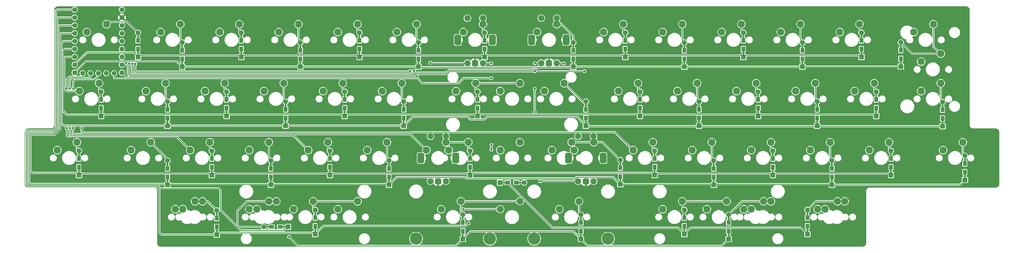
<source format=gbr>
%TF.GenerationSoftware,KiCad,Pcbnew,(7.0.0)*%
%TF.CreationDate,2023-03-05T01:33:59+01:00*%
%TF.ProjectId,NEC,4e45432e-6b69-4636-9164-5f7063625858,rev?*%
%TF.SameCoordinates,Original*%
%TF.FileFunction,Copper,L2,Bot*%
%TF.FilePolarity,Positive*%
%FSLAX46Y46*%
G04 Gerber Fmt 4.6, Leading zero omitted, Abs format (unit mm)*
G04 Created by KiCad (PCBNEW (7.0.0)) date 2023-03-05 01:33:59*
%MOMM*%
%LPD*%
G01*
G04 APERTURE LIST*
G04 Aperture macros list*
%AMRoundRect*
0 Rectangle with rounded corners*
0 $1 Rounding radius*
0 $2 $3 $4 $5 $6 $7 $8 $9 X,Y pos of 4 corners*
0 Add a 4 corners polygon primitive as box body*
4,1,4,$2,$3,$4,$5,$6,$7,$8,$9,$2,$3,0*
0 Add four circle primitives for the rounded corners*
1,1,$1+$1,$2,$3*
1,1,$1+$1,$4,$5*
1,1,$1+$1,$6,$7*
1,1,$1+$1,$8,$9*
0 Add four rect primitives between the rounded corners*
20,1,$1+$1,$2,$3,$4,$5,0*
20,1,$1+$1,$4,$5,$6,$7,0*
20,1,$1+$1,$6,$7,$8,$9,0*
20,1,$1+$1,$8,$9,$2,$3,0*%
G04 Aperture macros list end*
%TA.AperFunction,ComponentPad*%
%ADD10C,2.000000*%
%TD*%
%TA.AperFunction,ComponentPad*%
%ADD11RoundRect,0.500000X0.500000X-0.500000X0.500000X0.500000X-0.500000X0.500000X-0.500000X-0.500000X0*%
%TD*%
%TA.AperFunction,ComponentPad*%
%ADD12RoundRect,0.550000X0.550000X-1.150000X0.550000X1.150000X-0.550000X1.150000X-0.550000X-1.150000X0*%
%TD*%
%TA.AperFunction,ComponentPad*%
%ADD13C,2.200000*%
%TD*%
%TA.AperFunction,SMDPad,CuDef*%
%ADD14R,1.200000X1.600000*%
%TD*%
%TA.AperFunction,SMDPad,CuDef*%
%ADD15R,0.500000X2.900000*%
%TD*%
%TA.AperFunction,ComponentPad*%
%ADD16R,1.600000X1.600000*%
%TD*%
%TA.AperFunction,ComponentPad*%
%ADD17C,1.600000*%
%TD*%
%TA.AperFunction,ComponentPad*%
%ADD18C,2.300000*%
%TD*%
%TA.AperFunction,SMDPad,CuDef*%
%ADD19R,1.600000X1.200000*%
%TD*%
%TA.AperFunction,SMDPad,CuDef*%
%ADD20R,2.900000X0.500000*%
%TD*%
%TA.AperFunction,ComponentPad*%
%ADD21C,4.000000*%
%TD*%
%TA.AperFunction,ViaPad*%
%ADD22C,0.800000*%
%TD*%
%TA.AperFunction,Conductor*%
%ADD23C,0.250000*%
%TD*%
G04 APERTURE END LIST*
D10*
%TO.P,SW55,A,A*%
%TO.N,RIGHT_A*%
X181650000Y-77350000D03*
%TO.P,SW55,B,B*%
%TO.N,RIGHT_B*%
X186650000Y-77350000D03*
D11*
%TO.P,SW55,C,C*%
%TO.N,GND*%
X184150000Y-77350000D03*
D12*
%TO.P,SW55,MP*%
%TO.N,N/C*%
X189750000Y-69850000D03*
X178550000Y-69850000D03*
D10*
%TO.P,SW55,S1,S1*%
%TO.N,row_4*%
X186650000Y-62850000D03*
%TO.P,SW55,S2,S2*%
%TO.N,COL3*%
X181650000Y-62850000D03*
%TD*%
%TO.P,SW54,A,A*%
%TO.N,LEFT_A*%
X134025000Y-77350000D03*
%TO.P,SW54,B,B*%
%TO.N,LEFT_B*%
X139025000Y-77350000D03*
D11*
%TO.P,SW54,C,C*%
%TO.N,GND*%
X136525000Y-77350000D03*
D12*
%TO.P,SW54,MP*%
%TO.N,N/C*%
X142125000Y-69850000D03*
X130925000Y-69850000D03*
D10*
%TO.P,SW54,S1,S1*%
%TO.N,row_2*%
X139025000Y-62850000D03*
%TO.P,SW54,S2,S2*%
%TO.N,COL3*%
X134025000Y-62850000D03*
%TD*%
D13*
%TO.P,SW44(4)1,1,1*%
%TO.N,COL2*%
X156527500Y-86360000D03*
%TO.P,SW44(4)1,2,2*%
%TO.N,Net-(D47-A)*%
X162877500Y-83820000D03*
%TD*%
D14*
%TO.P,D17,1,K*%
%TO.N,ROW2*%
X68262499Y-53787499D03*
D15*
X68262499Y-54887499D03*
D16*
X68262499Y-56287499D03*
D17*
%TO.P,D17,2,A*%
%TO.N,Net-(D17-A)*%
X68262500Y-48487500D03*
D15*
X68262499Y-49887499D03*
D14*
X68262499Y-50987499D03*
%TD*%
D18*
%TO.P,SW23,1,1*%
%TO.N,COL4*%
X194627500Y-48260000D03*
%TO.P,SW23,2,2*%
%TO.N,Net-(D23-A)*%
X200977500Y-45720000D03*
%TD*%
D14*
%TO.P,D50,1,K*%
%TO.N,ROW7*%
X230187499Y-93474999D03*
D15*
X230187499Y-94574999D03*
D16*
X230187499Y-95974999D03*
D17*
%TO.P,D50,2,A*%
%TO.N,Net-(D50-A)*%
X230187500Y-88175000D03*
D15*
X230187499Y-89574999D03*
D14*
X230187499Y-90674999D03*
%TD*%
%TO.P,D48,1,K*%
%TO.N,ROW7*%
X182562499Y-93474999D03*
D15*
X182562499Y-94574999D03*
D16*
X182562499Y-95974999D03*
D17*
%TO.P,D48,2,A*%
%TO.N,Net-(D48-A)*%
X182562500Y-88175000D03*
D15*
X182562499Y-89574999D03*
D14*
X182562499Y-90674999D03*
%TD*%
%TO.P,D46,1,K*%
%TO.N,ROW6*%
X96837499Y-91887499D03*
D15*
X96837499Y-92987499D03*
D16*
X96837499Y-94387499D03*
D17*
%TO.P,D46,2,A*%
%TO.N,Net-(D46-A)*%
X96837500Y-86587500D03*
D15*
X96837499Y-87987499D03*
D14*
X96837499Y-89087499D03*
%TD*%
D18*
%TO.P,SW3,1,1*%
%TO.N,COL1*%
X66040000Y-29210000D03*
%TO.P,SW3,2,2*%
%TO.N,Net-(D3-A)*%
X72390000Y-26670000D03*
%TD*%
D14*
%TO.P,D40,1,K*%
%TO.N,ROW4*%
X244474999Y-72837499D03*
D15*
X244474999Y-73937499D03*
D16*
X244474999Y-75337499D03*
D17*
%TO.P,D40,2,A*%
%TO.N,Net-(D40-A)*%
X244475000Y-67537500D03*
D15*
X244474999Y-68937499D03*
D14*
X244474999Y-70037499D03*
%TD*%
D18*
%TO.P,SW37,1,1*%
%TO.N,COL3*%
X180340000Y-67310000D03*
%TO.P,SW37,2,2*%
%TO.N,row_4*%
X186690000Y-64770000D03*
%TD*%
D14*
%TO.P,D11,1,K*%
%TO.N,ROW0*%
X234949999Y-34737499D03*
D15*
X234949999Y-35837499D03*
D16*
X234949999Y-37237499D03*
D17*
%TO.P,D11,2,A*%
%TO.N,Net-(D11-A)*%
X234950000Y-29437500D03*
D15*
X234949999Y-30837499D03*
D14*
X234949999Y-31937499D03*
%TD*%
D18*
%TO.P,SW27,1,1*%
%TO.N,COL6*%
X270827500Y-48260000D03*
%TO.P,SW27,2,2*%
%TO.N,Net-(D27-A)*%
X277177500Y-45720000D03*
%TD*%
%TO.P,SW49(3)1,1,1*%
%TO.N,COL4*%
X223202500Y-86360000D03*
%TO.P,SW49(3)1,2,2*%
%TO.N,Net-(D49-A)*%
X229552500Y-83820000D03*
%TD*%
%TO.P,SW4,1,1*%
%TO.N,COL1*%
X85090000Y-29210000D03*
%TO.P,SW4,2,2*%
%TO.N,Net-(D4-A)*%
X91440000Y-26670000D03*
%TD*%
D14*
%TO.P,D31,1,K*%
%TO.N,ROW4*%
X63499999Y-72837499D03*
D15*
X63499999Y-73937499D03*
D16*
X63499999Y-75337499D03*
D17*
%TO.P,D31,2,A*%
%TO.N,Net-(D31-A)*%
X63500000Y-67537500D03*
D15*
X63499999Y-68937499D03*
D14*
X63499999Y-70037499D03*
%TD*%
%TO.P,D41,2,A*%
%TO.N,Net-(D41-A)*%
X263524999Y-73212499D03*
D15*
X263524999Y-72112499D03*
D17*
X263525000Y-70712500D03*
D16*
%TO.P,D41,1,K*%
%TO.N,ROW5*%
X263524999Y-78512499D03*
D15*
X263524999Y-77112499D03*
D14*
X263524999Y-76012499D03*
%TD*%
D18*
%TO.P,SW25,1,1*%
%TO.N,COL5*%
X232727500Y-48260000D03*
%TO.P,SW25,2,2*%
%TO.N,Net-(D25-A)*%
X239077500Y-45720000D03*
%TD*%
%TO.P,SW2,1,1*%
%TO.N,COL0*%
X46990000Y-29210000D03*
%TO.P,SW2,2,2*%
%TO.N,Net-(D2-A)*%
X53340000Y-26670000D03*
%TD*%
%TO.P,SW29,1,1*%
%TO.N,COL0*%
X13652500Y-67310000D03*
%TO.P,SW29,2,2*%
%TO.N,Net-(D29-A)*%
X20002500Y-64770000D03*
%TD*%
D19*
%TO.P,D45,1,K*%
%TO.N,ROW7*%
X85537499Y-92074999D03*
D20*
X86637499Y-92074999D03*
D16*
X88037499Y-92074999D03*
D17*
%TO.P,D45,2,A*%
%TO.N,Net-(D45-A)*%
X80237500Y-92075000D03*
D20*
X81637499Y-92074999D03*
D19*
X82737499Y-92074999D03*
%TD*%
D14*
%TO.P,D51,1,K*%
%TO.N,ROW6*%
X255587499Y-91887499D03*
D15*
X255587499Y-92987499D03*
D16*
X255587499Y-94387499D03*
D17*
%TO.P,D51,2,A*%
%TO.N,Net-(D51-A)*%
X255587500Y-86587500D03*
D15*
X255587499Y-87987499D03*
D14*
X255587499Y-89087499D03*
%TD*%
D18*
%TO.P,SW41,1,1*%
%TO.N,COL5*%
X256540000Y-67310000D03*
%TO.P,SW41,2,2*%
%TO.N,Net-(D41-A)*%
X262890000Y-64770000D03*
%TD*%
%TO.P,SW6,1,1*%
%TO.N,COL2*%
X123190000Y-29210000D03*
%TO.P,SW6,2,2*%
%TO.N,Net-(D6-A)*%
X129540000Y-26670000D03*
%TD*%
D14*
%TO.P,D35,1,K*%
%TO.N,ROW4*%
X146811999Y-72837499D03*
D15*
X146811999Y-73937499D03*
D16*
X146811999Y-75337499D03*
D17*
%TO.P,D35,2,A*%
%TO.N,row_2*%
X146812000Y-67537500D03*
D15*
X146811999Y-68937499D03*
D14*
X146811999Y-70037499D03*
%TD*%
D18*
%TO.P,SW14(iso)1,1,1*%
%TO.N,COL6*%
X292259000Y-38735000D03*
%TO.P,SW14(iso)1,2,2*%
%TO.N,Net-(D14-A)*%
X298609000Y-36195000D03*
%TD*%
D14*
%TO.P,D14,1,K*%
%TO.N,ROW1*%
X285749999Y-37848999D03*
D15*
X285749999Y-38948999D03*
D16*
X285749999Y-40348999D03*
D17*
%TO.P,D14,2,A*%
%TO.N,Net-(D14-A)*%
X285750000Y-32549000D03*
D15*
X285749999Y-33948999D03*
D14*
X285749999Y-35048999D03*
%TD*%
%TO.P,D20,1,K*%
%TO.N,ROW3*%
X125412499Y-56962499D03*
D15*
X125412499Y-58062499D03*
D16*
X125412499Y-59462499D03*
D17*
%TO.P,D20,2,A*%
%TO.N,Net-(D20-A)*%
X125412500Y-51662500D03*
D15*
X125412499Y-53062499D03*
D14*
X125412499Y-54162499D03*
%TD*%
D18*
%TO.P,SW46,1,1*%
%TO.N,COL2*%
X104140000Y-86360000D03*
%TO.P,SW46,2,2*%
%TO.N,Net-(D46-A)*%
X110490000Y-83820000D03*
%TD*%
%TO.P,SW40,1,1*%
%TO.N,COL5*%
X237490000Y-67310000D03*
%TO.P,SW40,2,2*%
%TO.N,Net-(D40-A)*%
X243840000Y-64770000D03*
%TD*%
D14*
%TO.P,D6,1,K*%
%TO.N,ROW1*%
X130174999Y-37912499D03*
D15*
X130174999Y-39012499D03*
D16*
X130174999Y-40412499D03*
D17*
%TO.P,D6,2,A*%
%TO.N,Net-(D6-A)*%
X130175000Y-32612500D03*
D15*
X130174999Y-34012499D03*
D14*
X130174999Y-35112499D03*
%TD*%
D18*
%TO.P,SW46(3)1,1,1*%
%TO.N,COL2*%
X89852500Y-86360000D03*
%TO.P,SW46(3)1,2,2*%
%TO.N,Net-(D46-A)*%
X96202500Y-83820000D03*
%TD*%
%TO.P,SW44(1.25)1,1,1*%
%TO.N,COL1*%
X54135000Y-86360000D03*
%TO.P,SW44(1.25)1,2,2*%
%TO.N,Net-(D44-A)*%
X60485000Y-83820000D03*
%TD*%
%TO.P,SW36,1,1*%
%TO.N,COL3*%
X156527500Y-67310000D03*
%TO.P,SW36,2,2*%
%TO.N,Net-(D36-A)*%
X162877500Y-64770000D03*
%TD*%
D14*
%TO.P,D13,1,K*%
%TO.N,ROW0*%
X273049999Y-34737499D03*
D15*
X273049999Y-35837499D03*
D16*
X273049999Y-37237499D03*
D17*
%TO.P,D13,2,A*%
%TO.N,Net-(D13-A)*%
X273050000Y-29437500D03*
D15*
X273049999Y-30837499D03*
D14*
X273049999Y-31937499D03*
%TD*%
%TO.P,D42,1,K*%
%TO.N,ROW4*%
X282574999Y-72837499D03*
D15*
X282574999Y-73937499D03*
D16*
X282574999Y-75337499D03*
D17*
%TO.P,D42,2,A*%
%TO.N,Net-(D42-A)*%
X282575000Y-67537500D03*
D15*
X282574999Y-68937499D03*
D14*
X282574999Y-70037499D03*
%TD*%
%TO.P,D25,1,K*%
%TO.N,ROW2*%
X239712499Y-53787499D03*
D15*
X239712499Y-54887499D03*
D16*
X239712499Y-56287499D03*
D17*
%TO.P,D25,2,A*%
%TO.N,Net-(D25-A)*%
X239712500Y-48487500D03*
D15*
X239712499Y-49887499D03*
D14*
X239712499Y-50987499D03*
%TD*%
%TO.P,D33,2,A*%
%TO.N,Net-(D33-A)*%
X101599999Y-70037499D03*
D15*
X101599999Y-68937499D03*
D17*
X101600000Y-67537500D03*
D16*
%TO.P,D33,1,K*%
%TO.N,ROW4*%
X101599999Y-75337499D03*
D15*
X101599999Y-73937499D03*
D14*
X101599999Y-72837499D03*
%TD*%
D18*
%TO.P,SW22,1,1*%
%TO.N,COL3*%
X170815000Y-48260000D03*
%TO.P,SW22,2,2*%
%TO.N,Net-(D22-A)*%
X177165000Y-45720000D03*
%TD*%
%TO.P,SW26,1,1*%
%TO.N,COL5*%
X251777500Y-48260000D03*
%TO.P,SW26,2,2*%
%TO.N,Net-(D26-A)*%
X258127500Y-45720000D03*
%TD*%
D14*
%TO.P,D28,1,K*%
%TO.N,ROW3*%
X299211999Y-57089499D03*
D15*
X299211999Y-58189499D03*
D16*
X299211999Y-59589499D03*
D17*
%TO.P,D28,2,A*%
%TO.N,Net-(D28-A)*%
X299212000Y-51789500D03*
D15*
X299211999Y-53189499D03*
D14*
X299211999Y-54289499D03*
%TD*%
D18*
%TO.P,SW48,1,1*%
%TO.N,COL3*%
X175577500Y-86360000D03*
%TO.P,SW48,2,2*%
%TO.N,Net-(D48-A)*%
X181927500Y-83820000D03*
%TD*%
D14*
%TO.P,D10,1,K*%
%TO.N,ROW1*%
X215899999Y-37912499D03*
D15*
X215899999Y-39012499D03*
D16*
X215899999Y-40412499D03*
D17*
%TO.P,D10,2,A*%
%TO.N,Net-(D10-A)*%
X215900000Y-32612500D03*
D15*
X215899999Y-34012499D03*
D14*
X215899999Y-35112499D03*
%TD*%
D18*
%TO.P,SW30,1,1*%
%TO.N,COL0*%
X37465000Y-67310000D03*
%TO.P,SW30,2,2*%
%TO.N,Net-(D30-A)*%
X43815000Y-64770000D03*
%TD*%
D14*
%TO.P,D43,1,K*%
%TO.N,ROW5*%
X306387499Y-74424999D03*
D15*
X306387499Y-75524999D03*
D16*
X306387499Y-76924999D03*
D17*
%TO.P,D43,2,A*%
%TO.N,Net-(D43-A)*%
X306387500Y-69125000D03*
D15*
X306387499Y-70524999D03*
D14*
X306387499Y-71624999D03*
%TD*%
D18*
%TO.P,SW10,1,1*%
%TO.N,COL4*%
X208915000Y-29210000D03*
%TO.P,SW10,2,2*%
%TO.N,Net-(D10-A)*%
X215265000Y-26670000D03*
%TD*%
D14*
%TO.P,D19,1,K*%
%TO.N,ROW2*%
X106362499Y-53787499D03*
D15*
X106362499Y-54887499D03*
D16*
X106362499Y-56287499D03*
D17*
%TO.P,D19,2,A*%
%TO.N,Net-(D19-A)*%
X106362500Y-48487500D03*
D15*
X106362499Y-49887499D03*
D14*
X106362499Y-50987499D03*
%TD*%
D18*
%TO.P,SW21(3)1,1,1*%
%TO.N,COL3*%
X156527500Y-48260000D03*
%TO.P,SW21(3)1,2,2*%
%TO.N,Net-(D21-A)*%
X162877500Y-45720000D03*
%TD*%
%TO.P,SW37(1.75)1,1,1*%
%TO.N,COL3*%
X173198000Y-67310000D03*
%TO.P,SW37(1.75)1,2,2*%
%TO.N,row_4*%
X179548000Y-64770000D03*
%TD*%
%TO.P,SW35(1.75)1,1,1*%
%TO.N,COL3*%
X139860000Y-67310000D03*
%TO.P,SW35(1.75)1,2,2*%
%TO.N,row_2*%
X146210000Y-64770000D03*
%TD*%
%TO.P,SW15,1,1*%
%TO.N,COL0*%
X20796000Y-48260000D03*
%TO.P,SW15,2,2*%
%TO.N,Net-(D15-A)*%
X27146000Y-45720000D03*
%TD*%
D14*
%TO.P,D18,1,K*%
%TO.N,ROW3*%
X87312499Y-56962499D03*
D15*
X87312499Y-58062499D03*
D16*
X87312499Y-59462499D03*
D17*
%TO.P,D18,2,A*%
%TO.N,Net-(D18-A)*%
X87312500Y-51662500D03*
D15*
X87312499Y-53062499D03*
D14*
X87312499Y-54162499D03*
%TD*%
D18*
%TO.P,SW49,1,1*%
%TO.N,COL4*%
X208915000Y-86360000D03*
%TO.P,SW49,2,2*%
%TO.N,Net-(D49-A)*%
X215265000Y-83820000D03*
%TD*%
%TO.P,SW20,1,1*%
%TO.N,COL2*%
X118427500Y-48260000D03*
%TO.P,SW20,2,2*%
%TO.N,Net-(D20-A)*%
X124777500Y-45720000D03*
%TD*%
%TO.P,SW42,1,1*%
%TO.N,COL6*%
X275590000Y-67310000D03*
%TO.P,SW42,2,2*%
%TO.N,Net-(D42-A)*%
X281940000Y-64770000D03*
%TD*%
D14*
%TO.P,D47,1,K*%
%TO.N,ROW7*%
X144462499Y-93474999D03*
D15*
X144462499Y-94574999D03*
D16*
X144462499Y-95974999D03*
D17*
%TO.P,D47,2,A*%
%TO.N,Net-(D47-A)*%
X144462500Y-88175000D03*
D15*
X144462499Y-89574999D03*
D14*
X144462499Y-90674999D03*
%TD*%
D18*
%TO.P,SW51(1.25)2,1,1*%
%TO.N,COL5*%
X258920000Y-86360000D03*
%TO.P,SW51(1.25)2,2,2*%
%TO.N,Net-(D51-A)*%
X265270000Y-83820000D03*
%TD*%
D14*
%TO.P,D26,1,K*%
%TO.N,ROW3*%
X258762499Y-56962499D03*
D15*
X258762499Y-58062499D03*
D16*
X258762499Y-59462499D03*
D17*
%TO.P,D26,2,A*%
%TO.N,Net-(D26-A)*%
X258762500Y-51662500D03*
D15*
X258762499Y-53062499D03*
D14*
X258762499Y-54162499D03*
%TD*%
D18*
%TO.P,SW8,1,1*%
%TO.N,COL3*%
X168433000Y-29210000D03*
%TO.P,SW8,2,2*%
%TO.N,row_3*%
X174783000Y-26670000D03*
%TD*%
%TO.P,SW16,1,1*%
%TO.N,COL0*%
X42227500Y-48260000D03*
%TO.P,SW16,2,2*%
%TO.N,Net-(D16-A)*%
X48577500Y-45720000D03*
%TD*%
D21*
%TO.P,S1,*%
%TO.N,*%
X153193750Y-95885000D03*
X129381250Y-95885000D03*
%TD*%
D14*
%TO.P,D4,1,K*%
%TO.N,ROW1*%
X92074999Y-37912499D03*
D15*
X92074999Y-39012499D03*
D16*
X92074999Y-40412499D03*
D17*
%TO.P,D4,2,A*%
%TO.N,Net-(D4-A)*%
X92075000Y-32612500D03*
D15*
X92074999Y-34012499D03*
D14*
X92074999Y-35112499D03*
%TD*%
D19*
%TO.P,D36,1,K*%
%TO.N,ROW6*%
X158937499Y-77787499D03*
D20*
X157837499Y-77787499D03*
D16*
X156437499Y-77787499D03*
D17*
%TO.P,D36,2,A*%
%TO.N,Net-(D36-A)*%
X164237500Y-77787500D03*
D20*
X162837499Y-77787499D03*
D19*
X161737499Y-77787499D03*
%TD*%
D14*
%TO.P,D3,1,K*%
%TO.N,ROW0*%
X73024999Y-34737499D03*
D15*
X73024999Y-35837499D03*
D16*
X73024999Y-37237499D03*
D17*
%TO.P,D3,2,A*%
%TO.N,Net-(D3-A)*%
X73025000Y-29437500D03*
D15*
X73024999Y-30837499D03*
D14*
X73024999Y-31937499D03*
%TD*%
D18*
%TO.P,SW50(1.25)1,1,1*%
%TO.N,COL4*%
X235108000Y-86360000D03*
%TO.P,SW50(1.25)1,2,2*%
%TO.N,Net-(D50-A)*%
X241458000Y-83820000D03*
%TD*%
D14*
%TO.P,D37,1,K*%
%TO.N,ROW5*%
X195262499Y-75824999D03*
D15*
X195262499Y-76924999D03*
D16*
X195262499Y-78324999D03*
D17*
%TO.P,D37,2,A*%
%TO.N,row_4*%
X195262500Y-70525000D03*
D15*
X195262499Y-71924999D03*
D14*
X195262499Y-73024999D03*
%TD*%
%TO.P,D23,1,K*%
%TO.N,ROW2*%
X201612499Y-53787499D03*
D15*
X201612499Y-54887499D03*
D16*
X201612499Y-56287499D03*
D17*
%TO.P,D23,2,A*%
%TO.N,Net-(D23-A)*%
X201612500Y-48487500D03*
D15*
X201612499Y-49887499D03*
D14*
X201612499Y-50987499D03*
%TD*%
D18*
%TO.P,SW39,1,1*%
%TO.N,COL4*%
X218440000Y-67310000D03*
%TO.P,SW39,2,2*%
%TO.N,Net-(D39-A)*%
X224790000Y-64770000D03*
%TD*%
%TO.P,SW18,1,1*%
%TO.N,COL1*%
X80327500Y-48260000D03*
%TO.P,SW18,2,2*%
%TO.N,Net-(D18-A)*%
X86677500Y-45720000D03*
%TD*%
%TO.P,SW50,1,1*%
%TO.N,COL4*%
X237490000Y-86360000D03*
%TO.P,SW50,2,2*%
%TO.N,Net-(D50-A)*%
X243840000Y-83820000D03*
%TD*%
%TO.P,SW21,1,1*%
%TO.N,COL3*%
X142240000Y-48260000D03*
%TO.P,SW21,2,2*%
%TO.N,Net-(D21-A)*%
X148590000Y-45720000D03*
%TD*%
%TO.P,SW32,1,1*%
%TO.N,COL1*%
X75565000Y-67310000D03*
%TO.P,SW32,2,2*%
%TO.N,Net-(D32-A)*%
X81915000Y-64770000D03*
%TD*%
%TO.P,SW45,1,1*%
%TO.N,COL1*%
X75565000Y-86360000D03*
%TO.P,SW45,2,2*%
%TO.N,Net-(D45-A)*%
X81915000Y-83820000D03*
%TD*%
%TO.P,SW24,1,1*%
%TO.N,COL4*%
X213677500Y-48260000D03*
%TO.P,SW24,2,2*%
%TO.N,Net-(D24-A)*%
X220027500Y-45720000D03*
%TD*%
D14*
%TO.P,D9,1,K*%
%TO.N,ROW0*%
X196849999Y-34737499D03*
D15*
X196849999Y-35837499D03*
D16*
X196849999Y-37237499D03*
D17*
%TO.P,D9,2,A*%
%TO.N,Net-(D9-A)*%
X196850000Y-29437500D03*
D15*
X196849999Y-30837499D03*
D14*
X196849999Y-31937499D03*
%TD*%
%TO.P,D2,1,K*%
%TO.N,ROW1*%
X53974999Y-37912499D03*
D15*
X53974999Y-39012499D03*
D16*
X53974999Y-40412499D03*
D17*
%TO.P,D2,2,A*%
%TO.N,Net-(D2-A)*%
X53975000Y-32612500D03*
D15*
X53974999Y-34012499D03*
D14*
X53974999Y-35112499D03*
%TD*%
D10*
%TO.P,SW52,A,A*%
%TO.N,LEFT_A*%
X145931000Y-39250000D03*
%TO.P,SW52,B,B*%
%TO.N,LEFT_B*%
X150931000Y-39250000D03*
D11*
%TO.P,SW52,C,C*%
%TO.N,GND*%
X148431000Y-39250000D03*
D12*
%TO.P,SW52,MP*%
%TO.N,N/C*%
X142831000Y-31750000D03*
X154031000Y-31750000D03*
D10*
%TO.P,SW52,S1,S1*%
%TO.N,row_1*%
X150931000Y-24750000D03*
%TO.P,SW52,S2,S2*%
%TO.N,COL3*%
X145931000Y-24750000D03*
%TD*%
D18*
%TO.P,SW44,1,1*%
%TO.N,COL1*%
X51752500Y-86360000D03*
%TO.P,SW44,2,2*%
%TO.N,Net-(D44-A)*%
X58102500Y-83820000D03*
%TD*%
D14*
%TO.P,D12,1,K*%
%TO.N,ROW1*%
X253999999Y-37912499D03*
D15*
X253999999Y-39012499D03*
D16*
X253999999Y-40412499D03*
D17*
%TO.P,D12,2,A*%
%TO.N,Net-(D12-A)*%
X254000000Y-32612500D03*
D15*
X253999999Y-34012499D03*
D14*
X253999999Y-35112499D03*
%TD*%
D18*
%TO.P,SW12,1,1*%
%TO.N,COL5*%
X247015000Y-29210000D03*
%TO.P,SW12,2,2*%
%TO.N,Net-(D12-A)*%
X253365000Y-26670000D03*
%TD*%
D14*
%TO.P,D30,1,K*%
%TO.N,ROW5*%
X49212499Y-76012499D03*
D15*
X49212499Y-77112499D03*
D16*
X49212499Y-78512499D03*
D17*
%TO.P,D30,2,A*%
%TO.N,Net-(D30-A)*%
X49212500Y-70712500D03*
D15*
X49212499Y-72112499D03*
D14*
X49212499Y-73212499D03*
%TD*%
D18*
%TO.P,SW9,1,1*%
%TO.N,COL4*%
X189865000Y-29210000D03*
%TO.P,SW9,2,2*%
%TO.N,Net-(D9-A)*%
X196215000Y-26670000D03*
%TD*%
%TO.P,SW1,1,1*%
%TO.N,COL0*%
X23177500Y-29210000D03*
%TO.P,SW1,2,2*%
%TO.N,Net-(D1-A)*%
X29527500Y-26670000D03*
%TD*%
D10*
%TO.P,SW53,A,A*%
%TO.N,RIGHT_A*%
X169743000Y-39250000D03*
%TO.P,SW53,B,B*%
%TO.N,RIGHT_B*%
X174743000Y-39250000D03*
D11*
%TO.P,SW53,C,C*%
%TO.N,GND*%
X172243000Y-39250000D03*
D12*
%TO.P,SW53,MP*%
%TO.N,N/C*%
X166643000Y-31750000D03*
X177843000Y-31750000D03*
D10*
%TO.P,SW53,S1,S1*%
%TO.N,row_3*%
X174743000Y-24750000D03*
%TO.P,SW53,S2,S2*%
%TO.N,COL3*%
X169743000Y-24750000D03*
%TD*%
D14*
%TO.P,D39,1,K*%
%TO.N,ROW5*%
X225424999Y-76012499D03*
D15*
X225424999Y-77112499D03*
D16*
X225424999Y-78512499D03*
D17*
%TO.P,D39,2,A*%
%TO.N,Net-(D39-A)*%
X225425000Y-70712500D03*
D15*
X225424999Y-72112499D03*
D14*
X225424999Y-73212499D03*
%TD*%
%TO.P,D34,1,K*%
%TO.N,ROW5*%
X120649999Y-76012499D03*
D15*
X120649999Y-77112499D03*
D16*
X120649999Y-78512499D03*
D17*
%TO.P,D34,2,A*%
%TO.N,Net-(D34-A)*%
X120650000Y-70712500D03*
D15*
X120649999Y-72112499D03*
D14*
X120649999Y-73212499D03*
%TD*%
%TO.P,D7,1,K*%
%TO.N,ROW0*%
X151510999Y-34737499D03*
D15*
X151510999Y-35837499D03*
D16*
X151510999Y-37237499D03*
D17*
%TO.P,D7,2,A*%
%TO.N,row_1*%
X151511000Y-29437500D03*
D15*
X151510999Y-30837499D03*
D14*
X151510999Y-31937499D03*
%TD*%
%TO.P,D24,1,K*%
%TO.N,ROW3*%
X220662499Y-56962499D03*
D15*
X220662499Y-58062499D03*
D16*
X220662499Y-59462499D03*
D17*
%TO.P,D24,2,A*%
%TO.N,Net-(D24-A)*%
X220662500Y-51662500D03*
D15*
X220662499Y-53062499D03*
D14*
X220662499Y-54162499D03*
%TD*%
D18*
%TO.P,SW7,1,1*%
%TO.N,COL3*%
X144621000Y-29210000D03*
%TO.P,SW7,2,2*%
%TO.N,row_1*%
X150971000Y-26670000D03*
%TD*%
D14*
%TO.P,D27,1,K*%
%TO.N,ROW2*%
X277812499Y-53787499D03*
D15*
X277812499Y-54887499D03*
D16*
X277812499Y-56287499D03*
D17*
%TO.P,D27,2,A*%
%TO.N,Net-(D27-A)*%
X277812500Y-48487500D03*
D15*
X277812499Y-49887499D03*
D14*
X277812499Y-50987499D03*
%TD*%
%TO.P,D49,1,K*%
%TO.N,ROW6*%
X215899999Y-91887499D03*
D15*
X215899999Y-92987499D03*
D16*
X215899999Y-94387499D03*
D17*
%TO.P,D49,2,A*%
%TO.N,Net-(D49-A)*%
X215900000Y-86587500D03*
D15*
X215899999Y-87987499D03*
D14*
X215899999Y-89087499D03*
%TD*%
%TO.P,D22,1,K*%
%TO.N,ROW3*%
X184149999Y-56962499D03*
D15*
X184149999Y-58062499D03*
D16*
X184149999Y-59462499D03*
D17*
%TO.P,D22,2,A*%
%TO.N,Net-(D22-A)*%
X184150000Y-51662500D03*
D15*
X184149999Y-53062499D03*
D14*
X184149999Y-54162499D03*
%TD*%
%TO.P,D8,1,K*%
%TO.N,ROW1*%
X180085999Y-37912499D03*
D15*
X180085999Y-39012499D03*
D16*
X180085999Y-40412499D03*
D17*
%TO.P,D8,2,A*%
%TO.N,row_3*%
X180086000Y-32612500D03*
D15*
X180085999Y-34012499D03*
D14*
X180085999Y-35112499D03*
%TD*%
D18*
%TO.P,SW19,1,1*%
%TO.N,COL2*%
X99377500Y-48260000D03*
%TO.P,SW19,2,2*%
%TO.N,Net-(D19-A)*%
X105727500Y-45720000D03*
%TD*%
D14*
%TO.P,D44,1,K*%
%TO.N,ROW6*%
X65087499Y-92074999D03*
D15*
X65087499Y-93174999D03*
D16*
X65087499Y-94574999D03*
D17*
%TO.P,D44,2,A*%
%TO.N,Net-(D44-A)*%
X65087500Y-86775000D03*
D15*
X65087499Y-88174999D03*
D14*
X65087499Y-89274999D03*
%TD*%
%TO.P,D15,1,K*%
%TO.N,ROW2*%
X27812999Y-53787499D03*
D15*
X27812999Y-54887499D03*
D16*
X27812999Y-56287499D03*
D17*
%TO.P,D15,2,A*%
%TO.N,Net-(D15-A)*%
X27813000Y-48487500D03*
D15*
X27812999Y-49887499D03*
D14*
X27812999Y-50987499D03*
%TD*%
D18*
%TO.P,SW43,1,1*%
%TO.N,COL6*%
X299402500Y-67310000D03*
%TO.P,SW43,2,2*%
%TO.N,Net-(D43-A)*%
X305752500Y-64770000D03*
%TD*%
D14*
%TO.P,D16,1,K*%
%TO.N,ROW3*%
X49212499Y-56962499D03*
D15*
X49212499Y-58062499D03*
D16*
X49212499Y-59462499D03*
D17*
%TO.P,D16,2,A*%
%TO.N,Net-(D16-A)*%
X49212500Y-51662500D03*
D15*
X49212499Y-53062499D03*
D14*
X49212499Y-54162499D03*
%TD*%
D18*
%TO.P,SW47,1,1*%
%TO.N,COL2*%
X137477500Y-86360000D03*
%TO.P,SW47,2,2*%
%TO.N,Net-(D47-A)*%
X143827500Y-83820000D03*
%TD*%
D21*
%TO.P,S2,*%
%TO.N,*%
X191293750Y-95885000D03*
X167481250Y-95885000D03*
%TD*%
D14*
%TO.P,D21,1,K*%
%TO.N,ROW2*%
X149224999Y-53787499D03*
D15*
X149224999Y-54887499D03*
D16*
X149224999Y-56287499D03*
D17*
%TO.P,D21,2,A*%
%TO.N,Net-(D21-A)*%
X149225000Y-48487500D03*
D15*
X149224999Y-49887499D03*
D14*
X149224999Y-50987499D03*
%TD*%
D18*
%TO.P,SW34,1,1*%
%TO.N,COL2*%
X113665000Y-67310000D03*
%TO.P,SW34,2,2*%
%TO.N,Net-(D34-A)*%
X120015000Y-64770000D03*
%TD*%
%TO.P,SW35,1,1*%
%TO.N,COL3*%
X132715000Y-67310000D03*
%TO.P,SW35,2,2*%
%TO.N,row_2*%
X139065000Y-64770000D03*
%TD*%
%TO.P,SW38,1,1*%
%TO.N,COL4*%
X199390000Y-67310000D03*
%TO.P,SW38,2,2*%
%TO.N,Net-(D38-A)*%
X205740000Y-64770000D03*
%TD*%
D14*
%TO.P,D32,1,K*%
%TO.N,ROW5*%
X82549999Y-76012499D03*
D15*
X82549999Y-77112499D03*
D16*
X82549999Y-78512499D03*
D17*
%TO.P,D32,2,A*%
%TO.N,Net-(D32-A)*%
X82550000Y-70712500D03*
D15*
X82549999Y-72112499D03*
D14*
X82549999Y-73212499D03*
%TD*%
D18*
%TO.P,SW17,1,1*%
%TO.N,COL1*%
X61277500Y-48260000D03*
%TO.P,SW17,2,2*%
%TO.N,Net-(D17-A)*%
X67627500Y-45720000D03*
%TD*%
%TO.P,SW5,1,1*%
%TO.N,COL2*%
X104140000Y-29210000D03*
%TO.P,SW5,2,2*%
%TO.N,Net-(D5-A)*%
X110490000Y-26670000D03*
%TD*%
%TO.P,SW51,1,1*%
%TO.N,COL5*%
X261302500Y-86360000D03*
%TO.P,SW51,2,2*%
%TO.N,Net-(D51-A)*%
X267652500Y-83820000D03*
%TD*%
%TO.P,SW14,2,2*%
%TO.N,Net-(D14-A)*%
X296228000Y-26670000D03*
%TO.P,SW14,1,1*%
%TO.N,COL6*%
X289878000Y-29210000D03*
%TD*%
D14*
%TO.P,D5,1,K*%
%TO.N,ROW0*%
X111124999Y-34737499D03*
D15*
X111124999Y-35837499D03*
D16*
X111124999Y-37237499D03*
D17*
%TO.P,D5,2,A*%
%TO.N,Net-(D5-A)*%
X111125000Y-29437500D03*
D15*
X111124999Y-30837499D03*
D14*
X111124999Y-31937499D03*
%TD*%
%TO.P,D1,1,K*%
%TO.N,ROW0*%
X39687499Y-34737499D03*
D15*
X39687499Y-35837499D03*
D16*
X39687499Y-37237499D03*
D17*
%TO.P,D1,2,A*%
%TO.N,Net-(D1-A)*%
X39687500Y-29437500D03*
D15*
X39687499Y-30837499D03*
D14*
X39687499Y-31937499D03*
%TD*%
D18*
%TO.P,SW13,1,1*%
%TO.N,COL6*%
X266065000Y-29210000D03*
%TO.P,SW13,2,2*%
%TO.N,Net-(D13-A)*%
X272415000Y-26670000D03*
%TD*%
%TO.P,SW28,1,1*%
%TO.N,COL6*%
X292258500Y-48260000D03*
%TO.P,SW28,2,2*%
%TO.N,Net-(D28-A)*%
X298608500Y-45720000D03*
%TD*%
D14*
%TO.P,D38,1,K*%
%TO.N,ROW4*%
X206374999Y-72837499D03*
D15*
X206374999Y-73937499D03*
D16*
X206374999Y-75337499D03*
D17*
%TO.P,D38,2,A*%
%TO.N,Net-(D38-A)*%
X206375000Y-67537500D03*
D15*
X206374999Y-68937499D03*
D14*
X206374999Y-70037499D03*
%TD*%
D18*
%TO.P,SW33,1,1*%
%TO.N,COL2*%
X94615000Y-67310000D03*
%TO.P,SW33,2,2*%
%TO.N,Net-(D33-A)*%
X100965000Y-64770000D03*
%TD*%
D14*
%TO.P,D29,1,K*%
%TO.N,ROW4*%
X20637499Y-72837499D03*
D15*
X20637499Y-73937499D03*
D16*
X20637499Y-75337499D03*
D17*
%TO.P,D29,2,A*%
%TO.N,Net-(D29-A)*%
X20637500Y-67537500D03*
D15*
X20637499Y-68937499D03*
D14*
X20637499Y-70037499D03*
%TD*%
D18*
%TO.P,SW45(1.25)1,1,1*%
%TO.N,COL1*%
X77947000Y-86360000D03*
%TO.P,SW45(1.25)1,2,2*%
%TO.N,Net-(D45-A)*%
X84297000Y-83820000D03*
%TD*%
%TO.P,SW31,1,1*%
%TO.N,COL1*%
X56515000Y-67310000D03*
%TO.P,SW31,2,2*%
%TO.N,Net-(D31-A)*%
X62865000Y-64770000D03*
%TD*%
%TO.P,SW11,1,1*%
%TO.N,COL5*%
X227965000Y-29210000D03*
%TO.P,SW11,2,2*%
%TO.N,Net-(D11-A)*%
X234315000Y-26670000D03*
%TD*%
D17*
%TO.P,RZ1,1,GP0*%
%TO.N,ROW6*%
X19272500Y-21990000D03*
%TO.P,RZ1,2,GP1*%
%TO.N,ROW7*%
X19272500Y-24530000D03*
%TO.P,RZ1,3,GP2*%
%TO.N,ROW5*%
X19272500Y-27070000D03*
%TO.P,RZ1,4,GP3*%
%TO.N,ROW4*%
X19272500Y-29610000D03*
%TO.P,RZ1,5,GP4*%
%TO.N,ROW3*%
X19272500Y-32150000D03*
%TO.P,RZ1,6,GP5*%
%TO.N,ROW2*%
X19272500Y-34690000D03*
%TO.P,RZ1,7,GP6*%
%TO.N,COL0*%
X19272500Y-37230000D03*
%TO.P,RZ1,8,GP7*%
%TO.N,ROW0*%
X19272500Y-39770000D03*
%TO.P,RZ1,9,GP8*%
%TO.N,ROW1*%
X19272500Y-42310000D03*
%TO.P,RZ1,10,GP9*%
%TO.N,COL1*%
X21812500Y-42520000D03*
%TO.P,RZ1,11,GP10*%
%TO.N,COL2*%
X24352500Y-42520000D03*
%TO.P,RZ1,12,GP11*%
%TO.N,COL3*%
X26892500Y-42520000D03*
%TO.P,RZ1,13,GP12*%
%TO.N,COL4*%
X29432500Y-42520000D03*
%TO.P,RZ1,14,GP13*%
%TO.N,LEFT_B*%
X31972500Y-42520000D03*
%TO.P,RZ1,15,GP14*%
%TO.N,LEFT_A*%
X34512500Y-42310000D03*
%TO.P,RZ1,16,GP15*%
%TO.N,RIGHT_A*%
X34512500Y-39770000D03*
%TO.P,RZ1,17,GP26*%
%TO.N,RIGHT_B*%
X34512500Y-37230000D03*
%TO.P,RZ1,18,GP27*%
%TO.N,COL5*%
X34512500Y-34690000D03*
%TO.P,RZ1,19,GP28*%
%TO.N,COL6*%
X34512500Y-32150000D03*
%TO.P,RZ1,20,GP29*%
%TO.N,unconnected-(RZ1-GP29-Pad20)*%
X34512500Y-29610000D03*
%TO.P,RZ1,21,3V3*%
%TO.N,+3V3*%
X34512500Y-27070000D03*
%TO.P,RZ1,22,5V*%
%TO.N,+5V*%
X34512500Y-21990000D03*
%TO.P,RZ1,23,GND*%
%TO.N,GND*%
X34512500Y-24530000D03*
%TD*%
D22*
%TO.N,COL6*%
X127508000Y-41720500D03*
X38820127Y-39547856D03*
%TO.N,COL5*%
X128663030Y-41754902D03*
X37827744Y-39428768D03*
%TO.N,RIGHT_B*%
X36830000Y-39369500D03*
X183730900Y-41871900D03*
%TO.N,RIGHT_A*%
X167693500Y-41859200D03*
%TO.N,LEFT_A*%
X129603500Y-43497500D03*
%TO.N,LEFT_B*%
X153670000Y-44094400D03*
%TO.N,COL4*%
X21520500Y-60187000D03*
%TO.N,COL3*%
X18846800Y-47498000D03*
X18712122Y-60197645D03*
%TO.N,COL2*%
X17712621Y-60199730D03*
X17715175Y-47452502D03*
%TO.N,COL1*%
X16713200Y-60187000D03*
X16717499Y-47392101D03*
%TO.N,RIGHT_B*%
X177038000Y-39370000D03*
%TO.N,RIGHT_A*%
X169418000Y-77343000D03*
X167640000Y-55028500D03*
X167640000Y-47535500D03*
X167693500Y-39243000D03*
%TO.N,LEFT_B*%
X153670000Y-39243000D03*
X153670000Y-67137000D03*
X153670000Y-65688000D03*
%TO.N,LEFT_A*%
X133985000Y-39116000D03*
%TO.N,COL2*%
X144653000Y-86360000D03*
%TO.N,ROW6*%
X146304000Y-90932000D03*
%TO.N,ROW7*%
X88392000Y-95250000D03*
%TD*%
D23*
%TO.N,COL4*%
X127762000Y-61525000D02*
X193605000Y-61525000D01*
X193605000Y-61525000D02*
X199390000Y-67310000D01*
X127594200Y-61692800D02*
X127762000Y-61525000D01*
X32715200Y-61692800D02*
X127594200Y-61692800D01*
%TO.N,ROW4*%
X147449500Y-74700000D02*
X205737500Y-74700000D01*
X205737500Y-74700000D02*
X206375000Y-75337500D01*
X146812000Y-75337500D02*
X147449500Y-74700000D01*
%TO.N,COL6*%
X127233500Y-41995000D02*
X126492000Y-41995000D01*
X38963600Y-41995000D02*
X126492000Y-41995000D01*
X127508000Y-41720500D02*
X127233500Y-41995000D01*
X38820127Y-41851527D02*
X38963600Y-41995000D01*
X38820127Y-39547856D02*
X38820127Y-41851527D01*
%TO.N,COL5*%
X37827744Y-42298144D02*
X37974600Y-42445000D01*
X37827744Y-39428768D02*
X37827744Y-42298144D01*
X128663030Y-42126570D02*
X128663030Y-41754902D01*
X37974600Y-42445000D02*
X128344600Y-42445000D01*
X128344600Y-42445000D02*
X128663030Y-42126570D01*
%TO.N,RIGHT_A*%
X36205195Y-39770000D02*
X36372800Y-39937605D01*
X34512500Y-39770000D02*
X36205195Y-39770000D01*
X36372800Y-42621200D02*
X36372800Y-39937605D01*
X37096600Y-43345000D02*
X36372800Y-42621200D01*
X129319447Y-42756247D02*
X128730695Y-43345000D01*
X167636700Y-41916000D02*
X140100400Y-41916000D01*
X140100400Y-41916000D02*
X139260153Y-42756247D01*
X139260153Y-42756247D02*
X129319447Y-42756247D01*
X167693500Y-41859200D02*
X167636700Y-41916000D01*
X128730695Y-43345000D02*
X37096600Y-43345000D01*
%TO.N,RIGHT_B*%
X36822800Y-39376700D02*
X36830000Y-39369500D01*
X36822800Y-41808400D02*
X36822800Y-39376700D01*
X36822800Y-42434804D02*
X36822800Y-41808400D01*
X37071998Y-42684002D02*
X36822800Y-42434804D01*
X37282996Y-42895000D02*
X37071998Y-42684002D01*
X37693600Y-42895000D02*
X37282996Y-42895000D01*
X128524000Y-42895000D02*
X47142400Y-42895000D01*
X128544298Y-42895000D02*
X128524000Y-42895000D01*
X128874249Y-42565049D02*
X128544298Y-42895000D01*
X129133051Y-42306247D02*
X128874249Y-42565049D01*
X129895600Y-42306247D02*
X129133051Y-42306247D01*
X130210553Y-42306247D02*
X129895600Y-42306247D01*
X138988800Y-42306247D02*
X130210553Y-42306247D01*
X139073757Y-42306247D02*
X138988800Y-42306247D01*
X139381802Y-41998202D02*
X139073757Y-42306247D01*
X139914004Y-41466000D02*
X139381802Y-41998202D01*
X166827200Y-41466000D02*
X139914004Y-41466000D01*
X167159000Y-41134200D02*
X166827200Y-41466000D01*
X47142400Y-42895000D02*
X37693600Y-42895000D01*
X167501400Y-41134200D02*
X167159000Y-41134200D01*
X167993805Y-41134200D02*
X167501400Y-41134200D01*
X168731505Y-41871900D02*
X168103202Y-41243597D01*
X168103202Y-41243597D02*
X167993805Y-41134200D01*
X183730900Y-41871900D02*
X168731505Y-41871900D01*
%TO.N,LEFT_A*%
X35712400Y-43509900D02*
X34512500Y-42310000D01*
X35712400Y-43535600D02*
X35712400Y-43509900D01*
X35712400Y-43535600D02*
X35610800Y-43434000D01*
X35971800Y-43795000D02*
X35712400Y-43535600D01*
%TO.N,LEFT_B*%
X31972500Y-44012100D02*
X31972500Y-42520000D01*
X124866400Y-44245000D02*
X32205400Y-44245000D01*
X32205400Y-44245000D02*
X31972500Y-44012100D01*
%TO.N,LEFT_A*%
X116382800Y-43795000D02*
X35971800Y-43795000D01*
X128981200Y-43795000D02*
X116382800Y-43795000D01*
X129331400Y-43795000D02*
X128981200Y-43795000D01*
X129603500Y-43522900D02*
X129331400Y-43795000D01*
X129603500Y-43497500D02*
X129603500Y-43522900D01*
%TO.N,LEFT_B*%
X124866400Y-44245000D02*
X124714000Y-44245000D01*
X129995400Y-44245000D02*
X124866400Y-44245000D01*
X130708400Y-44958000D02*
X129995400Y-44245000D01*
X131464400Y-45714000D02*
X130708400Y-44958000D01*
X143008000Y-45714000D02*
X131464400Y-45714000D01*
X143052800Y-45669200D02*
X143008000Y-45714000D01*
X144627600Y-44094400D02*
X143052800Y-45669200D01*
X153670000Y-44094400D02*
X144627600Y-44094400D01*
%TO.N,COL4*%
X21520500Y-61470900D02*
X21742400Y-61692800D01*
X21520500Y-60187000D02*
X21520500Y-61470900D01*
X32715200Y-61692800D02*
X21742400Y-61692800D01*
X32715200Y-61692800D02*
X29464000Y-61692800D01*
%TO.N,COL3*%
X26892500Y-43465500D02*
X26892500Y-42520000D01*
X25770000Y-44588000D02*
X26892500Y-43465500D01*
X19420000Y-44588000D02*
X25770000Y-44588000D01*
X18846800Y-45161200D02*
X19420000Y-44588000D01*
X18846800Y-47498000D02*
X18846800Y-45161200D01*
X18712122Y-61892122D02*
X18712122Y-60197645D01*
X18846800Y-62026800D02*
X18712122Y-61892122D01*
%TO.N,COL2*%
X17710427Y-60201924D02*
X17712621Y-60199730D01*
X17710427Y-62363627D02*
X17710427Y-60201924D01*
%TO.N,COL3*%
X18962800Y-62142800D02*
X18846800Y-62026800D01*
X26873200Y-62142800D02*
X18962800Y-62142800D01*
%TO.N,COL2*%
X17939600Y-62592800D02*
X24238800Y-62592800D01*
X17710427Y-62363627D02*
X17939600Y-62592800D01*
X18244400Y-44138000D02*
X17715175Y-44667225D01*
X24137200Y-44138000D02*
X18244400Y-44138000D01*
X17715175Y-44667225D02*
X17715175Y-47452502D01*
X24352500Y-43922700D02*
X24137200Y-44138000D01*
X24352500Y-42520000D02*
X24352500Y-43922700D01*
%TO.N,COL1*%
X21812500Y-43516300D02*
X21812500Y-42520000D01*
X21640800Y-43688000D02*
X21812500Y-43516300D01*
X17526000Y-43688000D02*
X21640800Y-43688000D01*
X16713200Y-44500800D02*
X17526000Y-43688000D01*
X16713200Y-47387802D02*
X16713200Y-44500800D01*
X16717499Y-47392101D02*
X16713200Y-47387802D01*
X16713200Y-62788800D02*
X16713200Y-60187000D01*
X22301200Y-63042800D02*
X21742400Y-63042800D01*
X16967200Y-63042800D02*
X16713200Y-62788800D01*
X22301200Y-63042800D02*
X16967200Y-63042800D01*
X23164800Y-63042800D02*
X22301200Y-63042800D01*
X52247800Y-63042800D02*
X23164800Y-63042800D01*
%TO.N,COL3*%
X89711404Y-62142800D02*
X26873200Y-62142800D01*
X132715000Y-67310000D02*
X127547800Y-62142800D01*
X127547800Y-62142800D02*
X89711404Y-62142800D01*
%TO.N,COL2*%
X51003200Y-62592800D02*
X24238800Y-62592800D01*
X89897800Y-62592800D02*
X51003200Y-62592800D01*
X94615000Y-67310000D02*
X89897800Y-62592800D01*
%TO.N,COL1*%
X56515000Y-67310000D02*
X52247800Y-63042800D01*
%TO.N,ROW1*%
X52207500Y-38645000D02*
X23926800Y-38645000D01*
X19272500Y-42310000D02*
X22937500Y-38645000D01*
X23926800Y-38645000D02*
X23127800Y-38645000D01*
X22937500Y-38645000D02*
X23926800Y-38645000D01*
%TO.N,ROW0*%
X38265000Y-35815000D02*
X39687500Y-37237500D01*
X23227500Y-35815000D02*
X38265000Y-35815000D01*
X19272500Y-39770000D02*
X23227500Y-35815000D01*
%TO.N,ROW1*%
X53975000Y-40412500D02*
X52207500Y-38645000D01*
%TO.N,COL0*%
X16560800Y-48260000D02*
X20796000Y-48260000D01*
X15908000Y-37642800D02*
X15908000Y-47607200D01*
X16320800Y-37230000D02*
X15908000Y-37642800D01*
X15908000Y-47607200D02*
X16560800Y-48260000D01*
X19272500Y-37230000D02*
X16320800Y-37230000D01*
%TO.N,ROW2*%
X16059200Y-34690000D02*
X19272500Y-34690000D01*
X15458000Y-54574000D02*
X15458000Y-35291200D01*
X16764000Y-55880000D02*
X15458000Y-54574000D01*
X15458000Y-35291200D02*
X16059200Y-34690000D01*
X27813000Y-56287500D02*
X27405500Y-55880000D01*
X27405500Y-55880000D02*
X16764000Y-55880000D01*
%TO.N,ROW3*%
X15624000Y-32150000D02*
X19272500Y-32150000D01*
X15008000Y-58547000D02*
X15008000Y-32766000D01*
X15008000Y-32766000D02*
X15624000Y-32150000D01*
%TO.N,ROW4*%
X14869200Y-29610000D02*
X19272500Y-29610000D01*
X14558000Y-29921200D02*
X14558000Y-60630188D01*
X14558000Y-29921200D02*
X14869200Y-29610000D01*
%TO.N,ROW5*%
X14419200Y-27070000D02*
X19272500Y-27070000D01*
X14108000Y-27381200D02*
X14419200Y-27070000D01*
X14108000Y-60443792D02*
X14108000Y-27381200D01*
%TO.N,ROW7*%
X13824000Y-24530000D02*
X19272500Y-24530000D01*
X13658000Y-24696000D02*
X13824000Y-24530000D01*
X13658000Y-60257396D02*
X13658000Y-24696000D01*
X12505396Y-61410000D02*
X13658000Y-60257396D01*
X4274400Y-61410000D02*
X12505396Y-61410000D01*
X4107600Y-61576800D02*
X4274400Y-61410000D01*
X4107600Y-78096404D02*
X4107600Y-61576800D01*
X4682196Y-78671000D02*
X4107600Y-78096404D01*
X46033396Y-78671000D02*
X4682196Y-78671000D01*
X65786000Y-79629000D02*
X65777500Y-79637500D01*
X65777500Y-79637500D02*
X46999896Y-79637500D01*
X46999896Y-79637500D02*
X46033396Y-78671000D01*
X66294000Y-80137000D02*
X65786000Y-79629000D01*
X66294000Y-86615396D02*
X66294000Y-80137000D01*
X72878604Y-93200000D02*
X66294000Y-86615396D01*
X86912500Y-93200000D02*
X72878604Y-93200000D01*
X88037500Y-92075000D02*
X86912500Y-93200000D01*
%TO.N,ROW6*%
X13208000Y-60071000D02*
X13208000Y-22352000D01*
X4013200Y-60909200D02*
X12369800Y-60909200D01*
X13570000Y-21990000D02*
X19272500Y-21990000D01*
X3657600Y-61264800D02*
X4013200Y-60909200D01*
X4495800Y-79121000D02*
X3657600Y-78282800D01*
X3657600Y-78282800D02*
X3657600Y-61264800D01*
X46609000Y-93980000D02*
X46609000Y-79883000D01*
X13208000Y-22352000D02*
X13570000Y-21990000D01*
X46609000Y-79883000D02*
X45847000Y-79121000D01*
X45847000Y-79121000D02*
X4495800Y-79121000D01*
X65087500Y-94575000D02*
X47204000Y-94575000D01*
X12369800Y-60909200D02*
X13208000Y-60071000D01*
X47204000Y-94575000D02*
X46609000Y-93980000D01*
%TO.N,ROW4*%
X5007600Y-62404000D02*
X5007600Y-73964800D01*
X19976000Y-74676000D02*
X20637500Y-75337500D01*
X5101600Y-62310000D02*
X5007600Y-62404000D01*
X5007600Y-73964800D02*
X5718800Y-74676000D01*
X5718800Y-74676000D02*
X19976000Y-74676000D01*
X14558000Y-60630188D02*
X12878188Y-62310000D01*
X12878188Y-62310000D02*
X5101600Y-62310000D01*
%TO.N,ROW5*%
X12691792Y-61860000D02*
X14108000Y-60443792D01*
X4586400Y-61860000D02*
X12691792Y-61860000D01*
X4557600Y-61888800D02*
X4586400Y-61860000D01*
X4557600Y-77910008D02*
X4557600Y-61888800D01*
X4868592Y-78221000D02*
X4557600Y-77910008D01*
X48921000Y-78221000D02*
X4868592Y-78221000D01*
X49212500Y-78512500D02*
X48921000Y-78221000D01*
%TO.N,ROW3*%
X49212500Y-59462500D02*
X15923500Y-59462500D01*
X15923500Y-59462500D02*
X15008000Y-58547000D01*
%TO.N,RIGHT_B*%
X176918000Y-39250000D02*
X177038000Y-39370000D01*
X174743000Y-39250000D02*
X176918000Y-39250000D01*
%TO.N,RIGHT_A*%
X169425000Y-77350000D02*
X181650000Y-77350000D01*
X169418000Y-77343000D02*
X169425000Y-77350000D01*
X167640000Y-47535500D02*
X167640000Y-55028500D01*
X169743000Y-39250000D02*
X167700500Y-39250000D01*
X167700500Y-39250000D02*
X167693500Y-39243000D01*
%TO.N,LEFT_B*%
X153670000Y-65688000D02*
X153670000Y-67137000D01*
X153663000Y-39250000D02*
X153670000Y-39243000D01*
X150931000Y-39250000D02*
X153663000Y-39250000D01*
%TO.N,LEFT_A*%
X134119000Y-39250000D02*
X133985000Y-39116000D01*
X145931000Y-39250000D02*
X134119000Y-39250000D01*
%TO.N,COL2*%
X156527500Y-86360000D02*
X144653000Y-86360000D01*
%TO.N,ROW6*%
X145436000Y-91800000D02*
X146304000Y-90932000D01*
X158860255Y-77787500D02*
X156437500Y-77787500D01*
X173422755Y-92350000D02*
X158860255Y-77787500D01*
X213862500Y-92350000D02*
X173422755Y-92350000D01*
X215900000Y-94387500D02*
X213862500Y-92350000D01*
%TO.N,ROW5*%
X304800000Y-78512500D02*
X306387500Y-76925000D01*
X263525000Y-78512500D02*
X304800000Y-78512500D01*
%TO.N,Net-(D14-A)*%
X289396000Y-36195000D02*
X285750000Y-32549000D01*
X298609000Y-36195000D02*
X289396000Y-36195000D01*
X296228000Y-26670000D02*
X296228000Y-33814000D01*
X296228000Y-33814000D02*
X298609000Y-36195000D01*
%TO.N,Net-(D13-A)*%
X272415000Y-28802500D02*
X273050000Y-29437500D01*
X272415000Y-26670000D02*
X272415000Y-28802500D01*
%TO.N,Net-(D12-A)*%
X253365000Y-31977500D02*
X254000000Y-32612500D01*
X253365000Y-26670000D02*
X253365000Y-31977500D01*
%TO.N,Net-(D11-A)*%
X234315000Y-28802500D02*
X234950000Y-29437500D01*
X234315000Y-26670000D02*
X234315000Y-28802500D01*
%TO.N,Net-(D10-A)*%
X215265000Y-31977500D02*
X215900000Y-32612500D01*
X215265000Y-26670000D02*
X215265000Y-31977500D01*
%TO.N,Net-(D9-A)*%
X196215000Y-26670000D02*
X196215000Y-28802500D01*
X196215000Y-28802500D02*
X196850000Y-29437500D01*
%TO.N,row_3*%
X180086000Y-30346655D02*
X180086000Y-32612500D01*
X176409345Y-26670000D02*
X180086000Y-30346655D01*
X174783000Y-26670000D02*
X176409345Y-26670000D01*
X174743000Y-26630000D02*
X174783000Y-26670000D01*
X174743000Y-24750000D02*
X174743000Y-26630000D01*
%TO.N,row_1*%
X150971000Y-28897500D02*
X151511000Y-29437500D01*
X150971000Y-26670000D02*
X150971000Y-28897500D01*
X150931000Y-26630000D02*
X150971000Y-26670000D01*
X150931000Y-24750000D02*
X150931000Y-26630000D01*
%TO.N,Net-(D6-A)*%
X129540000Y-31977500D02*
X130175000Y-32612500D01*
X129540000Y-26670000D02*
X129540000Y-31977500D01*
%TO.N,Net-(D5-A)*%
X110490000Y-28802500D02*
X111125000Y-29437500D01*
X110490000Y-26670000D02*
X110490000Y-28802500D01*
%TO.N,Net-(D4-A)*%
X91440000Y-31977500D02*
X92075000Y-32612500D01*
X91440000Y-26670000D02*
X91440000Y-31977500D01*
%TO.N,Net-(D3-A)*%
X72390000Y-28802500D02*
X73025000Y-29437500D01*
X72390000Y-26670000D02*
X72390000Y-28802500D01*
%TO.N,Net-(D2-A)*%
X53340000Y-26670000D02*
X53340000Y-31977500D01*
X53340000Y-31977500D02*
X53975000Y-32612500D01*
%TO.N,Net-(D1-A)*%
X30252500Y-25945000D02*
X29527500Y-26670000D01*
X36195000Y-25945000D02*
X30252500Y-25945000D01*
X39687500Y-29437500D02*
X36195000Y-25945000D01*
%TO.N,Net-(D15-A)*%
X27146000Y-47820500D02*
X27813000Y-48487500D01*
X27146000Y-45720000D02*
X27146000Y-47820500D01*
%TO.N,Net-(D16-A)*%
X48577500Y-51027500D02*
X49212500Y-51662500D01*
X48577500Y-45720000D02*
X48577500Y-51027500D01*
%TO.N,Net-(D17-A)*%
X67627500Y-45720000D02*
X67627500Y-47852500D01*
X67627500Y-47852500D02*
X68262500Y-48487500D01*
%TO.N,Net-(D18-A)*%
X86677500Y-45720000D02*
X86677500Y-51027500D01*
X86677500Y-51027500D02*
X87312500Y-51662500D01*
%TO.N,Net-(D19-A)*%
X105727500Y-47852500D02*
X106362500Y-48487500D01*
X105727500Y-45720000D02*
X105727500Y-47852500D01*
%TO.N,Net-(D20-A)*%
X124777500Y-51027500D02*
X125412500Y-51662500D01*
X124777500Y-45720000D02*
X124777500Y-51027500D01*
%TO.N,Net-(D21-A)*%
X148590000Y-47852500D02*
X149225000Y-48487500D01*
X148590000Y-45720000D02*
X148590000Y-47852500D01*
X162877500Y-45720000D02*
X148590000Y-45720000D01*
%TO.N,Net-(D22-A)*%
X183107500Y-51662500D02*
X184150000Y-51662500D01*
X177165000Y-45720000D02*
X183107500Y-51662500D01*
%TO.N,Net-(D23-A)*%
X200977500Y-47852500D02*
X201612500Y-48487500D01*
X200977500Y-45720000D02*
X200977500Y-47852500D01*
%TO.N,Net-(D24-A)*%
X220027500Y-45720000D02*
X220027500Y-51027500D01*
X220027500Y-51027500D02*
X220662500Y-51662500D01*
%TO.N,Net-(D25-A)*%
X239077500Y-47852500D02*
X239712500Y-48487500D01*
X239077500Y-45720000D02*
X239077500Y-47852500D01*
%TO.N,Net-(D26-A)*%
X258127500Y-51027500D02*
X258762500Y-51662500D01*
X258127500Y-45720000D02*
X258127500Y-51027500D01*
%TO.N,Net-(D27-A)*%
X277177500Y-47852500D02*
X277812500Y-48487500D01*
X277177500Y-45720000D02*
X277177500Y-47852500D01*
%TO.N,Net-(D28-A)*%
X298608500Y-45720000D02*
X298608500Y-51186000D01*
X298608500Y-51186000D02*
X299212000Y-51789500D01*
%TO.N,Net-(D43-A)*%
X305752500Y-64770000D02*
X305752500Y-68490000D01*
X305752500Y-68490000D02*
X306387500Y-69125000D01*
%TO.N,Net-(D42-A)*%
X281940000Y-66902500D02*
X282575000Y-67537500D01*
X281940000Y-64770000D02*
X281940000Y-66902500D01*
%TO.N,Net-(D41-A)*%
X262890000Y-70077500D02*
X263525000Y-70712500D01*
X262890000Y-64770000D02*
X262890000Y-70077500D01*
%TO.N,Net-(D40-A)*%
X243840000Y-66902500D02*
X244475000Y-67537500D01*
X243840000Y-64770000D02*
X243840000Y-66902500D01*
%TO.N,Net-(D39-A)*%
X224790000Y-70077500D02*
X225425000Y-70712500D01*
X224790000Y-64770000D02*
X224790000Y-70077500D01*
%TO.N,Net-(D38-A)*%
X205740000Y-66902500D02*
X206375000Y-67537500D01*
X205740000Y-64770000D02*
X205740000Y-66902500D01*
%TO.N,row_4*%
X189507500Y-64770000D02*
X195262500Y-70525000D01*
X186690000Y-64770000D02*
X189507500Y-64770000D01*
X186650000Y-64730000D02*
X186690000Y-64770000D01*
X186650000Y-62850000D02*
X186650000Y-64730000D01*
X179548000Y-64770000D02*
X186690000Y-64770000D01*
%TO.N,row_2*%
X146210000Y-66935500D02*
X146812000Y-67537500D01*
X146210000Y-64770000D02*
X146210000Y-66935500D01*
X139065000Y-64770000D02*
X146210000Y-64770000D01*
X139025000Y-64730000D02*
X139065000Y-64770000D01*
X139025000Y-62850000D02*
X139025000Y-64730000D01*
%TO.N,Net-(D34-A)*%
X120015000Y-70077500D02*
X120650000Y-70712500D01*
X120015000Y-64770000D02*
X120015000Y-70077500D01*
%TO.N,Net-(D33-A)*%
X100965000Y-66902500D02*
X101600000Y-67537500D01*
X100965000Y-64770000D02*
X100965000Y-66902500D01*
%TO.N,Net-(D32-A)*%
X81915000Y-70077500D02*
X82550000Y-70712500D01*
X81915000Y-64770000D02*
X81915000Y-70077500D01*
%TO.N,Net-(D31-A)*%
X62865000Y-66902500D02*
X63500000Y-67537500D01*
X62865000Y-64770000D02*
X62865000Y-66902500D01*
%TO.N,Net-(D30-A)*%
X49212500Y-70167500D02*
X49212500Y-70712500D01*
X43815000Y-64770000D02*
X49212500Y-70167500D01*
%TO.N,Net-(D29-A)*%
X20002500Y-66902500D02*
X20637500Y-67537500D01*
X20002500Y-64770000D02*
X20002500Y-66902500D01*
%TO.N,Net-(D45-A)*%
X71755000Y-86868000D02*
X71755000Y-91440000D01*
X71755000Y-91440000D02*
X72390000Y-92075000D01*
X74803000Y-83820000D02*
X71755000Y-86868000D01*
X81915000Y-83820000D02*
X74803000Y-83820000D01*
X72390000Y-92075000D02*
X80237500Y-92075000D01*
%TO.N,Net-(D44-A)*%
X58102500Y-83820000D02*
X62132500Y-83820000D01*
X62132500Y-83820000D02*
X65087500Y-86775000D01*
%TO.N,Net-(D45-A)*%
X84297000Y-83820000D02*
X81915000Y-83820000D01*
%TO.N,Net-(D46-A)*%
X96202500Y-85952500D02*
X96837500Y-86587500D01*
X96202500Y-83820000D02*
X96202500Y-85952500D01*
X110490000Y-83820000D02*
X96202500Y-83820000D01*
%TO.N,Net-(D51-A)*%
X258355000Y-83820000D02*
X255587500Y-86587500D01*
X267652500Y-83820000D02*
X258355000Y-83820000D01*
%TO.N,Net-(D50-A)*%
X234542500Y-83820000D02*
X230187500Y-88175000D01*
X241458000Y-83820000D02*
X234542500Y-83820000D01*
X243840000Y-83820000D02*
X241458000Y-83820000D01*
%TO.N,Net-(D49-A)*%
X229552500Y-83820000D02*
X215265000Y-83820000D01*
X215265000Y-85952500D02*
X215900000Y-86587500D01*
X215265000Y-83820000D02*
X215265000Y-85952500D01*
%TO.N,Net-(D48-A)*%
X181927500Y-87540000D02*
X182562500Y-88175000D01*
X181927500Y-83820000D02*
X181927500Y-87540000D01*
%TO.N,Net-(D47-A)*%
X162877500Y-83820000D02*
X143827500Y-83820000D01*
%TO.N,ROW6*%
X99425000Y-91800000D02*
X145436000Y-91800000D01*
X96837500Y-94387500D02*
X99425000Y-91800000D01*
%TO.N,Net-(D47-A)*%
X143827500Y-83820000D02*
X143827500Y-87540000D01*
X143827500Y-87540000D02*
X144462500Y-88175000D01*
%TO.N,ROW7*%
X91352000Y-98210000D02*
X88392000Y-95250000D01*
X142227500Y-98210000D02*
X91352000Y-98210000D01*
X144462500Y-95975000D02*
X142227500Y-98210000D01*
X184797500Y-98210000D02*
X182562500Y-95975000D01*
X230187500Y-95975000D02*
X227952500Y-98210000D01*
X227952500Y-98210000D02*
X184797500Y-98210000D01*
%TO.N,ROW6*%
X253550000Y-92350000D02*
X255587500Y-94387500D01*
X217937500Y-92350000D02*
X253550000Y-92350000D01*
X215900000Y-94387500D02*
X217937500Y-92350000D01*
%TO.N,ROW7*%
X146877500Y-93560000D02*
X180147500Y-93560000D01*
X144462500Y-95975000D02*
X146877500Y-93560000D01*
X180147500Y-93560000D02*
X182562500Y-95975000D01*
%TO.N,ROW6*%
X96436000Y-93986000D02*
X96837500Y-94387500D01*
X65676500Y-93986000D02*
X96436000Y-93986000D01*
X65087500Y-94575000D02*
X65676500Y-93986000D01*
%TO.N,ROW5*%
X180663667Y-76462500D02*
X181101167Y-76025000D01*
X181101167Y-76025000D02*
X192962500Y-76025000D01*
X145687000Y-76462500D02*
X180663667Y-76462500D01*
X123137500Y-76025000D02*
X145249500Y-76025000D01*
X145249500Y-76025000D02*
X145687000Y-76462500D01*
X120650000Y-78512500D02*
X123137500Y-76025000D01*
X192962500Y-76025000D02*
X195262500Y-78325000D01*
X120413600Y-78276100D02*
X120650000Y-78512500D01*
X82786400Y-78276100D02*
X120413600Y-78276100D01*
X82550000Y-78512500D02*
X82786400Y-78276100D01*
X82313600Y-78276100D02*
X82550000Y-78512500D01*
X49448900Y-78276100D02*
X82313600Y-78276100D01*
X49212500Y-78512500D02*
X49448900Y-78276100D01*
X195311400Y-78276100D02*
X195262500Y-78325000D01*
X263288600Y-78276100D02*
X195311400Y-78276100D01*
X263525000Y-78512500D02*
X263288600Y-78276100D01*
%TO.N,ROW4*%
X282125000Y-74887500D02*
X282575000Y-75337500D01*
X244475000Y-75337500D02*
X244925000Y-74887500D01*
X244925000Y-74887500D02*
X282125000Y-74887500D01*
X244025000Y-74887500D02*
X244475000Y-75337500D01*
X206825000Y-74887500D02*
X244025000Y-74887500D01*
X206375000Y-75337500D02*
X206825000Y-74887500D01*
X146362000Y-74887500D02*
X146812000Y-75337500D01*
X102050000Y-74887500D02*
X146362000Y-74887500D01*
X101600000Y-75337500D02*
X102050000Y-74887500D01*
X101150000Y-74887500D02*
X101600000Y-75337500D01*
X63950000Y-74887500D02*
X101150000Y-74887500D01*
X63500000Y-75337500D02*
X63950000Y-74887500D01*
X63050000Y-74887500D02*
X63500000Y-75337500D01*
X21087500Y-74887500D02*
X63050000Y-74887500D01*
X20637500Y-75337500D02*
X21087500Y-74887500D01*
%TO.N,ROW3*%
X181373600Y-56686100D02*
X184150000Y-59462500D01*
X152146000Y-56686100D02*
X181373600Y-56686100D01*
X151419600Y-57412500D02*
X152146000Y-56686100D01*
X146947500Y-57412500D02*
X151419600Y-57412500D01*
X128188900Y-56686100D02*
X146221100Y-56686100D01*
X125412500Y-59462500D02*
X128188900Y-56686100D01*
X146221100Y-56686100D02*
X146947500Y-57412500D01*
X49212500Y-59462500D02*
X125412500Y-59462500D01*
X184277000Y-59589500D02*
X184150000Y-59462500D01*
X299212000Y-59589500D02*
X184277000Y-59589500D01*
%TO.N,ROW2*%
X277362500Y-55837500D02*
X277812500Y-56287500D01*
X240162500Y-55837500D02*
X277362500Y-55837500D01*
X239712500Y-56287500D02*
X240162500Y-55837500D01*
X202062500Y-55837500D02*
X239262500Y-55837500D01*
X201612500Y-56287500D02*
X202062500Y-55837500D01*
X239262500Y-55837500D02*
X239712500Y-56287500D01*
X149759500Y-55753000D02*
X201078000Y-55753000D01*
X201078000Y-55753000D02*
X201612500Y-56287500D01*
X149225000Y-56287500D02*
X149759500Y-55753000D01*
X106812500Y-55837500D02*
X148775000Y-55837500D01*
X106362500Y-56287500D02*
X106812500Y-55837500D01*
X148775000Y-55837500D02*
X149225000Y-56287500D01*
X68262500Y-56287500D02*
X68712500Y-55837500D01*
X68712500Y-55837500D02*
X105912500Y-55837500D01*
X105912500Y-55837500D02*
X106362500Y-56287500D01*
X67812500Y-55837500D02*
X68262500Y-56287500D01*
X28263000Y-55837500D02*
X67812500Y-55837500D01*
X27813000Y-56287500D02*
X28263000Y-55837500D01*
%TO.N,ROW1*%
X180086000Y-40412500D02*
X215900000Y-40412500D01*
X179923500Y-40575000D02*
X180086000Y-40412500D01*
X130337500Y-40575000D02*
X179923500Y-40575000D01*
X130175000Y-40412500D02*
X130337500Y-40575000D01*
X254000000Y-40412500D02*
X215900000Y-40412500D01*
X254063500Y-40349000D02*
X254000000Y-40412500D01*
X285750000Y-40349000D02*
X254063500Y-40349000D01*
X53975000Y-40412500D02*
X130175000Y-40412500D01*
%TO.N,ROW0*%
X272600000Y-36787500D02*
X273050000Y-37237500D01*
X235400000Y-36787500D02*
X272600000Y-36787500D01*
X234950000Y-37237500D02*
X235400000Y-36787500D01*
X234500000Y-36787500D02*
X234950000Y-37237500D01*
X197300000Y-36787500D02*
X234500000Y-36787500D01*
X196850000Y-37237500D02*
X197300000Y-36787500D01*
X151961000Y-36787500D02*
X196400000Y-36787500D01*
X151511000Y-37237500D02*
X151961000Y-36787500D01*
X196400000Y-36787500D02*
X196850000Y-37237500D01*
X151061000Y-36787500D02*
X151511000Y-37237500D01*
X111575000Y-36787500D02*
X151061000Y-36787500D01*
X111125000Y-37237500D02*
X111575000Y-36787500D01*
X110675000Y-36787500D02*
X111125000Y-37237500D01*
X73475000Y-36787500D02*
X110675000Y-36787500D01*
X73025000Y-37237500D02*
X73475000Y-36787500D01*
X72575000Y-36787500D02*
X73025000Y-37237500D01*
X40137500Y-36787500D02*
X72575000Y-36787500D01*
X39687500Y-37237500D02*
X40137500Y-36787500D01*
%TD*%
%TA.AperFunction,Conductor*%
%TO.N,GND*%
G36*
X179282132Y-37116368D02*
G01*
X179285500Y-37124500D01*
X179285500Y-38732248D01*
X179285609Y-38732797D01*
X179285610Y-38732805D01*
X179296911Y-38789618D01*
X179296912Y-38789620D01*
X179297133Y-38790731D01*
X179297762Y-38791673D01*
X179297763Y-38791674D01*
X179336327Y-38849389D01*
X179341448Y-38857052D01*
X179407769Y-38901367D01*
X179466252Y-38913000D01*
X179624000Y-38913000D01*
X179632132Y-38916368D01*
X179635500Y-38924500D01*
X179635500Y-39400500D01*
X179632132Y-39408632D01*
X179624000Y-39412000D01*
X179266252Y-39412000D01*
X179265703Y-39412109D01*
X179265694Y-39412110D01*
X179208881Y-39423411D01*
X179208877Y-39423412D01*
X179207769Y-39423633D01*
X179206828Y-39424261D01*
X179206825Y-39424263D01*
X179142391Y-39467317D01*
X179142388Y-39467319D01*
X179141448Y-39467948D01*
X179140819Y-39468888D01*
X179140817Y-39468891D01*
X179097763Y-39533325D01*
X179097761Y-39533328D01*
X179097133Y-39534269D01*
X179096912Y-39535377D01*
X179096911Y-39535381D01*
X179085610Y-39592194D01*
X179085609Y-39592203D01*
X179085500Y-39592752D01*
X179085500Y-39593321D01*
X179085500Y-40238000D01*
X179082132Y-40246132D01*
X179074000Y-40249500D01*
X175449617Y-40249500D01*
X175442687Y-40247177D01*
X175438556Y-40241147D01*
X175438894Y-40233846D01*
X175443563Y-40228223D01*
X175469108Y-40212405D01*
X175469107Y-40212405D01*
X175469562Y-40212124D01*
X175633981Y-40062236D01*
X175768058Y-39884689D01*
X175867229Y-39685528D01*
X175896158Y-39583852D01*
X175900289Y-39577823D01*
X175907219Y-39575500D01*
X176465460Y-39575500D01*
X176471849Y-39577438D01*
X176476084Y-39582597D01*
X176486187Y-39606989D01*
X176512570Y-39670684D01*
X176513464Y-39672841D01*
X176513918Y-39673433D01*
X176513919Y-39673434D01*
X176588016Y-39770000D01*
X176609718Y-39798282D01*
X176735159Y-39894536D01*
X176881238Y-39955044D01*
X177038000Y-39975682D01*
X177194762Y-39955044D01*
X177340841Y-39894536D01*
X177466282Y-39798282D01*
X177562536Y-39672841D01*
X177623044Y-39526762D01*
X177643682Y-39370000D01*
X177623044Y-39213238D01*
X177562536Y-39067159D01*
X177466282Y-38941718D01*
X177442297Y-38923314D01*
X177341434Y-38845919D01*
X177341433Y-38845918D01*
X177340841Y-38845464D01*
X177340151Y-38845178D01*
X177340149Y-38845177D01*
X177195453Y-38785242D01*
X177195451Y-38785241D01*
X177194762Y-38784956D01*
X177194020Y-38784858D01*
X177194019Y-38784858D01*
X177038744Y-38764416D01*
X177038000Y-38764318D01*
X177037256Y-38764416D01*
X176881980Y-38784858D01*
X176881977Y-38784858D01*
X176881238Y-38784956D01*
X176880550Y-38785240D01*
X176880546Y-38785242D01*
X176735850Y-38845177D01*
X176735845Y-38845179D01*
X176735159Y-38845464D01*
X176734569Y-38845916D01*
X176734565Y-38845919D01*
X176635253Y-38922124D01*
X176628252Y-38924500D01*
X175907219Y-38924500D01*
X175900289Y-38922177D01*
X175896158Y-38916147D01*
X175879075Y-38856108D01*
X175867229Y-38814472D01*
X175768058Y-38615311D01*
X175749833Y-38591177D01*
X175634303Y-38438190D01*
X175634301Y-38438188D01*
X175633981Y-38437764D01*
X175566907Y-38376618D01*
X175469949Y-38288228D01*
X175469943Y-38288224D01*
X175469562Y-38287876D01*
X175469115Y-38287599D01*
X175280852Y-38171032D01*
X175280849Y-38171030D01*
X175280401Y-38170753D01*
X175279903Y-38170560D01*
X175279901Y-38170559D01*
X175073445Y-38090577D01*
X175073438Y-38090575D01*
X175072940Y-38090382D01*
X175072413Y-38090283D01*
X175072408Y-38090282D01*
X174854768Y-38049598D01*
X174854766Y-38049597D01*
X174854243Y-38049500D01*
X174631757Y-38049500D01*
X174631234Y-38049597D01*
X174631231Y-38049598D01*
X174413591Y-38090282D01*
X174413583Y-38090284D01*
X174413060Y-38090382D01*
X174412563Y-38090574D01*
X174412554Y-38090577D01*
X174206098Y-38170559D01*
X174206091Y-38170562D01*
X174205599Y-38170753D01*
X174205154Y-38171028D01*
X174205147Y-38171032D01*
X174016884Y-38287599D01*
X174016877Y-38287603D01*
X174016438Y-38287876D01*
X174016060Y-38288219D01*
X174016050Y-38288228D01*
X173852410Y-38437407D01*
X173852406Y-38437410D01*
X173852019Y-38437764D01*
X173851703Y-38438181D01*
X173851696Y-38438190D01*
X173751160Y-38571321D01*
X173744102Y-38575694D01*
X173735939Y-38574174D01*
X173730927Y-38567555D01*
X173676602Y-38377698D01*
X173676171Y-38376618D01*
X173582546Y-38197382D01*
X173581913Y-38196421D01*
X173454124Y-38039702D01*
X173453297Y-38038875D01*
X173296578Y-37911086D01*
X173295617Y-37910453D01*
X173116381Y-37816828D01*
X173115301Y-37816397D01*
X172920854Y-37760759D01*
X172919788Y-37760560D01*
X172801260Y-37750022D01*
X172800745Y-37750000D01*
X172495287Y-37750000D01*
X172493669Y-37750669D01*
X172493000Y-37752287D01*
X172493000Y-39488500D01*
X172489632Y-39496632D01*
X172481500Y-39500000D01*
X172004500Y-39500000D01*
X171996368Y-39496632D01*
X171993000Y-39488500D01*
X171993000Y-37752287D01*
X171992330Y-37750669D01*
X171990713Y-37750000D01*
X171685255Y-37750000D01*
X171684739Y-37750022D01*
X171566211Y-37760560D01*
X171565145Y-37760759D01*
X171370698Y-37816397D01*
X171369618Y-37816828D01*
X171190382Y-37910453D01*
X171189421Y-37911086D01*
X171032702Y-38038875D01*
X171031875Y-38039702D01*
X170904086Y-38196421D01*
X170903453Y-38197382D01*
X170809828Y-38376618D01*
X170809397Y-38377698D01*
X170755072Y-38567556D01*
X170750060Y-38574176D01*
X170741897Y-38575695D01*
X170734839Y-38571322D01*
X170634303Y-38438190D01*
X170634301Y-38438188D01*
X170633981Y-38437764D01*
X170566907Y-38376618D01*
X170469949Y-38288228D01*
X170469943Y-38288224D01*
X170469562Y-38287876D01*
X170469115Y-38287599D01*
X170280852Y-38171032D01*
X170280849Y-38171030D01*
X170280401Y-38170753D01*
X170279903Y-38170560D01*
X170279901Y-38170559D01*
X170073445Y-38090577D01*
X170073438Y-38090575D01*
X170072940Y-38090382D01*
X170072413Y-38090283D01*
X170072408Y-38090282D01*
X169854768Y-38049598D01*
X169854766Y-38049597D01*
X169854243Y-38049500D01*
X169631757Y-38049500D01*
X169631234Y-38049597D01*
X169631231Y-38049598D01*
X169413591Y-38090282D01*
X169413583Y-38090284D01*
X169413060Y-38090382D01*
X169412563Y-38090574D01*
X169412554Y-38090577D01*
X169206098Y-38170559D01*
X169206091Y-38170562D01*
X169205599Y-38170753D01*
X169205154Y-38171028D01*
X169205147Y-38171032D01*
X169016884Y-38287599D01*
X169016877Y-38287603D01*
X169016438Y-38287876D01*
X169016060Y-38288219D01*
X169016050Y-38288228D01*
X168852410Y-38437407D01*
X168852406Y-38437410D01*
X168852019Y-38437764D01*
X168851703Y-38438181D01*
X168851696Y-38438190D01*
X168718261Y-38614887D01*
X168718255Y-38614895D01*
X168717942Y-38615311D01*
X168717707Y-38615782D01*
X168717705Y-38615786D01*
X168619010Y-38813991D01*
X168619008Y-38813995D01*
X168618771Y-38814472D01*
X168618626Y-38814978D01*
X168618624Y-38814986D01*
X168589842Y-38916147D01*
X168585711Y-38922177D01*
X168578781Y-38924500D01*
X168211692Y-38924500D01*
X168206606Y-38923314D01*
X168202568Y-38920001D01*
X168139545Y-38837867D01*
X168121782Y-38814718D01*
X168091750Y-38791674D01*
X167996934Y-38718919D01*
X167996933Y-38718918D01*
X167996341Y-38718464D01*
X167995651Y-38718178D01*
X167995649Y-38718177D01*
X167850953Y-38658242D01*
X167850951Y-38658241D01*
X167850262Y-38657956D01*
X167849520Y-38657858D01*
X167849519Y-38657858D01*
X167694244Y-38637416D01*
X167693500Y-38637318D01*
X167692756Y-38637416D01*
X167537480Y-38657858D01*
X167537477Y-38657858D01*
X167536738Y-38657956D01*
X167536050Y-38658240D01*
X167536046Y-38658242D01*
X167391350Y-38718177D01*
X167391345Y-38718179D01*
X167390659Y-38718464D01*
X167390069Y-38718916D01*
X167390065Y-38718919D01*
X167265815Y-38814259D01*
X167265811Y-38814262D01*
X167265218Y-38814718D01*
X167264762Y-38815311D01*
X167264759Y-38815315D01*
X167169419Y-38939565D01*
X167169416Y-38939569D01*
X167168964Y-38940159D01*
X167168679Y-38940845D01*
X167168677Y-38940850D01*
X167108742Y-39085546D01*
X167108740Y-39085550D01*
X167108456Y-39086238D01*
X167108358Y-39086977D01*
X167108358Y-39086980D01*
X167093720Y-39198173D01*
X167087818Y-39243000D01*
X167087916Y-39243744D01*
X167107412Y-39391836D01*
X167108456Y-39399762D01*
X167108741Y-39400451D01*
X167108742Y-39400453D01*
X167168070Y-39543684D01*
X167168964Y-39545841D01*
X167169418Y-39546433D01*
X167169419Y-39546434D01*
X167198131Y-39583853D01*
X167265218Y-39671282D01*
X167390659Y-39767536D01*
X167536738Y-39828044D01*
X167693500Y-39848682D01*
X167850262Y-39828044D01*
X167996341Y-39767536D01*
X168121782Y-39671282D01*
X168178771Y-39597011D01*
X168191826Y-39579999D01*
X168195864Y-39576686D01*
X168200950Y-39575500D01*
X168578781Y-39575500D01*
X168585711Y-39577823D01*
X168589841Y-39583852D01*
X168601972Y-39626489D01*
X168614717Y-39671282D01*
X168618771Y-39685528D01*
X168717942Y-39884689D01*
X168718259Y-39885108D01*
X168718261Y-39885112D01*
X168851696Y-40061809D01*
X168851699Y-40061812D01*
X168852019Y-40062236D01*
X168888508Y-40095500D01*
X169016050Y-40211771D01*
X169016054Y-40211774D01*
X169016438Y-40212124D01*
X169016887Y-40212402D01*
X169016891Y-40212405D01*
X169042437Y-40228223D01*
X169047106Y-40233846D01*
X169047444Y-40241147D01*
X169043313Y-40247177D01*
X169036383Y-40249500D01*
X151637617Y-40249500D01*
X151630687Y-40247177D01*
X151626556Y-40241147D01*
X151626894Y-40233846D01*
X151631563Y-40228223D01*
X151657108Y-40212405D01*
X151657107Y-40212405D01*
X151657562Y-40212124D01*
X151821981Y-40062236D01*
X151956058Y-39884689D01*
X152055229Y-39685528D01*
X152084158Y-39583852D01*
X152088289Y-39577823D01*
X152095219Y-39575500D01*
X153162550Y-39575500D01*
X153167636Y-39576686D01*
X153171674Y-39579999D01*
X153191617Y-39605989D01*
X153241718Y-39671282D01*
X153367159Y-39767536D01*
X153513238Y-39828044D01*
X153670000Y-39848682D01*
X153826762Y-39828044D01*
X153972841Y-39767536D01*
X154098282Y-39671282D01*
X154194536Y-39545841D01*
X154255044Y-39399762D01*
X154275682Y-39243000D01*
X154255044Y-39086238D01*
X154194536Y-38940159D01*
X154098282Y-38814718D01*
X154068250Y-38791674D01*
X153973434Y-38718919D01*
X153973433Y-38718918D01*
X153972841Y-38718464D01*
X153972151Y-38718178D01*
X153972149Y-38718177D01*
X153827453Y-38658242D01*
X153827451Y-38658241D01*
X153826762Y-38657956D01*
X153826020Y-38657858D01*
X153826019Y-38657858D01*
X153670744Y-38637416D01*
X153670000Y-38637318D01*
X153669256Y-38637416D01*
X153513980Y-38657858D01*
X153513977Y-38657858D01*
X153513238Y-38657956D01*
X153512550Y-38658240D01*
X153512546Y-38658242D01*
X153367850Y-38718177D01*
X153367845Y-38718179D01*
X153367159Y-38718464D01*
X153366569Y-38718916D01*
X153366565Y-38718919D01*
X153242315Y-38814259D01*
X153242311Y-38814262D01*
X153241718Y-38814718D01*
X153241262Y-38815311D01*
X153241259Y-38815315D01*
X153160932Y-38920001D01*
X153156894Y-38923314D01*
X153151808Y-38924500D01*
X152095219Y-38924500D01*
X152088289Y-38922177D01*
X152084158Y-38916147D01*
X152067075Y-38856108D01*
X152055229Y-38814472D01*
X151956058Y-38615311D01*
X151937833Y-38591177D01*
X151822303Y-38438190D01*
X151822301Y-38438188D01*
X151821981Y-38437764D01*
X151754907Y-38376618D01*
X151657949Y-38288228D01*
X151657943Y-38288224D01*
X151657562Y-38287876D01*
X151611373Y-38259277D01*
X151606705Y-38253654D01*
X151606367Y-38246353D01*
X151610498Y-38240323D01*
X151617428Y-38238000D01*
X152330179Y-38238000D01*
X152330748Y-38238000D01*
X152389231Y-38226367D01*
X152455552Y-38182052D01*
X152499867Y-38115731D01*
X152511500Y-38057248D01*
X152511500Y-37124500D01*
X152514868Y-37116368D01*
X152523000Y-37113000D01*
X179274000Y-37113000D01*
X179282132Y-37116368D01*
G37*
%TD.AperFunction*%
%TA.AperFunction,Conductor*%
G36*
X150507132Y-37116368D02*
G01*
X150510500Y-37124500D01*
X150510500Y-38057248D01*
X150510610Y-38057805D01*
X150510611Y-38057807D01*
X150521213Y-38111108D01*
X150520013Y-38118889D01*
X150514088Y-38124074D01*
X150394098Y-38170559D01*
X150394091Y-38170562D01*
X150393599Y-38170753D01*
X150393154Y-38171028D01*
X150393147Y-38171032D01*
X150204884Y-38287599D01*
X150204877Y-38287603D01*
X150204438Y-38287876D01*
X150204060Y-38288219D01*
X150204050Y-38288228D01*
X150040410Y-38437407D01*
X150040406Y-38437410D01*
X150040019Y-38437764D01*
X150039703Y-38438181D01*
X150039696Y-38438190D01*
X149939160Y-38571321D01*
X149932102Y-38575694D01*
X149923939Y-38574174D01*
X149918927Y-38567555D01*
X149864602Y-38377698D01*
X149864171Y-38376618D01*
X149770546Y-38197382D01*
X149769913Y-38196421D01*
X149642124Y-38039702D01*
X149641297Y-38038875D01*
X149484578Y-37911086D01*
X149483617Y-37910453D01*
X149304381Y-37816828D01*
X149303301Y-37816397D01*
X149108854Y-37760759D01*
X149107788Y-37760560D01*
X148989260Y-37750022D01*
X148988745Y-37750000D01*
X148683287Y-37750000D01*
X148681669Y-37750669D01*
X148681000Y-37752287D01*
X148681000Y-39488500D01*
X148677632Y-39496632D01*
X148669500Y-39500000D01*
X148192500Y-39500000D01*
X148184368Y-39496632D01*
X148181000Y-39488500D01*
X148181000Y-37752287D01*
X148180330Y-37750669D01*
X148178713Y-37750000D01*
X147873255Y-37750000D01*
X147872739Y-37750022D01*
X147754211Y-37760560D01*
X147753145Y-37760759D01*
X147558698Y-37816397D01*
X147557618Y-37816828D01*
X147378382Y-37910453D01*
X147377421Y-37911086D01*
X147220702Y-38038875D01*
X147219875Y-38039702D01*
X147092086Y-38196421D01*
X147091453Y-38197382D01*
X146997828Y-38376618D01*
X146997397Y-38377698D01*
X146943072Y-38567556D01*
X146938060Y-38574176D01*
X146929897Y-38575695D01*
X146922839Y-38571322D01*
X146822303Y-38438190D01*
X146822301Y-38438188D01*
X146821981Y-38437764D01*
X146754907Y-38376618D01*
X146657949Y-38288228D01*
X146657943Y-38288224D01*
X146657562Y-38287876D01*
X146657115Y-38287599D01*
X146468852Y-38171032D01*
X146468849Y-38171030D01*
X146468401Y-38170753D01*
X146467903Y-38170560D01*
X146467901Y-38170559D01*
X146261445Y-38090577D01*
X146261438Y-38090575D01*
X146260940Y-38090382D01*
X146260413Y-38090283D01*
X146260408Y-38090282D01*
X146042768Y-38049598D01*
X146042766Y-38049597D01*
X146042243Y-38049500D01*
X145819757Y-38049500D01*
X145819234Y-38049597D01*
X145819231Y-38049598D01*
X145601591Y-38090282D01*
X145601583Y-38090284D01*
X145601060Y-38090382D01*
X145600563Y-38090574D01*
X145600554Y-38090577D01*
X145394098Y-38170559D01*
X145394091Y-38170562D01*
X145393599Y-38170753D01*
X145393154Y-38171028D01*
X145393147Y-38171032D01*
X145204884Y-38287599D01*
X145204877Y-38287603D01*
X145204438Y-38287876D01*
X145204060Y-38288219D01*
X145204050Y-38288228D01*
X145040410Y-38437407D01*
X145040406Y-38437410D01*
X145040019Y-38437764D01*
X145039703Y-38438181D01*
X145039696Y-38438190D01*
X144906261Y-38614887D01*
X144906255Y-38614895D01*
X144905942Y-38615311D01*
X144905707Y-38615782D01*
X144905705Y-38615786D01*
X144807010Y-38813991D01*
X144807008Y-38813995D01*
X144806771Y-38814472D01*
X144806626Y-38814978D01*
X144806624Y-38814986D01*
X144777842Y-38916147D01*
X144773711Y-38922177D01*
X144766781Y-38924500D01*
X134563339Y-38924500D01*
X134556950Y-38922562D01*
X134552714Y-38917401D01*
X134552286Y-38916368D01*
X134509536Y-38813159D01*
X134413282Y-38687718D01*
X134287841Y-38591464D01*
X134287151Y-38591178D01*
X134287149Y-38591177D01*
X134142453Y-38531242D01*
X134142451Y-38531241D01*
X134141762Y-38530956D01*
X134141020Y-38530858D01*
X134141019Y-38530858D01*
X133985744Y-38510416D01*
X133985000Y-38510318D01*
X133984256Y-38510416D01*
X133828980Y-38530858D01*
X133828977Y-38530858D01*
X133828238Y-38530956D01*
X133827550Y-38531240D01*
X133827546Y-38531242D01*
X133682850Y-38591177D01*
X133682845Y-38591179D01*
X133682159Y-38591464D01*
X133681569Y-38591916D01*
X133681565Y-38591919D01*
X133557315Y-38687259D01*
X133557311Y-38687262D01*
X133556718Y-38687718D01*
X133556262Y-38688311D01*
X133556259Y-38688315D01*
X133460919Y-38812565D01*
X133460916Y-38812569D01*
X133460464Y-38813159D01*
X133460179Y-38813845D01*
X133460177Y-38813850D01*
X133400242Y-38958546D01*
X133400240Y-38958550D01*
X133399956Y-38959238D01*
X133399858Y-38959977D01*
X133399858Y-38959980D01*
X133390842Y-39028464D01*
X133379318Y-39116000D01*
X133379416Y-39116744D01*
X133392119Y-39213238D01*
X133399956Y-39272762D01*
X133400241Y-39273451D01*
X133400242Y-39273453D01*
X133454892Y-39405391D01*
X133460464Y-39418841D01*
X133460918Y-39419433D01*
X133460919Y-39419434D01*
X133477284Y-39440762D01*
X133556718Y-39544282D01*
X133682159Y-39640536D01*
X133828238Y-39701044D01*
X133985000Y-39721682D01*
X134141762Y-39701044D01*
X134287841Y-39640536D01*
X134361712Y-39583853D01*
X134369502Y-39577876D01*
X134376503Y-39575500D01*
X144766781Y-39575500D01*
X144773711Y-39577823D01*
X144777841Y-39583852D01*
X144789972Y-39626489D01*
X144802717Y-39671282D01*
X144806771Y-39685528D01*
X144905942Y-39884689D01*
X144906259Y-39885108D01*
X144906261Y-39885112D01*
X145039696Y-40061809D01*
X145039699Y-40061812D01*
X145040019Y-40062236D01*
X145076508Y-40095500D01*
X145204050Y-40211771D01*
X145204054Y-40211774D01*
X145204438Y-40212124D01*
X145204887Y-40212402D01*
X145204891Y-40212405D01*
X145230437Y-40228223D01*
X145235106Y-40233846D01*
X145235444Y-40241147D01*
X145231313Y-40247177D01*
X145224383Y-40249500D01*
X131187000Y-40249500D01*
X131178868Y-40246132D01*
X131175500Y-40238000D01*
X131175500Y-39593321D01*
X131175500Y-39592752D01*
X131163867Y-39534269D01*
X131119552Y-39467948D01*
X131084394Y-39444456D01*
X131054174Y-39424263D01*
X131054173Y-39424262D01*
X131053231Y-39423633D01*
X131052120Y-39423412D01*
X131052118Y-39423411D01*
X130995305Y-39412110D01*
X130995297Y-39412109D01*
X130994748Y-39412000D01*
X130994179Y-39412000D01*
X130637000Y-39412000D01*
X130628868Y-39408632D01*
X130625500Y-39400500D01*
X130625500Y-38924500D01*
X130628868Y-38916368D01*
X130637000Y-38913000D01*
X130794179Y-38913000D01*
X130794748Y-38913000D01*
X130853231Y-38901367D01*
X130919552Y-38857052D01*
X130963867Y-38790731D01*
X130975500Y-38732248D01*
X130975500Y-37124500D01*
X130978868Y-37116368D01*
X130987000Y-37113000D01*
X150499000Y-37113000D01*
X150507132Y-37116368D01*
G37*
%TD.AperFunction*%
%TA.AperFunction,Conductor*%
G36*
X306825470Y-20948511D02*
G01*
X306870293Y-20952431D01*
X307033711Y-20968526D01*
X307035529Y-20968858D01*
X307119520Y-20991361D01*
X307119734Y-20991422D01*
X307238776Y-21027533D01*
X307240283Y-21028109D01*
X307289976Y-21051280D01*
X307325710Y-21067942D01*
X307326271Y-21068223D01*
X307429520Y-21123411D01*
X307430693Y-21124131D01*
X307473479Y-21154090D01*
X307509939Y-21179618D01*
X307510639Y-21180148D01*
X307599467Y-21253047D01*
X307600303Y-21253805D01*
X307669152Y-21322652D01*
X307669910Y-21323489D01*
X307742875Y-21412398D01*
X307743405Y-21413097D01*
X307798795Y-21492199D01*
X307799515Y-21493371D01*
X307815434Y-21523154D01*
X307854875Y-21596942D01*
X307855156Y-21597503D01*
X307894815Y-21682551D01*
X307895397Y-21684073D01*
X307931732Y-21803853D01*
X307931835Y-21804215D01*
X307954088Y-21887263D01*
X307954425Y-21889112D01*
X307970818Y-22055547D01*
X307970829Y-22055672D01*
X307974456Y-22097122D01*
X307974500Y-22098124D01*
X307974500Y-59174467D01*
X307974500Y-59174967D01*
X307974497Y-59275626D01*
X307974583Y-59276116D01*
X307974584Y-59276122D01*
X307991943Y-59374583D01*
X308009451Y-59473887D01*
X308009619Y-59474349D01*
X308009620Y-59474352D01*
X308078132Y-59662598D01*
X308078135Y-59662604D01*
X308078303Y-59663066D01*
X308078550Y-59663494D01*
X308078553Y-59663500D01*
X308141923Y-59773262D01*
X308178961Y-59837415D01*
X308179278Y-59837793D01*
X308179279Y-59837794D01*
X308261829Y-59936174D01*
X308308366Y-59991634D01*
X308462585Y-60121039D01*
X308636934Y-60221697D01*
X308826113Y-60290549D01*
X309024374Y-60325503D01*
X309125033Y-60325500D01*
X309125533Y-60325500D01*
X316349467Y-60325500D01*
X316349468Y-60325500D01*
X316350470Y-60325544D01*
X316395355Y-60329469D01*
X316558704Y-60345559D01*
X316560529Y-60345891D01*
X316644519Y-60368395D01*
X316644773Y-60368467D01*
X316763764Y-60404562D01*
X316765269Y-60405138D01*
X316850765Y-60445004D01*
X316851314Y-60445279D01*
X316891236Y-60466618D01*
X316954480Y-60500423D01*
X316955655Y-60501145D01*
X317035006Y-60556706D01*
X317035706Y-60557236D01*
X317121218Y-60627414D01*
X317124394Y-60630020D01*
X317125230Y-60630778D01*
X317194220Y-60699768D01*
X317194978Y-60700604D01*
X317267762Y-60789292D01*
X317268292Y-60789992D01*
X317323853Y-60869343D01*
X317324575Y-60870518D01*
X317379716Y-60973678D01*
X317379997Y-60974239D01*
X317419857Y-61059721D01*
X317420439Y-61061243D01*
X317456517Y-61180177D01*
X317456620Y-61180539D01*
X317479104Y-61264457D01*
X317479441Y-61266306D01*
X317495535Y-61429704D01*
X317495546Y-61429829D01*
X317499456Y-61474530D01*
X317499500Y-61475532D01*
X317499500Y-78231500D01*
X317499456Y-78232502D01*
X317495535Y-78277314D01*
X317495524Y-78277439D01*
X317479445Y-78440686D01*
X317479108Y-78442536D01*
X317456545Y-78526739D01*
X317456442Y-78527100D01*
X317420464Y-78645704D01*
X317419882Y-78647226D01*
X317379876Y-78733019D01*
X317379595Y-78733580D01*
X317324644Y-78836386D01*
X317323922Y-78837561D01*
X317268131Y-78917236D01*
X317267601Y-78917935D01*
X317195126Y-79006247D01*
X317194368Y-79007084D01*
X317125042Y-79076407D01*
X317124206Y-79077165D01*
X317035974Y-79149575D01*
X317035274Y-79150105D01*
X316955452Y-79205995D01*
X316954277Y-79206717D01*
X316851804Y-79261490D01*
X316851243Y-79261771D01*
X316765068Y-79301953D01*
X316763546Y-79302535D01*
X316645748Y-79338268D01*
X316645386Y-79338371D01*
X316560347Y-79361156D01*
X316558498Y-79361493D01*
X316398277Y-79377274D01*
X316398152Y-79377285D01*
X316350093Y-79381489D01*
X316349091Y-79381533D01*
X275709868Y-79381533D01*
X275709866Y-79381533D01*
X275709861Y-79381534D01*
X275609811Y-79381536D01*
X275609799Y-79381536D01*
X275609309Y-79381537D01*
X275608818Y-79381623D01*
X275608813Y-79381624D01*
X275411554Y-79416410D01*
X275411546Y-79416411D01*
X275411053Y-79416499D01*
X275410580Y-79416671D01*
X275410573Y-79416673D01*
X275222355Y-79485182D01*
X275222347Y-79485185D01*
X275221879Y-79485356D01*
X275221448Y-79485604D01*
X275221441Y-79485608D01*
X275047976Y-79585760D01*
X275047968Y-79585765D01*
X275047536Y-79586015D01*
X275047152Y-79586336D01*
X275047145Y-79586342D01*
X274893711Y-79715090D01*
X274893705Y-79715095D01*
X274893320Y-79715419D01*
X274892996Y-79715804D01*
X274892991Y-79715810D01*
X274764243Y-79869244D01*
X274764237Y-79869251D01*
X274763916Y-79869635D01*
X274763666Y-79870067D01*
X274763661Y-79870075D01*
X274663508Y-80043540D01*
X274663504Y-80043547D01*
X274663256Y-80043978D01*
X274663085Y-80044446D01*
X274663082Y-80044454D01*
X274594573Y-80232672D01*
X274594571Y-80232679D01*
X274594399Y-80233152D01*
X274594311Y-80233645D01*
X274594310Y-80233653D01*
X274561410Y-80420218D01*
X274559437Y-80431408D01*
X274559436Y-80431898D01*
X274559436Y-80431910D01*
X274559434Y-80531966D01*
X274559434Y-97281500D01*
X274559390Y-97282502D01*
X274555469Y-97327310D01*
X274555458Y-97327435D01*
X274539379Y-97490691D01*
X274539042Y-97492541D01*
X274516491Y-97576699D01*
X274516388Y-97577060D01*
X274480392Y-97695725D01*
X274479810Y-97697247D01*
X274439840Y-97782962D01*
X274439559Y-97783523D01*
X274384557Y-97886424D01*
X274383835Y-97887599D01*
X274328120Y-97967168D01*
X274327590Y-97967868D01*
X274254997Y-98056323D01*
X274254239Y-98057159D01*
X274185058Y-98126341D01*
X274184221Y-98127099D01*
X274095770Y-98199688D01*
X274095071Y-98200218D01*
X274015501Y-98255933D01*
X274014326Y-98256655D01*
X273911424Y-98311658D01*
X273910863Y-98311939D01*
X273825148Y-98351909D01*
X273823626Y-98352491D01*
X273704946Y-98388492D01*
X273704584Y-98388595D01*
X273620447Y-98411140D01*
X273618598Y-98411477D01*
X273455253Y-98427565D01*
X273455129Y-98427576D01*
X273414182Y-98431159D01*
X273410413Y-98431489D01*
X273409413Y-98431533D01*
X228219056Y-98431533D01*
X228212667Y-98429595D01*
X228208431Y-98424434D01*
X228207777Y-98417789D01*
X228210924Y-98411901D01*
X228561927Y-98060899D01*
X229643958Y-96978868D01*
X229652091Y-96975500D01*
X231006679Y-96975500D01*
X231007248Y-96975500D01*
X231065731Y-96963867D01*
X231132052Y-96919552D01*
X231176367Y-96853231D01*
X231188000Y-96794748D01*
X231188000Y-96017980D01*
X244288000Y-96017980D01*
X244288062Y-96018396D01*
X244288063Y-96018399D01*
X244311396Y-96173209D01*
X244327639Y-96280971D01*
X244327763Y-96281375D01*
X244327765Y-96281381D01*
X244405905Y-96534702D01*
X244406033Y-96535116D01*
X244521429Y-96774738D01*
X244521674Y-96775097D01*
X244521675Y-96775099D01*
X244666335Y-96987276D01*
X244671250Y-96994485D01*
X244852149Y-97189448D01*
X244852484Y-97189715D01*
X244852485Y-97189716D01*
X245025178Y-97327435D01*
X245060085Y-97355272D01*
X245060461Y-97355489D01*
X245278916Y-97481614D01*
X245290414Y-97488252D01*
X245537990Y-97585419D01*
X245797283Y-97644601D01*
X245996099Y-97659500D01*
X246128688Y-97659500D01*
X246128901Y-97659500D01*
X246327717Y-97644601D01*
X246587010Y-97585419D01*
X246834586Y-97488252D01*
X247064915Y-97355272D01*
X247272851Y-97189448D01*
X247453750Y-96994485D01*
X247603571Y-96774738D01*
X247718967Y-96535116D01*
X247797361Y-96280971D01*
X247837000Y-96017980D01*
X247837000Y-95752020D01*
X247797361Y-95489029D01*
X247718967Y-95234884D01*
X247603571Y-94995262D01*
X247453750Y-94775515D01*
X247272851Y-94580552D01*
X247145344Y-94478868D01*
X247065254Y-94414998D01*
X247065251Y-94414995D01*
X247064915Y-94414728D01*
X247064541Y-94414512D01*
X247064538Y-94414510D01*
X246834961Y-94281964D01*
X246834955Y-94281961D01*
X246834586Y-94281748D01*
X246834186Y-94281591D01*
X246834182Y-94281589D01*
X246587410Y-94184738D01*
X246587010Y-94184581D01*
X246455839Y-94154642D01*
X246328134Y-94125494D01*
X246328131Y-94125493D01*
X246327717Y-94125399D01*
X246327299Y-94125367D01*
X246327288Y-94125366D01*
X246129111Y-94110515D01*
X246129092Y-94110514D01*
X246128901Y-94110500D01*
X245996099Y-94110500D01*
X245995908Y-94110514D01*
X245995888Y-94110515D01*
X245797711Y-94125366D01*
X245797698Y-94125367D01*
X245797283Y-94125399D01*
X245796870Y-94125493D01*
X245796865Y-94125494D01*
X245538406Y-94184486D01*
X245537990Y-94184581D01*
X245537593Y-94184736D01*
X245537589Y-94184738D01*
X245290817Y-94281589D01*
X245290807Y-94281593D01*
X245290414Y-94281748D01*
X245290049Y-94281958D01*
X245290038Y-94281964D01*
X245060461Y-94414510D01*
X245060452Y-94414515D01*
X245060085Y-94414728D01*
X245059754Y-94414991D01*
X245059745Y-94414998D01*
X244852485Y-94580283D01*
X244852476Y-94580290D01*
X244852149Y-94580552D01*
X244851861Y-94580862D01*
X244851856Y-94580867D01*
X244717690Y-94725464D01*
X244671250Y-94775515D01*
X244671014Y-94775860D01*
X244671010Y-94775866D01*
X244521675Y-94994900D01*
X244521670Y-94994907D01*
X244521429Y-94995262D01*
X244521240Y-94995653D01*
X244521239Y-94995656D01*
X244406220Y-95234494D01*
X244406216Y-95234503D01*
X244406033Y-95234884D01*
X244405907Y-95235289D01*
X244405905Y-95235297D01*
X244327765Y-95488618D01*
X244327762Y-95488627D01*
X244327639Y-95489029D01*
X244327576Y-95489442D01*
X244327575Y-95489450D01*
X244299204Y-95677684D01*
X244288000Y-95752020D01*
X244288000Y-96017980D01*
X231188000Y-96017980D01*
X231188000Y-95155252D01*
X231176367Y-95096769D01*
X231132052Y-95030448D01*
X231065731Y-94986133D01*
X231064620Y-94985912D01*
X231064618Y-94985911D01*
X231007805Y-94974610D01*
X231007797Y-94974609D01*
X231007248Y-94974500D01*
X231006679Y-94974500D01*
X230649500Y-94974500D01*
X230641368Y-94971132D01*
X230638000Y-94963000D01*
X230638000Y-94487000D01*
X230641368Y-94478868D01*
X230649500Y-94475500D01*
X230806679Y-94475500D01*
X230807248Y-94475500D01*
X230865731Y-94463867D01*
X230932052Y-94419552D01*
X230976367Y-94353231D01*
X230988000Y-94294748D01*
X230988000Y-92687000D01*
X230991368Y-92678868D01*
X230999500Y-92675500D01*
X253410410Y-92675500D01*
X253418542Y-92678868D01*
X254583632Y-93843958D01*
X254587000Y-93852090D01*
X254587000Y-95207248D01*
X254587109Y-95207797D01*
X254587110Y-95207805D01*
X254598411Y-95264618D01*
X254598412Y-95264620D01*
X254598633Y-95265731D01*
X254599262Y-95266673D01*
X254599263Y-95266674D01*
X254630813Y-95313892D01*
X254642948Y-95332052D01*
X254709269Y-95376367D01*
X254767752Y-95388000D01*
X256406679Y-95388000D01*
X256407248Y-95388000D01*
X256465731Y-95376367D01*
X256532052Y-95332052D01*
X256576367Y-95265731D01*
X256588000Y-95207248D01*
X256588000Y-93567752D01*
X256576367Y-93509269D01*
X256532052Y-93442948D01*
X256498449Y-93420495D01*
X256466674Y-93399263D01*
X256466673Y-93399262D01*
X256465731Y-93398633D01*
X256464620Y-93398412D01*
X256464618Y-93398411D01*
X256407805Y-93387110D01*
X256407797Y-93387109D01*
X256407248Y-93387000D01*
X256406679Y-93387000D01*
X256049500Y-93387000D01*
X256041368Y-93383632D01*
X256038000Y-93375500D01*
X256038000Y-92899500D01*
X256041368Y-92891368D01*
X256049500Y-92888000D01*
X256206679Y-92888000D01*
X256207248Y-92888000D01*
X256265731Y-92876367D01*
X256332052Y-92832052D01*
X256376367Y-92765731D01*
X256388000Y-92707248D01*
X256388000Y-91067752D01*
X256376367Y-91009269D01*
X256332052Y-90942948D01*
X256315667Y-90932000D01*
X256266674Y-90899263D01*
X256266673Y-90899262D01*
X256265731Y-90898633D01*
X256264620Y-90898412D01*
X256264618Y-90898411D01*
X256207805Y-90887110D01*
X256207797Y-90887109D01*
X256207248Y-90887000D01*
X254967752Y-90887000D01*
X254967203Y-90887109D01*
X254967194Y-90887110D01*
X254910381Y-90898411D01*
X254910377Y-90898412D01*
X254909269Y-90898633D01*
X254908328Y-90899261D01*
X254908325Y-90899263D01*
X254843891Y-90942317D01*
X254843888Y-90942319D01*
X254842948Y-90942948D01*
X254842319Y-90943888D01*
X254842317Y-90943891D01*
X254799263Y-91008325D01*
X254799261Y-91008328D01*
X254798633Y-91009269D01*
X254798412Y-91010377D01*
X254798411Y-91010381D01*
X254787110Y-91067194D01*
X254787109Y-91067203D01*
X254787000Y-91067752D01*
X254787000Y-92707248D01*
X254787109Y-92707797D01*
X254787110Y-92707805D01*
X254798411Y-92764618D01*
X254798412Y-92764620D01*
X254798633Y-92765731D01*
X254799262Y-92766673D01*
X254799263Y-92766674D01*
X254835016Y-92820182D01*
X254842948Y-92832052D01*
X254909269Y-92876367D01*
X254967752Y-92888000D01*
X255125500Y-92888000D01*
X255133632Y-92891368D01*
X255137000Y-92899500D01*
X255137000Y-93375500D01*
X255133632Y-93383632D01*
X255125500Y-93387000D01*
X255052090Y-93387000D01*
X255043958Y-93383632D01*
X253790567Y-92130241D01*
X253789889Y-92129501D01*
X253763100Y-92097574D01*
X253763098Y-92097572D01*
X253762455Y-92096806D01*
X253761584Y-92096303D01*
X253725488Y-92075462D01*
X253724642Y-92074923D01*
X253690508Y-92051023D01*
X253689684Y-92050446D01*
X253688714Y-92050186D01*
X253688712Y-92050185D01*
X253677097Y-92047073D01*
X253674324Y-92045924D01*
X253663915Y-92039914D01*
X253663913Y-92039913D01*
X253663045Y-92039412D01*
X253662057Y-92039237D01*
X253662055Y-92039237D01*
X253621019Y-92032001D01*
X253620040Y-92031784D01*
X253579778Y-92020996D01*
X253579777Y-92020995D01*
X253578807Y-92020736D01*
X253577808Y-92020823D01*
X253577805Y-92020823D01*
X253536289Y-92024456D01*
X253535287Y-92024500D01*
X217952206Y-92024500D01*
X217951204Y-92024456D01*
X217909694Y-92020824D01*
X217909690Y-92020824D01*
X217908693Y-92020737D01*
X217907723Y-92020996D01*
X217907721Y-92020997D01*
X217867465Y-92031783D01*
X217866486Y-92032000D01*
X217825444Y-92039237D01*
X217825440Y-92039238D01*
X217824455Y-92039412D01*
X217823589Y-92039911D01*
X217823586Y-92039913D01*
X217813173Y-92045925D01*
X217810401Y-92047073D01*
X217798787Y-92050185D01*
X217798782Y-92050186D01*
X217797816Y-92050446D01*
X217796994Y-92051021D01*
X217796995Y-92051021D01*
X217762856Y-92074924D01*
X217762010Y-92075462D01*
X217725915Y-92096303D01*
X217725912Y-92096305D01*
X217725045Y-92096806D01*
X217724400Y-92097573D01*
X217724398Y-92097576D01*
X217697612Y-92129497D01*
X217696935Y-92130237D01*
X216443542Y-93383632D01*
X216439811Y-93386125D01*
X216435410Y-93387000D01*
X216362000Y-93387000D01*
X216353868Y-93383632D01*
X216350500Y-93375500D01*
X216350500Y-92899500D01*
X216353868Y-92891368D01*
X216362000Y-92888000D01*
X216519179Y-92888000D01*
X216519748Y-92888000D01*
X216578231Y-92876367D01*
X216644552Y-92832052D01*
X216688867Y-92765731D01*
X216700500Y-92707248D01*
X216700500Y-91067752D01*
X216688867Y-91009269D01*
X216644552Y-90942948D01*
X216628167Y-90932000D01*
X216579174Y-90899263D01*
X216579173Y-90899262D01*
X216578231Y-90898633D01*
X216577120Y-90898412D01*
X216577118Y-90898411D01*
X216520305Y-90887110D01*
X216520297Y-90887109D01*
X216519748Y-90887000D01*
X215280252Y-90887000D01*
X215279703Y-90887109D01*
X215279694Y-90887110D01*
X215222881Y-90898411D01*
X215222877Y-90898412D01*
X215221769Y-90898633D01*
X215220828Y-90899261D01*
X215220825Y-90899263D01*
X215156391Y-90942317D01*
X215156388Y-90942319D01*
X215155448Y-90942948D01*
X215154819Y-90943888D01*
X215154817Y-90943891D01*
X215111763Y-91008325D01*
X215111761Y-91008328D01*
X215111133Y-91009269D01*
X215110912Y-91010377D01*
X215110911Y-91010381D01*
X215099610Y-91067194D01*
X215099609Y-91067203D01*
X215099500Y-91067752D01*
X215099500Y-92707248D01*
X215099609Y-92707797D01*
X215099610Y-92707805D01*
X215110911Y-92764618D01*
X215110912Y-92764620D01*
X215111133Y-92765731D01*
X215111762Y-92766673D01*
X215111763Y-92766674D01*
X215147516Y-92820182D01*
X215155448Y-92832052D01*
X215221769Y-92876367D01*
X215280252Y-92888000D01*
X215438000Y-92888000D01*
X215446132Y-92891368D01*
X215449500Y-92899500D01*
X215449500Y-93375500D01*
X215446132Y-93383632D01*
X215438000Y-93387000D01*
X215364590Y-93387000D01*
X215356458Y-93383632D01*
X214103067Y-92130241D01*
X214102389Y-92129501D01*
X214075600Y-92097574D01*
X214075598Y-92097572D01*
X214074955Y-92096806D01*
X214074084Y-92096303D01*
X214037988Y-92075462D01*
X214037142Y-92074923D01*
X214003008Y-92051023D01*
X214002184Y-92050446D01*
X214001214Y-92050186D01*
X214001212Y-92050185D01*
X213989597Y-92047073D01*
X213986824Y-92045924D01*
X213976415Y-92039914D01*
X213976413Y-92039913D01*
X213975545Y-92039412D01*
X213974557Y-92039237D01*
X213974555Y-92039237D01*
X213933519Y-92032001D01*
X213932540Y-92031784D01*
X213892278Y-92020996D01*
X213892277Y-92020995D01*
X213891307Y-92020736D01*
X213890308Y-92020823D01*
X213890305Y-92020823D01*
X213848789Y-92024456D01*
X213847787Y-92024500D01*
X173562345Y-92024500D01*
X173554213Y-92021132D01*
X170379284Y-88846203D01*
X173178161Y-88846203D01*
X173178187Y-88846748D01*
X173178187Y-88846749D01*
X173188361Y-89060357D01*
X173188362Y-89060366D01*
X173188388Y-89060904D01*
X173188514Y-89061426D01*
X173188516Y-89061435D01*
X173224042Y-89207873D01*
X173239063Y-89269790D01*
X173239289Y-89270286D01*
X173239291Y-89270290D01*
X173328128Y-89464817D01*
X173328132Y-89464824D01*
X173328354Y-89465310D01*
X173453034Y-89640399D01*
X173453429Y-89640776D01*
X173453432Y-89640779D01*
X173500766Y-89685911D01*
X173608597Y-89788727D01*
X173609060Y-89789025D01*
X173609062Y-89789026D01*
X173622841Y-89797881D01*
X173789420Y-89904935D01*
X173988968Y-89984822D01*
X174200028Y-90025500D01*
X174360845Y-90025500D01*
X174361118Y-90025500D01*
X174521471Y-90010188D01*
X174727709Y-89949631D01*
X174918759Y-89851138D01*
X175087717Y-89718268D01*
X175228476Y-89555824D01*
X175335948Y-89369677D01*
X175406250Y-89166554D01*
X175433767Y-88975164D01*
X177139333Y-88975164D01*
X177139369Y-88975527D01*
X177139370Y-88975541D01*
X177169372Y-89273767D01*
X177169374Y-89273781D01*
X177169411Y-89274145D01*
X177239070Y-89566449D01*
X177239204Y-89566799D01*
X177239207Y-89566806D01*
X177343281Y-89837025D01*
X177347069Y-89846860D01*
X177347247Y-89847185D01*
X177347249Y-89847189D01*
X177422562Y-89984617D01*
X177491479Y-90110375D01*
X177669723Y-90352290D01*
X177878621Y-90568289D01*
X177884364Y-90572824D01*
X178007272Y-90669884D01*
X178114446Y-90754518D01*
X178372987Y-90907652D01*
X178649633Y-91024960D01*
X178939446Y-91104348D01*
X179237255Y-91144400D01*
X179462351Y-91144400D01*
X179462533Y-91144400D01*
X179687319Y-91129352D01*
X179981787Y-91069499D01*
X180265651Y-90970931D01*
X180533843Y-90835407D01*
X180781580Y-90665346D01*
X181004439Y-90463782D01*
X181198443Y-90234312D01*
X181360131Y-89981032D01*
X181486618Y-89708460D01*
X181575646Y-89421462D01*
X181625626Y-89125158D01*
X181635667Y-88824836D01*
X181608559Y-88555381D01*
X181610753Y-88547396D01*
X181617745Y-88542955D01*
X181625908Y-88544365D01*
X181631006Y-88550893D01*
X181633686Y-88559727D01*
X181726590Y-88733538D01*
X181851617Y-88885883D01*
X182003962Y-89010910D01*
X182004461Y-89011176D01*
X182004460Y-89011176D01*
X182105921Y-89065409D01*
X182110364Y-89069639D01*
X182112000Y-89075551D01*
X182112000Y-89663000D01*
X182108632Y-89671132D01*
X182100500Y-89674500D01*
X181942752Y-89674500D01*
X181942203Y-89674609D01*
X181942194Y-89674610D01*
X181885381Y-89685911D01*
X181885377Y-89685912D01*
X181884269Y-89686133D01*
X181883328Y-89686761D01*
X181883325Y-89686763D01*
X181818891Y-89729817D01*
X181818888Y-89729819D01*
X181817948Y-89730448D01*
X181817319Y-89731388D01*
X181817317Y-89731391D01*
X181774263Y-89795825D01*
X181774261Y-89795828D01*
X181773633Y-89796769D01*
X181773412Y-89797877D01*
X181773411Y-89797881D01*
X181762110Y-89854694D01*
X181762109Y-89854703D01*
X181762000Y-89855252D01*
X181762000Y-91494748D01*
X181762109Y-91495297D01*
X181762110Y-91495305D01*
X181773411Y-91552118D01*
X181773412Y-91552120D01*
X181773633Y-91553231D01*
X181774262Y-91554173D01*
X181774263Y-91554174D01*
X181791445Y-91579889D01*
X181817948Y-91619552D01*
X181884269Y-91663867D01*
X181942752Y-91675500D01*
X183181679Y-91675500D01*
X183182248Y-91675500D01*
X183240731Y-91663867D01*
X183307052Y-91619552D01*
X183351367Y-91553231D01*
X183363000Y-91494748D01*
X183363000Y-89855252D01*
X183351367Y-89796769D01*
X183307052Y-89730448D01*
X183273609Y-89708102D01*
X183241674Y-89686763D01*
X183241673Y-89686762D01*
X183240731Y-89686133D01*
X183239620Y-89685912D01*
X183239618Y-89685911D01*
X183182805Y-89674610D01*
X183182797Y-89674609D01*
X183182248Y-89674500D01*
X183181679Y-89674500D01*
X183024500Y-89674500D01*
X183016368Y-89671132D01*
X183013000Y-89663000D01*
X183013000Y-89075551D01*
X183014636Y-89069639D01*
X183019079Y-89065409D01*
X183050234Y-89048755D01*
X183121038Y-89010910D01*
X183273383Y-88885883D01*
X183318867Y-88830460D01*
X183325086Y-88826570D01*
X183332392Y-88827232D01*
X183337811Y-88832176D01*
X183339139Y-88839391D01*
X183338239Y-88845657D01*
X183338161Y-88846203D01*
X183338187Y-88846748D01*
X183338187Y-88846749D01*
X183348361Y-89060357D01*
X183348362Y-89060366D01*
X183348388Y-89060904D01*
X183348514Y-89061426D01*
X183348516Y-89061435D01*
X183384042Y-89207873D01*
X183399063Y-89269790D01*
X183399289Y-89270286D01*
X183399291Y-89270290D01*
X183488128Y-89464817D01*
X183488132Y-89464824D01*
X183488354Y-89465310D01*
X183613034Y-89640399D01*
X183613429Y-89640776D01*
X183613432Y-89640779D01*
X183660766Y-89685911D01*
X183768597Y-89788727D01*
X183769060Y-89789025D01*
X183769062Y-89789026D01*
X183782841Y-89797881D01*
X183949420Y-89904935D01*
X184148968Y-89984822D01*
X184360028Y-90025500D01*
X184520845Y-90025500D01*
X184521118Y-90025500D01*
X184681471Y-90010188D01*
X184887709Y-89949631D01*
X185078759Y-89851138D01*
X185247717Y-89718268D01*
X185388476Y-89555824D01*
X185495948Y-89369677D01*
X185566250Y-89166554D01*
X185596839Y-88953797D01*
X185591714Y-88846203D01*
X206515661Y-88846203D01*
X206515687Y-88846748D01*
X206515687Y-88846749D01*
X206525861Y-89060357D01*
X206525862Y-89060366D01*
X206525888Y-89060904D01*
X206526014Y-89061426D01*
X206526016Y-89061435D01*
X206561542Y-89207873D01*
X206576563Y-89269790D01*
X206576789Y-89270286D01*
X206576791Y-89270290D01*
X206665628Y-89464817D01*
X206665632Y-89464824D01*
X206665854Y-89465310D01*
X206790534Y-89640399D01*
X206790929Y-89640776D01*
X206790932Y-89640779D01*
X206838266Y-89685911D01*
X206946097Y-89788727D01*
X206946560Y-89789025D01*
X206946562Y-89789026D01*
X206960341Y-89797881D01*
X207126920Y-89904935D01*
X207326468Y-89984822D01*
X207537528Y-90025500D01*
X207698345Y-90025500D01*
X207698618Y-90025500D01*
X207858971Y-90010188D01*
X208065209Y-89949631D01*
X208256259Y-89851138D01*
X208425217Y-89718268D01*
X208565976Y-89555824D01*
X208673448Y-89369677D01*
X208743750Y-89166554D01*
X208771267Y-88975164D01*
X210476833Y-88975164D01*
X210476869Y-88975527D01*
X210476870Y-88975541D01*
X210506872Y-89273767D01*
X210506874Y-89273781D01*
X210506911Y-89274145D01*
X210576570Y-89566449D01*
X210576704Y-89566799D01*
X210576707Y-89566806D01*
X210680781Y-89837025D01*
X210684569Y-89846860D01*
X210684747Y-89847185D01*
X210684749Y-89847189D01*
X210760062Y-89984617D01*
X210828979Y-90110375D01*
X211007223Y-90352290D01*
X211216121Y-90568289D01*
X211221864Y-90572824D01*
X211344772Y-90669884D01*
X211451946Y-90754518D01*
X211710487Y-90907652D01*
X211987133Y-91024960D01*
X212276946Y-91104348D01*
X212574755Y-91144400D01*
X212799851Y-91144400D01*
X212800033Y-91144400D01*
X213024819Y-91129352D01*
X213319287Y-91069499D01*
X213603151Y-90970931D01*
X213871343Y-90835407D01*
X214119080Y-90665346D01*
X214341939Y-90463782D01*
X214535943Y-90234312D01*
X214697631Y-89981032D01*
X214824118Y-89708460D01*
X214913146Y-89421462D01*
X214963126Y-89125158D01*
X214973167Y-88824836D01*
X214943089Y-88525855D01*
X214873430Y-88233551D01*
X214765431Y-87953140D01*
X214621021Y-87689625D01*
X214442777Y-87447710D01*
X214270262Y-87269331D01*
X214234148Y-87231989D01*
X214234146Y-87231987D01*
X214233879Y-87231711D01*
X214233574Y-87231470D01*
X213998357Y-87045721D01*
X213998354Y-87045719D01*
X213998054Y-87045482D01*
X213861487Y-86964593D01*
X213739843Y-86892543D01*
X213739837Y-86892540D01*
X213739513Y-86892348D01*
X213739157Y-86892197D01*
X213739151Y-86892194D01*
X213463222Y-86775190D01*
X213463215Y-86775187D01*
X213462867Y-86775040D01*
X213441781Y-86769264D01*
X213173423Y-86695753D01*
X213173421Y-86695752D01*
X213173054Y-86695652D01*
X213172686Y-86695602D01*
X213172674Y-86695600D01*
X212875628Y-86655651D01*
X212875620Y-86655650D01*
X212875245Y-86655600D01*
X212649967Y-86655600D01*
X212649795Y-86655611D01*
X212649780Y-86655612D01*
X212425564Y-86670622D01*
X212425558Y-86670622D01*
X212425181Y-86670648D01*
X212424815Y-86670722D01*
X212424810Y-86670723D01*
X212131084Y-86730425D01*
X212131075Y-86730427D01*
X212130713Y-86730501D01*
X212130356Y-86730624D01*
X212130352Y-86730626D01*
X211847213Y-86828942D01*
X211847205Y-86828945D01*
X211846849Y-86829069D01*
X211846508Y-86829241D01*
X211846504Y-86829243D01*
X211579003Y-86964417D01*
X211578989Y-86964424D01*
X211578657Y-86964593D01*
X211578348Y-86964805D01*
X211578333Y-86964814D01*
X211331241Y-87134433D01*
X211331234Y-87134438D01*
X211330920Y-87134654D01*
X211330644Y-87134902D01*
X211330632Y-87134913D01*
X211108343Y-87335962D01*
X211108335Y-87335969D01*
X211108061Y-87336218D01*
X211107821Y-87336501D01*
X211107815Y-87336508D01*
X210914302Y-87565397D01*
X210914295Y-87565406D01*
X210914057Y-87565688D01*
X210913856Y-87566002D01*
X210913850Y-87566011D01*
X210752572Y-87818649D01*
X210752568Y-87818656D01*
X210752369Y-87818968D01*
X210752215Y-87819297D01*
X210752212Y-87819305D01*
X210626038Y-88091202D01*
X210626033Y-88091212D01*
X210625882Y-88091540D01*
X210625772Y-88091893D01*
X210625771Y-88091897D01*
X210536967Y-88378170D01*
X210536963Y-88378186D01*
X210536854Y-88378538D01*
X210536792Y-88378901D01*
X210536789Y-88378917D01*
X210486936Y-88674468D01*
X210486934Y-88674483D01*
X210486874Y-88674842D01*
X210486861Y-88675211D01*
X210486861Y-88675218D01*
X210476845Y-88974789D01*
X210476845Y-88974797D01*
X210476833Y-88975164D01*
X208771267Y-88975164D01*
X208774339Y-88953797D01*
X208764112Y-88739096D01*
X208713437Y-88530210D01*
X208678345Y-88453370D01*
X208624371Y-88335182D01*
X208624369Y-88335179D01*
X208624146Y-88334690D01*
X208499466Y-88159601D01*
X208499069Y-88159223D01*
X208499067Y-88159220D01*
X208344300Y-88011652D01*
X208343903Y-88011273D01*
X208343440Y-88010975D01*
X208343437Y-88010973D01*
X208163545Y-87895364D01*
X208163546Y-87895364D01*
X208163080Y-87895065D01*
X208162572Y-87894861D01*
X208162567Y-87894859D01*
X208016901Y-87836543D01*
X207963532Y-87815178D01*
X207837108Y-87790812D01*
X207753013Y-87774604D01*
X207753010Y-87774603D01*
X207752472Y-87774500D01*
X207591382Y-87774500D01*
X207591128Y-87774524D01*
X207591111Y-87774525D01*
X207431573Y-87789759D01*
X207431562Y-87789761D01*
X207431029Y-87789812D01*
X207430509Y-87789964D01*
X207430502Y-87789966D01*
X207225311Y-87850216D01*
X207225308Y-87850217D01*
X207224791Y-87850369D01*
X207224314Y-87850614D01*
X207224311Y-87850616D01*
X207034223Y-87948613D01*
X207034218Y-87948615D01*
X207033741Y-87948862D01*
X207033319Y-87949193D01*
X207033314Y-87949197D01*
X206865205Y-88081399D01*
X206865198Y-88081405D01*
X206864783Y-88081732D01*
X206864431Y-88082137D01*
X206864429Y-88082140D01*
X206724382Y-88243761D01*
X206724374Y-88243771D01*
X206724024Y-88244176D01*
X206723753Y-88244645D01*
X206723749Y-88244651D01*
X206616824Y-88429851D01*
X206616822Y-88429855D01*
X206616552Y-88430323D01*
X206616375Y-88430832D01*
X206616375Y-88430834D01*
X206546427Y-88632932D01*
X206546424Y-88632940D01*
X206546250Y-88633446D01*
X206546173Y-88633977D01*
X206546172Y-88633984D01*
X206515738Y-88845661D01*
X206515737Y-88845670D01*
X206515661Y-88846203D01*
X185591714Y-88846203D01*
X185586612Y-88739096D01*
X185535937Y-88530210D01*
X185500845Y-88453370D01*
X185446871Y-88335182D01*
X185446869Y-88335179D01*
X185446646Y-88334690D01*
X185321966Y-88159601D01*
X185321569Y-88159223D01*
X185321567Y-88159220D01*
X185166800Y-88011652D01*
X185166403Y-88011273D01*
X185165940Y-88010975D01*
X185165937Y-88010973D01*
X184986045Y-87895364D01*
X184986046Y-87895364D01*
X184985580Y-87895065D01*
X184985072Y-87894861D01*
X184985067Y-87894859D01*
X184839401Y-87836543D01*
X184786032Y-87815178D01*
X184659608Y-87790812D01*
X184575513Y-87774604D01*
X184575510Y-87774603D01*
X184574972Y-87774500D01*
X184413882Y-87774500D01*
X184413628Y-87774524D01*
X184413611Y-87774525D01*
X184254073Y-87789759D01*
X184254062Y-87789761D01*
X184253529Y-87789812D01*
X184253009Y-87789964D01*
X184253002Y-87789966D01*
X184047811Y-87850216D01*
X184047808Y-87850217D01*
X184047291Y-87850369D01*
X184046814Y-87850614D01*
X184046811Y-87850616D01*
X183856723Y-87948613D01*
X183856718Y-87948615D01*
X183856241Y-87948862D01*
X183855819Y-87949193D01*
X183855814Y-87949197D01*
X183687705Y-88081399D01*
X183687698Y-88081405D01*
X183687283Y-88081732D01*
X183686931Y-88082137D01*
X183686929Y-88082140D01*
X183586567Y-88197962D01*
X183580445Y-88201640D01*
X183573333Y-88200996D01*
X183567972Y-88196276D01*
X183566431Y-88189306D01*
X183567841Y-88175000D01*
X183548524Y-87978868D01*
X183491314Y-87790273D01*
X183398410Y-87616462D01*
X183273383Y-87464117D01*
X183121038Y-87339090D01*
X183120541Y-87338824D01*
X183120539Y-87338823D01*
X182996597Y-87272575D01*
X182947227Y-87246186D01*
X182946688Y-87246022D01*
X182946687Y-87246022D01*
X182759173Y-87189140D01*
X182759171Y-87189139D01*
X182758632Y-87188976D01*
X182758076Y-87188921D01*
X182758070Y-87188920D01*
X182563058Y-87169714D01*
X182562500Y-87169659D01*
X182561942Y-87169714D01*
X182366929Y-87188920D01*
X182366921Y-87188921D01*
X182366368Y-87188976D01*
X182365829Y-87189139D01*
X182365826Y-87189140D01*
X182267838Y-87218865D01*
X182260803Y-87218750D01*
X182255152Y-87214559D01*
X182253000Y-87207860D01*
X182253000Y-86360000D01*
X207559341Y-86360000D01*
X207559385Y-86360503D01*
X207579130Y-86586191D01*
X207579937Y-86595408D01*
X207580064Y-86595884D01*
X207580066Y-86595892D01*
X207640965Y-86823173D01*
X207640967Y-86823180D01*
X207641097Y-86823663D01*
X207641306Y-86824112D01*
X207641309Y-86824119D01*
X207740751Y-87037372D01*
X207740965Y-87037830D01*
X207741254Y-87038243D01*
X207741256Y-87038246D01*
X207876216Y-87230989D01*
X207876219Y-87230992D01*
X207876505Y-87231401D01*
X208043599Y-87398495D01*
X208044008Y-87398781D01*
X208044010Y-87398783D01*
X208113487Y-87447431D01*
X208237170Y-87534035D01*
X208451337Y-87633903D01*
X208679592Y-87695063D01*
X208903376Y-87714642D01*
X208913045Y-87715488D01*
X208915000Y-87715659D01*
X208916955Y-87715488D01*
X208926624Y-87714642D01*
X209150408Y-87695063D01*
X209378663Y-87633903D01*
X209592830Y-87534035D01*
X209786401Y-87398495D01*
X209953495Y-87231401D01*
X210089035Y-87037830D01*
X210188903Y-86823663D01*
X210250063Y-86595408D01*
X210270659Y-86360000D01*
X210250063Y-86124592D01*
X210188903Y-85896337D01*
X210089035Y-85682171D01*
X209953495Y-85488599D01*
X209786401Y-85321505D01*
X209785992Y-85321219D01*
X209785989Y-85321216D01*
X209593246Y-85186256D01*
X209593243Y-85186254D01*
X209592830Y-85185965D01*
X209592375Y-85185753D01*
X209592372Y-85185751D01*
X209379119Y-85086309D01*
X209379112Y-85086306D01*
X209378663Y-85086097D01*
X209378180Y-85085967D01*
X209378173Y-85085965D01*
X209150892Y-85025066D01*
X209150884Y-85025064D01*
X209150408Y-85024937D01*
X209149908Y-85024893D01*
X209149907Y-85024893D01*
X208915503Y-85004385D01*
X208915000Y-85004341D01*
X208914497Y-85004385D01*
X208680092Y-85024893D01*
X208680089Y-85024893D01*
X208679592Y-85024937D01*
X208679117Y-85025064D01*
X208679107Y-85025066D01*
X208451826Y-85085965D01*
X208451815Y-85085968D01*
X208451337Y-85086097D01*
X208450890Y-85086305D01*
X208450880Y-85086309D01*
X208237628Y-85185751D01*
X208237619Y-85185755D01*
X208237171Y-85185965D01*
X208236762Y-85186251D01*
X208236754Y-85186256D01*
X208044010Y-85321216D01*
X208044001Y-85321223D01*
X208043599Y-85321505D01*
X208043252Y-85321851D01*
X208043246Y-85321857D01*
X207876857Y-85488246D01*
X207876851Y-85488252D01*
X207876505Y-85488599D01*
X207876223Y-85489001D01*
X207876216Y-85489010D01*
X207741256Y-85681754D01*
X207741251Y-85681762D01*
X207740965Y-85682171D01*
X207740755Y-85682619D01*
X207740751Y-85682628D01*
X207641309Y-85895880D01*
X207641305Y-85895890D01*
X207641097Y-85896337D01*
X207640968Y-85896815D01*
X207640965Y-85896826D01*
X207580066Y-86124107D01*
X207580064Y-86124117D01*
X207579937Y-86124592D01*
X207579893Y-86125089D01*
X207579893Y-86125092D01*
X207564519Y-86300819D01*
X207559341Y-86360000D01*
X182253000Y-86360000D01*
X182253000Y-85139747D01*
X182255376Y-85132746D01*
X182261524Y-85128639D01*
X182391163Y-85093903D01*
X182605330Y-84994035D01*
X182798901Y-84858495D01*
X182965995Y-84691401D01*
X183101535Y-84497830D01*
X183201403Y-84283663D01*
X183262563Y-84055408D01*
X183283159Y-83820000D01*
X213909341Y-83820000D01*
X213909385Y-83820503D01*
X213929130Y-84046191D01*
X213929937Y-84055408D01*
X213930064Y-84055884D01*
X213930066Y-84055892D01*
X213990965Y-84283173D01*
X213990967Y-84283180D01*
X213991097Y-84283663D01*
X213991306Y-84284112D01*
X213991309Y-84284119D01*
X214090751Y-84497372D01*
X214090965Y-84497830D01*
X214091254Y-84498243D01*
X214091256Y-84498246D01*
X214226216Y-84690989D01*
X214226219Y-84690992D01*
X214226505Y-84691401D01*
X214393599Y-84858495D01*
X214587170Y-84994035D01*
X214587627Y-84994248D01*
X214785051Y-85086309D01*
X214801337Y-85093903D01*
X214801826Y-85094034D01*
X214930976Y-85128639D01*
X214937124Y-85132746D01*
X214939500Y-85139747D01*
X214939500Y-85937787D01*
X214939456Y-85938789D01*
X214935823Y-85980305D01*
X214935823Y-85980308D01*
X214935736Y-85981307D01*
X214935995Y-85982277D01*
X214935996Y-85982278D01*
X214946784Y-86022540D01*
X214947001Y-86023519D01*
X214954236Y-86064551D01*
X214954412Y-86065545D01*
X214954913Y-86066413D01*
X214954914Y-86066415D01*
X214960924Y-86076824D01*
X214962073Y-86079597D01*
X214965185Y-86091212D01*
X214965186Y-86091214D01*
X214965446Y-86092184D01*
X214966023Y-86093008D01*
X214989923Y-86127142D01*
X214990462Y-86127988D01*
X214998014Y-86141067D01*
X214999553Y-86146629D01*
X214998197Y-86152238D01*
X214971452Y-86202275D01*
X214971186Y-86202773D01*
X214971023Y-86203307D01*
X214971022Y-86203312D01*
X214914140Y-86390826D01*
X214913976Y-86391368D01*
X214913921Y-86391921D01*
X214913920Y-86391929D01*
X214895752Y-86576401D01*
X214894659Y-86587500D01*
X214894714Y-86588058D01*
X214913920Y-86783070D01*
X214913921Y-86783076D01*
X214913976Y-86783632D01*
X214914139Y-86784171D01*
X214914140Y-86784173D01*
X214969200Y-86965682D01*
X214971186Y-86972227D01*
X215010238Y-87045288D01*
X215058143Y-87134913D01*
X215064090Y-87146038D01*
X215189117Y-87298383D01*
X215341462Y-87423410D01*
X215341961Y-87423676D01*
X215341960Y-87423676D01*
X215443421Y-87477909D01*
X215447864Y-87482139D01*
X215449500Y-87488051D01*
X215449500Y-88075500D01*
X215446132Y-88083632D01*
X215438000Y-88087000D01*
X215280252Y-88087000D01*
X215279703Y-88087109D01*
X215279694Y-88087110D01*
X215222881Y-88098411D01*
X215222877Y-88098412D01*
X215221769Y-88098633D01*
X215220828Y-88099261D01*
X215220825Y-88099263D01*
X215156391Y-88142317D01*
X215156388Y-88142319D01*
X215155448Y-88142948D01*
X215154819Y-88143888D01*
X215154817Y-88143891D01*
X215111763Y-88208325D01*
X215111761Y-88208328D01*
X215111133Y-88209269D01*
X215110912Y-88210377D01*
X215110911Y-88210381D01*
X215099610Y-88267194D01*
X215099609Y-88267203D01*
X215099500Y-88267752D01*
X215099500Y-89907248D01*
X215099609Y-89907797D01*
X215099610Y-89907805D01*
X215110911Y-89964618D01*
X215110912Y-89964620D01*
X215111133Y-89965731D01*
X215111762Y-89966673D01*
X215111763Y-89966674D01*
X215151052Y-90025474D01*
X215155448Y-90032052D01*
X215221769Y-90076367D01*
X215280252Y-90088000D01*
X216519179Y-90088000D01*
X216519748Y-90088000D01*
X216578231Y-90076367D01*
X216644552Y-90032052D01*
X216688867Y-89965731D01*
X216700500Y-89907248D01*
X216700500Y-89217319D01*
X216703399Y-89209685D01*
X216710635Y-89205900D01*
X216718559Y-89207873D01*
X216723176Y-89214608D01*
X216736563Y-89269790D01*
X216736789Y-89270286D01*
X216736791Y-89270290D01*
X216825628Y-89464817D01*
X216825632Y-89464824D01*
X216825854Y-89465310D01*
X216950534Y-89640399D01*
X216950929Y-89640776D01*
X216950932Y-89640779D01*
X216998266Y-89685911D01*
X217106097Y-89788727D01*
X217106560Y-89789025D01*
X217106562Y-89789026D01*
X217120341Y-89797881D01*
X217286920Y-89904935D01*
X217486468Y-89984822D01*
X217697528Y-90025500D01*
X217858345Y-90025500D01*
X217858618Y-90025500D01*
X218018971Y-90010188D01*
X218225209Y-89949631D01*
X218416259Y-89851138D01*
X218585217Y-89718268D01*
X218725976Y-89555824D01*
X218833448Y-89369677D01*
X218903750Y-89166554D01*
X218934339Y-88953797D01*
X218929214Y-88846203D01*
X220803161Y-88846203D01*
X220803187Y-88846748D01*
X220803187Y-88846749D01*
X220813361Y-89060357D01*
X220813362Y-89060366D01*
X220813388Y-89060904D01*
X220813514Y-89061426D01*
X220813516Y-89061435D01*
X220849042Y-89207873D01*
X220864063Y-89269790D01*
X220864289Y-89270286D01*
X220864291Y-89270290D01*
X220953128Y-89464817D01*
X220953132Y-89464824D01*
X220953354Y-89465310D01*
X221078034Y-89640399D01*
X221078429Y-89640776D01*
X221078432Y-89640779D01*
X221125766Y-89685911D01*
X221233597Y-89788727D01*
X221234060Y-89789025D01*
X221234062Y-89789026D01*
X221247841Y-89797881D01*
X221414420Y-89904935D01*
X221613968Y-89984822D01*
X221825028Y-90025500D01*
X221985845Y-90025500D01*
X221986118Y-90025500D01*
X222146471Y-90010188D01*
X222352709Y-89949631D01*
X222543759Y-89851138D01*
X222712717Y-89718268D01*
X222853476Y-89555824D01*
X222960948Y-89369677D01*
X223031250Y-89166554D01*
X223058767Y-88975164D01*
X224764333Y-88975164D01*
X224764369Y-88975527D01*
X224764370Y-88975541D01*
X224794372Y-89273767D01*
X224794374Y-89273781D01*
X224794411Y-89274145D01*
X224864070Y-89566449D01*
X224864204Y-89566799D01*
X224864207Y-89566806D01*
X224968281Y-89837025D01*
X224972069Y-89846860D01*
X224972247Y-89847185D01*
X224972249Y-89847189D01*
X225047562Y-89984617D01*
X225116479Y-90110375D01*
X225294723Y-90352290D01*
X225503621Y-90568289D01*
X225509364Y-90572824D01*
X225632272Y-90669884D01*
X225739446Y-90754518D01*
X225997987Y-90907652D01*
X226274633Y-91024960D01*
X226564446Y-91104348D01*
X226862255Y-91144400D01*
X227087351Y-91144400D01*
X227087533Y-91144400D01*
X227312319Y-91129352D01*
X227606787Y-91069499D01*
X227890651Y-90970931D01*
X228158843Y-90835407D01*
X228406580Y-90665346D01*
X228629439Y-90463782D01*
X228823443Y-90234312D01*
X228985131Y-89981032D01*
X229111618Y-89708460D01*
X229200646Y-89421462D01*
X229250626Y-89125158D01*
X229260667Y-88824836D01*
X229233559Y-88555381D01*
X229235753Y-88547396D01*
X229242745Y-88542955D01*
X229250908Y-88544365D01*
X229256006Y-88550893D01*
X229258686Y-88559727D01*
X229351590Y-88733538D01*
X229476617Y-88885883D01*
X229628962Y-89010910D01*
X229629461Y-89011176D01*
X229629460Y-89011176D01*
X229730921Y-89065409D01*
X229735364Y-89069639D01*
X229737000Y-89075551D01*
X229737000Y-89663000D01*
X229733632Y-89671132D01*
X229725500Y-89674500D01*
X229567752Y-89674500D01*
X229567203Y-89674609D01*
X229567194Y-89674610D01*
X229510381Y-89685911D01*
X229510377Y-89685912D01*
X229509269Y-89686133D01*
X229508328Y-89686761D01*
X229508325Y-89686763D01*
X229443891Y-89729817D01*
X229443888Y-89729819D01*
X229442948Y-89730448D01*
X229442319Y-89731388D01*
X229442317Y-89731391D01*
X229399263Y-89795825D01*
X229399261Y-89795828D01*
X229398633Y-89796769D01*
X229398412Y-89797877D01*
X229398411Y-89797881D01*
X229387110Y-89854694D01*
X229387109Y-89854703D01*
X229387000Y-89855252D01*
X229387000Y-91494748D01*
X229387109Y-91495297D01*
X229387110Y-91495305D01*
X229398411Y-91552118D01*
X229398412Y-91552120D01*
X229398633Y-91553231D01*
X229399262Y-91554173D01*
X229399263Y-91554174D01*
X229416445Y-91579889D01*
X229442948Y-91619552D01*
X229509269Y-91663867D01*
X229567752Y-91675500D01*
X230806679Y-91675500D01*
X230807248Y-91675500D01*
X230865731Y-91663867D01*
X230932052Y-91619552D01*
X230976367Y-91553231D01*
X230988000Y-91494748D01*
X230988000Y-89855252D01*
X230976367Y-89796769D01*
X230932052Y-89730448D01*
X230898609Y-89708102D01*
X230866674Y-89686763D01*
X230866673Y-89686762D01*
X230865731Y-89686133D01*
X230864620Y-89685912D01*
X230864618Y-89685911D01*
X230807805Y-89674610D01*
X230807797Y-89674609D01*
X230807248Y-89674500D01*
X230806679Y-89674500D01*
X230649500Y-89674500D01*
X230641368Y-89671132D01*
X230638000Y-89663000D01*
X230638000Y-89075551D01*
X230639636Y-89069639D01*
X230644079Y-89065409D01*
X230675234Y-89048755D01*
X230746038Y-89010910D01*
X230898383Y-88885883D01*
X230943867Y-88830460D01*
X230950086Y-88826570D01*
X230957392Y-88827232D01*
X230962811Y-88832176D01*
X230964139Y-88839391D01*
X230963239Y-88845657D01*
X230963161Y-88846203D01*
X230963187Y-88846748D01*
X230963187Y-88846749D01*
X230973361Y-89060357D01*
X230973362Y-89060366D01*
X230973388Y-89060904D01*
X230973514Y-89061426D01*
X230973516Y-89061435D01*
X231009042Y-89207873D01*
X231024063Y-89269790D01*
X231024289Y-89270286D01*
X231024291Y-89270290D01*
X231113128Y-89464817D01*
X231113132Y-89464824D01*
X231113354Y-89465310D01*
X231238034Y-89640399D01*
X231238429Y-89640776D01*
X231238432Y-89640779D01*
X231285766Y-89685911D01*
X231393597Y-89788727D01*
X231394060Y-89789025D01*
X231394062Y-89789026D01*
X231407841Y-89797881D01*
X231574420Y-89904935D01*
X231773968Y-89984822D01*
X231985028Y-90025500D01*
X232145845Y-90025500D01*
X232146118Y-90025500D01*
X232306471Y-90010188D01*
X232512709Y-89949631D01*
X232703759Y-89851138D01*
X232872717Y-89718268D01*
X232954407Y-89623991D01*
X232960208Y-89620393D01*
X232967029Y-89620718D01*
X232972463Y-89624852D01*
X232983534Y-89640399D01*
X232983929Y-89640776D01*
X232983932Y-89640779D01*
X233031266Y-89685911D01*
X233139097Y-89788727D01*
X233139560Y-89789025D01*
X233139562Y-89789026D01*
X233153341Y-89797881D01*
X233319920Y-89904935D01*
X233519468Y-89984822D01*
X233730528Y-90025500D01*
X233891345Y-90025500D01*
X233891618Y-90025500D01*
X234051971Y-90010188D01*
X234258209Y-89949631D01*
X234449259Y-89851138D01*
X234618217Y-89718268D01*
X234758976Y-89555824D01*
X234866448Y-89369677D01*
X234936750Y-89166554D01*
X234967339Y-88953797D01*
X234957112Y-88739096D01*
X234906437Y-88530210D01*
X234871345Y-88453370D01*
X234817371Y-88335182D01*
X234817369Y-88335179D01*
X234817146Y-88334690D01*
X234692466Y-88159601D01*
X234692069Y-88159223D01*
X234692067Y-88159220D01*
X234537300Y-88011652D01*
X234536903Y-88011273D01*
X234536440Y-88010975D01*
X234536437Y-88010973D01*
X234356545Y-87895364D01*
X234356546Y-87895364D01*
X234356080Y-87895065D01*
X234355572Y-87894861D01*
X234355567Y-87894859D01*
X234209901Y-87836543D01*
X234156532Y-87815178D01*
X234030108Y-87790812D01*
X233946013Y-87774604D01*
X233946010Y-87774603D01*
X233945472Y-87774500D01*
X233784382Y-87774500D01*
X233784128Y-87774524D01*
X233784111Y-87774525D01*
X233624573Y-87789759D01*
X233624562Y-87789761D01*
X233624029Y-87789812D01*
X233623509Y-87789964D01*
X233623502Y-87789966D01*
X233418311Y-87850216D01*
X233418308Y-87850217D01*
X233417791Y-87850369D01*
X233417314Y-87850614D01*
X233417311Y-87850616D01*
X233227223Y-87948613D01*
X233227218Y-87948615D01*
X233226741Y-87948862D01*
X233226319Y-87949193D01*
X233226314Y-87949197D01*
X233058205Y-88081399D01*
X233058198Y-88081405D01*
X233057783Y-88081732D01*
X233057431Y-88082137D01*
X233057429Y-88082140D01*
X232976093Y-88176005D01*
X232970290Y-88179605D01*
X232963468Y-88179280D01*
X232958034Y-88175144D01*
X232947288Y-88160052D01*
X232947283Y-88160046D01*
X232946966Y-88159601D01*
X232946569Y-88159223D01*
X232946567Y-88159220D01*
X232791800Y-88011652D01*
X232791403Y-88011273D01*
X232790940Y-88010975D01*
X232790937Y-88010973D01*
X232611045Y-87895364D01*
X232611046Y-87895364D01*
X232610580Y-87895065D01*
X232610072Y-87894861D01*
X232610067Y-87894859D01*
X232464401Y-87836543D01*
X232411032Y-87815178D01*
X232284608Y-87790812D01*
X232200513Y-87774604D01*
X232200510Y-87774603D01*
X232199972Y-87774500D01*
X232038882Y-87774500D01*
X232038628Y-87774524D01*
X232038611Y-87774525D01*
X231879073Y-87789759D01*
X231879062Y-87789761D01*
X231878529Y-87789812D01*
X231878009Y-87789964D01*
X231878002Y-87789966D01*
X231672811Y-87850216D01*
X231672808Y-87850217D01*
X231672291Y-87850369D01*
X231671814Y-87850614D01*
X231671811Y-87850616D01*
X231481723Y-87948613D01*
X231481718Y-87948615D01*
X231481241Y-87948862D01*
X231480819Y-87949193D01*
X231480814Y-87949197D01*
X231312705Y-88081399D01*
X231312698Y-88081405D01*
X231312283Y-88081732D01*
X231311931Y-88082137D01*
X231311929Y-88082140D01*
X231211567Y-88197962D01*
X231205445Y-88201640D01*
X231198333Y-88200996D01*
X231192972Y-88196276D01*
X231191431Y-88189306D01*
X231192841Y-88175000D01*
X231173524Y-87978868D01*
X231116314Y-87790273D01*
X231091156Y-87743208D01*
X231089923Y-87736102D01*
X231093165Y-87729659D01*
X232462824Y-86360000D01*
X233752341Y-86360000D01*
X233752385Y-86360503D01*
X233772130Y-86586191D01*
X233772937Y-86595408D01*
X233773064Y-86595884D01*
X233773066Y-86595892D01*
X233833965Y-86823173D01*
X233833967Y-86823180D01*
X233834097Y-86823663D01*
X233834306Y-86824112D01*
X233834309Y-86824119D01*
X233933751Y-87037372D01*
X233933965Y-87037830D01*
X233934254Y-87038243D01*
X233934256Y-87038246D01*
X234069216Y-87230989D01*
X234069219Y-87230992D01*
X234069505Y-87231401D01*
X234236599Y-87398495D01*
X234237008Y-87398781D01*
X234237010Y-87398783D01*
X234306487Y-87447431D01*
X234430170Y-87534035D01*
X234644337Y-87633903D01*
X234872592Y-87695063D01*
X235096376Y-87714642D01*
X235106045Y-87715488D01*
X235108000Y-87715659D01*
X235109955Y-87715488D01*
X235119624Y-87714642D01*
X235343408Y-87695063D01*
X235571663Y-87633903D01*
X235785830Y-87534035D01*
X235979401Y-87398495D01*
X236146495Y-87231401D01*
X236282035Y-87037830D01*
X236288577Y-87023799D01*
X236294754Y-87017973D01*
X236303246Y-87017973D01*
X236309423Y-87023800D01*
X236315751Y-87037373D01*
X236315755Y-87037381D01*
X236315965Y-87037830D01*
X236316254Y-87038243D01*
X236316256Y-87038246D01*
X236451216Y-87230989D01*
X236451219Y-87230992D01*
X236451505Y-87231401D01*
X236618599Y-87398495D01*
X236619008Y-87398781D01*
X236619010Y-87398783D01*
X236688487Y-87447431D01*
X236812170Y-87534035D01*
X237026337Y-87633903D01*
X237042917Y-87638345D01*
X237048857Y-87642191D01*
X237051420Y-87648790D01*
X237049632Y-87655640D01*
X236945572Y-87818649D01*
X236945568Y-87818656D01*
X236945369Y-87818968D01*
X236945215Y-87819297D01*
X236945212Y-87819305D01*
X236876102Y-87968233D01*
X236871848Y-87973092D01*
X236865647Y-87974892D01*
X236859453Y-87973066D01*
X236738545Y-87895364D01*
X236738546Y-87895364D01*
X236738080Y-87895065D01*
X236737572Y-87894861D01*
X236737567Y-87894859D01*
X236591901Y-87836543D01*
X236538532Y-87815178D01*
X236412108Y-87790812D01*
X236328013Y-87774604D01*
X236328010Y-87774603D01*
X236327472Y-87774500D01*
X236166382Y-87774500D01*
X236166128Y-87774524D01*
X236166111Y-87774525D01*
X236006573Y-87789759D01*
X236006562Y-87789761D01*
X236006029Y-87789812D01*
X236005509Y-87789964D01*
X236005502Y-87789966D01*
X235800311Y-87850216D01*
X235800308Y-87850217D01*
X235799791Y-87850369D01*
X235799314Y-87850614D01*
X235799311Y-87850616D01*
X235609223Y-87948613D01*
X235609218Y-87948615D01*
X235608741Y-87948862D01*
X235608319Y-87949193D01*
X235608314Y-87949197D01*
X235440205Y-88081399D01*
X235440198Y-88081405D01*
X235439783Y-88081732D01*
X235439431Y-88082137D01*
X235439429Y-88082140D01*
X235299382Y-88243761D01*
X235299374Y-88243771D01*
X235299024Y-88244176D01*
X235298753Y-88244645D01*
X235298749Y-88244651D01*
X235191824Y-88429851D01*
X235191822Y-88429855D01*
X235191552Y-88430323D01*
X235191375Y-88430832D01*
X235191375Y-88430834D01*
X235121427Y-88632932D01*
X235121424Y-88632940D01*
X235121250Y-88633446D01*
X235121173Y-88633977D01*
X235121172Y-88633984D01*
X235090738Y-88845661D01*
X235090737Y-88845670D01*
X235090661Y-88846203D01*
X235090687Y-88846748D01*
X235090687Y-88846749D01*
X235100861Y-89060357D01*
X235100862Y-89060366D01*
X235100888Y-89060904D01*
X235101014Y-89061426D01*
X235101016Y-89061435D01*
X235136542Y-89207873D01*
X235151563Y-89269790D01*
X235151789Y-89270286D01*
X235151791Y-89270290D01*
X235240628Y-89464817D01*
X235240632Y-89464824D01*
X235240854Y-89465310D01*
X235365534Y-89640399D01*
X235365929Y-89640776D01*
X235365932Y-89640779D01*
X235413266Y-89685911D01*
X235521097Y-89788727D01*
X235521560Y-89789025D01*
X235521562Y-89789026D01*
X235535341Y-89797881D01*
X235701920Y-89904935D01*
X235901468Y-89984822D01*
X236112528Y-90025500D01*
X236273345Y-90025500D01*
X236273618Y-90025500D01*
X236433971Y-90010188D01*
X236640209Y-89949631D01*
X236831259Y-89851138D01*
X236855578Y-89832013D01*
X236855825Y-89831819D01*
X236862437Y-89829369D01*
X236869236Y-89831238D01*
X236873664Y-89836723D01*
X236877569Y-89846860D01*
X237021979Y-90110375D01*
X237200223Y-90352290D01*
X237409121Y-90568289D01*
X237414864Y-90572824D01*
X237537772Y-90669884D01*
X237644946Y-90754518D01*
X237903487Y-90907652D01*
X238180133Y-91024960D01*
X238469946Y-91104348D01*
X238767755Y-91144400D01*
X238992851Y-91144400D01*
X238993033Y-91144400D01*
X239217819Y-91129352D01*
X239512287Y-91069499D01*
X239796151Y-90970931D01*
X240064343Y-90835407D01*
X240104224Y-90808029D01*
X240110348Y-90806017D01*
X240116593Y-90807616D01*
X240250619Y-90887000D01*
X240285487Y-90907652D01*
X240562133Y-91024960D01*
X240851946Y-91104348D01*
X241149755Y-91144400D01*
X241374851Y-91144400D01*
X241375033Y-91144400D01*
X241599819Y-91129352D01*
X241894287Y-91069499D01*
X242178151Y-90970931D01*
X242446343Y-90835407D01*
X242694080Y-90665346D01*
X242916939Y-90463782D01*
X243110943Y-90234312D01*
X243272631Y-89981032D01*
X243341898Y-89831762D01*
X243346150Y-89826907D01*
X243352351Y-89825106D01*
X243358545Y-89826932D01*
X243479920Y-89904935D01*
X243679468Y-89984822D01*
X243890528Y-90025500D01*
X244051345Y-90025500D01*
X244051618Y-90025500D01*
X244211971Y-90010188D01*
X244418209Y-89949631D01*
X244609259Y-89851138D01*
X244778217Y-89718268D01*
X244918976Y-89555824D01*
X245026448Y-89369677D01*
X245096750Y-89166554D01*
X245127339Y-88953797D01*
X245122214Y-88846203D01*
X245250661Y-88846203D01*
X245250687Y-88846748D01*
X245250687Y-88846749D01*
X245260861Y-89060357D01*
X245260862Y-89060366D01*
X245260888Y-89060904D01*
X245261014Y-89061426D01*
X245261016Y-89061435D01*
X245296542Y-89207873D01*
X245311563Y-89269790D01*
X245311789Y-89270286D01*
X245311791Y-89270290D01*
X245400628Y-89464817D01*
X245400632Y-89464824D01*
X245400854Y-89465310D01*
X245525534Y-89640399D01*
X245525929Y-89640776D01*
X245525932Y-89640779D01*
X245573266Y-89685911D01*
X245681097Y-89788727D01*
X245681560Y-89789025D01*
X245681562Y-89789026D01*
X245695341Y-89797881D01*
X245861920Y-89904935D01*
X246061468Y-89984822D01*
X246272528Y-90025500D01*
X246433345Y-90025500D01*
X246433618Y-90025500D01*
X246593971Y-90010188D01*
X246800209Y-89949631D01*
X246991259Y-89851138D01*
X247160217Y-89718268D01*
X247300976Y-89555824D01*
X247408448Y-89369677D01*
X247478750Y-89166554D01*
X247509339Y-88953797D01*
X247499112Y-88739096D01*
X247448437Y-88530210D01*
X247413345Y-88453370D01*
X247359371Y-88335182D01*
X247359369Y-88335179D01*
X247359146Y-88334690D01*
X247234466Y-88159601D01*
X247234069Y-88159223D01*
X247234067Y-88159220D01*
X247079300Y-88011652D01*
X247078903Y-88011273D01*
X247078440Y-88010975D01*
X247078437Y-88010973D01*
X246898545Y-87895364D01*
X246898546Y-87895364D01*
X246898080Y-87895065D01*
X246897572Y-87894861D01*
X246897567Y-87894859D01*
X246751901Y-87836543D01*
X246698532Y-87815178D01*
X246572108Y-87790812D01*
X246488013Y-87774604D01*
X246488010Y-87774603D01*
X246487472Y-87774500D01*
X246326382Y-87774500D01*
X246326128Y-87774524D01*
X246326111Y-87774525D01*
X246166573Y-87789759D01*
X246166562Y-87789761D01*
X246166029Y-87789812D01*
X246165509Y-87789964D01*
X246165502Y-87789966D01*
X245960311Y-87850216D01*
X245960308Y-87850217D01*
X245959791Y-87850369D01*
X245959314Y-87850614D01*
X245959311Y-87850616D01*
X245769223Y-87948613D01*
X245769218Y-87948615D01*
X245768741Y-87948862D01*
X245768319Y-87949193D01*
X245768314Y-87949197D01*
X245600205Y-88081399D01*
X245600198Y-88081405D01*
X245599783Y-88081732D01*
X245599431Y-88082137D01*
X245599429Y-88082140D01*
X245459382Y-88243761D01*
X245459374Y-88243771D01*
X245459024Y-88244176D01*
X245458753Y-88244645D01*
X245458749Y-88244651D01*
X245351824Y-88429851D01*
X245351822Y-88429855D01*
X245351552Y-88430323D01*
X245351375Y-88430832D01*
X245351375Y-88430834D01*
X245281427Y-88632932D01*
X245281424Y-88632940D01*
X245281250Y-88633446D01*
X245281173Y-88633977D01*
X245281172Y-88633984D01*
X245250738Y-88845661D01*
X245250737Y-88845670D01*
X245250661Y-88846203D01*
X245122214Y-88846203D01*
X245117112Y-88739096D01*
X245066437Y-88530210D01*
X245031345Y-88453370D01*
X244977371Y-88335182D01*
X244977369Y-88335179D01*
X244977146Y-88334690D01*
X244852466Y-88159601D01*
X244852069Y-88159223D01*
X244852067Y-88159220D01*
X244697300Y-88011652D01*
X244696903Y-88011273D01*
X244696440Y-88010975D01*
X244696437Y-88010973D01*
X244516545Y-87895364D01*
X244516546Y-87895364D01*
X244516080Y-87895065D01*
X244515572Y-87894861D01*
X244515567Y-87894859D01*
X244369901Y-87836543D01*
X244316532Y-87815178D01*
X244190108Y-87790812D01*
X244106013Y-87774604D01*
X244106010Y-87774603D01*
X244105472Y-87774500D01*
X243944382Y-87774500D01*
X243944128Y-87774524D01*
X243944111Y-87774525D01*
X243784573Y-87789759D01*
X243784562Y-87789761D01*
X243784029Y-87789812D01*
X243783509Y-87789964D01*
X243783502Y-87789966D01*
X243578311Y-87850216D01*
X243578308Y-87850217D01*
X243577791Y-87850369D01*
X243577314Y-87850614D01*
X243577311Y-87850616D01*
X243387223Y-87948613D01*
X243387218Y-87948615D01*
X243386741Y-87948862D01*
X243386318Y-87949194D01*
X243386308Y-87949201D01*
X243362173Y-87968180D01*
X243355561Y-87970629D01*
X243348762Y-87968759D01*
X243344334Y-87963274D01*
X243340431Y-87953140D01*
X243196021Y-87689625D01*
X243017777Y-87447710D01*
X242845262Y-87269331D01*
X242809148Y-87231989D01*
X242809146Y-87231987D01*
X242808879Y-87231711D01*
X242808574Y-87231470D01*
X242573357Y-87045721D01*
X242573354Y-87045719D01*
X242573054Y-87045482D01*
X242436487Y-86964593D01*
X242314843Y-86892543D01*
X242314837Y-86892540D01*
X242314513Y-86892348D01*
X242314157Y-86892197D01*
X242314151Y-86892194D01*
X242038222Y-86775190D01*
X242038215Y-86775187D01*
X242037867Y-86775040D01*
X242016781Y-86769264D01*
X241748423Y-86695753D01*
X241748421Y-86695752D01*
X241748054Y-86695652D01*
X241747686Y-86695602D01*
X241747674Y-86695600D01*
X241450628Y-86655651D01*
X241450620Y-86655650D01*
X241450245Y-86655600D01*
X241224967Y-86655600D01*
X241224795Y-86655611D01*
X241224780Y-86655612D01*
X241000564Y-86670622D01*
X241000558Y-86670622D01*
X241000181Y-86670648D01*
X240999815Y-86670722D01*
X240999810Y-86670723D01*
X240706084Y-86730425D01*
X240706075Y-86730427D01*
X240705713Y-86730501D01*
X240705356Y-86730624D01*
X240705352Y-86730626D01*
X240422213Y-86828942D01*
X240422205Y-86828945D01*
X240421849Y-86829069D01*
X240421508Y-86829241D01*
X240421504Y-86829243D01*
X240154003Y-86964417D01*
X240153989Y-86964424D01*
X240153657Y-86964593D01*
X240153347Y-86964805D01*
X240153333Y-86964814D01*
X240113775Y-86991969D01*
X240107651Y-86993982D01*
X240101406Y-86992383D01*
X239932843Y-86892543D01*
X239932837Y-86892540D01*
X239932513Y-86892348D01*
X239932157Y-86892197D01*
X239932151Y-86892194D01*
X239656222Y-86775190D01*
X239656215Y-86775187D01*
X239655867Y-86775040D01*
X239634781Y-86769264D01*
X239366423Y-86695753D01*
X239366421Y-86695752D01*
X239366054Y-86695652D01*
X239365686Y-86695602D01*
X239365674Y-86695600D01*
X239068628Y-86655651D01*
X239068620Y-86655650D01*
X239068245Y-86655600D01*
X238842967Y-86655600D01*
X238842796Y-86655611D01*
X238842778Y-86655612D01*
X238824347Y-86656845D01*
X238817410Y-86655075D01*
X238812864Y-86649544D01*
X238812472Y-86642396D01*
X238825063Y-86595408D01*
X238825755Y-86587500D01*
X254582159Y-86587500D01*
X254582214Y-86588058D01*
X254601420Y-86783070D01*
X254601421Y-86783076D01*
X254601476Y-86783632D01*
X254601639Y-86784171D01*
X254601640Y-86784173D01*
X254656700Y-86965682D01*
X254658686Y-86972227D01*
X254697738Y-87045288D01*
X254745643Y-87134913D01*
X254751590Y-87146038D01*
X254876617Y-87298383D01*
X255028962Y-87423410D01*
X255029461Y-87423676D01*
X255029460Y-87423676D01*
X255130921Y-87477909D01*
X255135364Y-87482139D01*
X255137000Y-87488051D01*
X255137000Y-88075500D01*
X255133632Y-88083632D01*
X255125500Y-88087000D01*
X254967752Y-88087000D01*
X254967203Y-88087109D01*
X254967194Y-88087110D01*
X254910381Y-88098411D01*
X254910377Y-88098412D01*
X254909269Y-88098633D01*
X254908328Y-88099261D01*
X254908325Y-88099263D01*
X254843891Y-88142317D01*
X254843888Y-88142319D01*
X254842948Y-88142948D01*
X254842319Y-88143888D01*
X254842317Y-88143891D01*
X254799263Y-88208325D01*
X254799261Y-88208328D01*
X254798633Y-88209269D01*
X254798412Y-88210377D01*
X254798411Y-88210381D01*
X254787110Y-88267194D01*
X254787109Y-88267203D01*
X254787000Y-88267752D01*
X254787000Y-89907248D01*
X254787109Y-89907797D01*
X254787110Y-89907805D01*
X254798411Y-89964618D01*
X254798412Y-89964620D01*
X254798633Y-89965731D01*
X254799262Y-89966673D01*
X254799263Y-89966674D01*
X254838552Y-90025474D01*
X254842948Y-90032052D01*
X254909269Y-90076367D01*
X254967752Y-90088000D01*
X256206679Y-90088000D01*
X256207248Y-90088000D01*
X256265731Y-90076367D01*
X256332052Y-90032052D01*
X256376367Y-89965731D01*
X256388000Y-89907248D01*
X256388000Y-88846203D01*
X256520661Y-88846203D01*
X256520687Y-88846748D01*
X256520687Y-88846749D01*
X256530861Y-89060357D01*
X256530862Y-89060366D01*
X256530888Y-89060904D01*
X256531014Y-89061426D01*
X256531016Y-89061435D01*
X256566542Y-89207873D01*
X256581563Y-89269790D01*
X256581789Y-89270286D01*
X256581791Y-89270290D01*
X256670628Y-89464817D01*
X256670632Y-89464824D01*
X256670854Y-89465310D01*
X256795534Y-89640399D01*
X256795929Y-89640776D01*
X256795932Y-89640779D01*
X256843266Y-89685911D01*
X256951097Y-89788727D01*
X256951560Y-89789025D01*
X256951562Y-89789026D01*
X256965341Y-89797881D01*
X257131920Y-89904935D01*
X257331468Y-89984822D01*
X257542528Y-90025500D01*
X257703345Y-90025500D01*
X257703618Y-90025500D01*
X257863971Y-90010188D01*
X258070209Y-89949631D01*
X258261259Y-89851138D01*
X258430217Y-89718268D01*
X258570976Y-89555824D01*
X258678448Y-89369677D01*
X258748750Y-89166554D01*
X258779339Y-88953797D01*
X258769112Y-88739096D01*
X258718437Y-88530210D01*
X258683345Y-88453370D01*
X258629371Y-88335182D01*
X258629369Y-88335179D01*
X258629146Y-88334690D01*
X258504466Y-88159601D01*
X258504069Y-88159223D01*
X258504067Y-88159220D01*
X258349300Y-88011652D01*
X258348903Y-88011273D01*
X258348440Y-88010975D01*
X258348437Y-88010973D01*
X258168545Y-87895364D01*
X258168546Y-87895364D01*
X258168080Y-87895065D01*
X258167572Y-87894861D01*
X258167567Y-87894859D01*
X258021901Y-87836543D01*
X257968532Y-87815178D01*
X257842108Y-87790812D01*
X257758013Y-87774604D01*
X257758010Y-87774603D01*
X257757472Y-87774500D01*
X257596382Y-87774500D01*
X257596128Y-87774524D01*
X257596111Y-87774525D01*
X257436573Y-87789759D01*
X257436562Y-87789761D01*
X257436029Y-87789812D01*
X257435509Y-87789964D01*
X257435502Y-87789966D01*
X257230311Y-87850216D01*
X257230308Y-87850217D01*
X257229791Y-87850369D01*
X257229314Y-87850614D01*
X257229311Y-87850616D01*
X257039223Y-87948613D01*
X257039218Y-87948615D01*
X257038741Y-87948862D01*
X257038319Y-87949193D01*
X257038314Y-87949197D01*
X256870205Y-88081399D01*
X256870198Y-88081405D01*
X256869783Y-88081732D01*
X256869431Y-88082137D01*
X256869429Y-88082140D01*
X256729382Y-88243761D01*
X256729374Y-88243771D01*
X256729024Y-88244176D01*
X256728753Y-88244645D01*
X256728749Y-88244651D01*
X256621824Y-88429851D01*
X256621822Y-88429855D01*
X256621552Y-88430323D01*
X256621375Y-88430832D01*
X256621375Y-88430834D01*
X256551427Y-88632932D01*
X256551424Y-88632940D01*
X256551250Y-88633446D01*
X256551173Y-88633977D01*
X256551172Y-88633984D01*
X256520738Y-88845661D01*
X256520737Y-88845670D01*
X256520661Y-88846203D01*
X256388000Y-88846203D01*
X256388000Y-88267752D01*
X256376367Y-88209269D01*
X256332052Y-88142948D01*
X256265731Y-88098633D01*
X256264620Y-88098412D01*
X256264618Y-88098411D01*
X256207805Y-88087110D01*
X256207797Y-88087109D01*
X256207248Y-88087000D01*
X256206679Y-88087000D01*
X256049500Y-88087000D01*
X256041368Y-88083632D01*
X256038000Y-88075500D01*
X256038000Y-87488051D01*
X256039636Y-87482139D01*
X256044079Y-87477909D01*
X256108484Y-87443483D01*
X256146038Y-87423410D01*
X256298383Y-87298383D01*
X256423410Y-87146038D01*
X256516314Y-86972227D01*
X256573524Y-86783632D01*
X256592841Y-86587500D01*
X256573524Y-86391368D01*
X256564009Y-86360000D01*
X257564341Y-86360000D01*
X257564385Y-86360503D01*
X257584130Y-86586191D01*
X257584937Y-86595408D01*
X257585064Y-86595884D01*
X257585066Y-86595892D01*
X257645965Y-86823173D01*
X257645967Y-86823180D01*
X257646097Y-86823663D01*
X257646306Y-86824112D01*
X257646309Y-86824119D01*
X257745751Y-87037372D01*
X257745965Y-87037830D01*
X257746254Y-87038243D01*
X257746256Y-87038246D01*
X257881216Y-87230989D01*
X257881219Y-87230992D01*
X257881505Y-87231401D01*
X258048599Y-87398495D01*
X258049008Y-87398781D01*
X258049010Y-87398783D01*
X258118487Y-87447431D01*
X258242170Y-87534035D01*
X258456337Y-87633903D01*
X258684592Y-87695063D01*
X258908376Y-87714642D01*
X258918045Y-87715488D01*
X258920000Y-87715659D01*
X258921955Y-87715488D01*
X258931624Y-87714642D01*
X259155408Y-87695063D01*
X259383663Y-87633903D01*
X259597830Y-87534035D01*
X259791401Y-87398495D01*
X259958495Y-87231401D01*
X260094035Y-87037830D01*
X260100827Y-87023263D01*
X260107004Y-87017437D01*
X260115496Y-87017437D01*
X260121672Y-87023263D01*
X260128465Y-87037830D01*
X260128754Y-87038243D01*
X260128756Y-87038246D01*
X260263716Y-87230989D01*
X260263719Y-87230992D01*
X260264005Y-87231401D01*
X260431099Y-87398495D01*
X260431508Y-87398781D01*
X260431510Y-87398783D01*
X260500987Y-87447431D01*
X260624670Y-87534035D01*
X260838837Y-87633903D01*
X260854989Y-87638231D01*
X260860930Y-87642077D01*
X260863493Y-87648676D01*
X260861705Y-87655526D01*
X260757572Y-87818649D01*
X260757568Y-87818656D01*
X260757369Y-87818968D01*
X260757218Y-87819293D01*
X260757205Y-87819317D01*
X260688215Y-87967985D01*
X260683962Y-87972844D01*
X260677761Y-87974644D01*
X260671567Y-87972818D01*
X260551045Y-87895364D01*
X260551046Y-87895364D01*
X260550580Y-87895065D01*
X260550072Y-87894861D01*
X260550067Y-87894859D01*
X260404401Y-87836543D01*
X260351032Y-87815178D01*
X260224608Y-87790812D01*
X260140513Y-87774604D01*
X260140510Y-87774603D01*
X260139972Y-87774500D01*
X259978882Y-87774500D01*
X259978628Y-87774524D01*
X259978611Y-87774525D01*
X259819073Y-87789759D01*
X259819062Y-87789761D01*
X259818529Y-87789812D01*
X259818009Y-87789964D01*
X259818002Y-87789966D01*
X259612811Y-87850216D01*
X259612808Y-87850217D01*
X259612291Y-87850369D01*
X259611814Y-87850614D01*
X259611811Y-87850616D01*
X259421723Y-87948613D01*
X259421718Y-87948615D01*
X259421241Y-87948862D01*
X259420819Y-87949193D01*
X259420814Y-87949197D01*
X259252705Y-88081399D01*
X259252698Y-88081405D01*
X259252283Y-88081732D01*
X259251931Y-88082137D01*
X259251929Y-88082140D01*
X259111882Y-88243761D01*
X259111874Y-88243771D01*
X259111524Y-88244176D01*
X259111253Y-88244645D01*
X259111249Y-88244651D01*
X259004324Y-88429851D01*
X259004322Y-88429855D01*
X259004052Y-88430323D01*
X259003875Y-88430832D01*
X259003875Y-88430834D01*
X258933927Y-88632932D01*
X258933924Y-88632940D01*
X258933750Y-88633446D01*
X258933673Y-88633977D01*
X258933672Y-88633984D01*
X258903238Y-88845661D01*
X258903237Y-88845670D01*
X258903161Y-88846203D01*
X258903187Y-88846748D01*
X258903187Y-88846749D01*
X258913361Y-89060357D01*
X258913362Y-89060366D01*
X258913388Y-89060904D01*
X258913514Y-89061426D01*
X258913516Y-89061435D01*
X258949042Y-89207873D01*
X258964063Y-89269790D01*
X258964289Y-89270286D01*
X258964291Y-89270290D01*
X259053128Y-89464817D01*
X259053132Y-89464824D01*
X259053354Y-89465310D01*
X259178034Y-89640399D01*
X259178429Y-89640776D01*
X259178432Y-89640779D01*
X259225766Y-89685911D01*
X259333597Y-89788727D01*
X259334060Y-89789025D01*
X259334062Y-89789026D01*
X259347841Y-89797881D01*
X259514420Y-89904935D01*
X259713968Y-89984822D01*
X259925028Y-90025500D01*
X260085845Y-90025500D01*
X260086118Y-90025500D01*
X260246471Y-90010188D01*
X260452709Y-89949631D01*
X260643759Y-89851138D01*
X260667942Y-89832118D01*
X260674552Y-89829670D01*
X260681351Y-89831539D01*
X260685780Y-89837025D01*
X260689430Y-89846502D01*
X260689434Y-89846510D01*
X260689569Y-89846860D01*
X260689747Y-89847185D01*
X260689749Y-89847189D01*
X260765062Y-89984617D01*
X260833979Y-90110375D01*
X261012223Y-90352290D01*
X261221121Y-90568289D01*
X261226864Y-90572824D01*
X261349772Y-90669884D01*
X261456946Y-90754518D01*
X261715487Y-90907652D01*
X261992133Y-91024960D01*
X262281946Y-91104348D01*
X262579755Y-91144400D01*
X262804851Y-91144400D01*
X262805033Y-91144400D01*
X263029819Y-91129352D01*
X263324287Y-91069499D01*
X263608151Y-90970931D01*
X263876343Y-90835407D01*
X263916455Y-90807870D01*
X263922579Y-90805858D01*
X263928824Y-90807457D01*
X264083823Y-90899263D01*
X264097987Y-90907652D01*
X264374633Y-91024960D01*
X264664446Y-91104348D01*
X264962255Y-91144400D01*
X265187351Y-91144400D01*
X265187533Y-91144400D01*
X265412319Y-91129352D01*
X265706787Y-91069499D01*
X265990651Y-90970931D01*
X266258843Y-90835407D01*
X266506580Y-90665346D01*
X266729439Y-90463782D01*
X266923443Y-90234312D01*
X267085131Y-89981032D01*
X267154284Y-89832010D01*
X267158536Y-89827155D01*
X267164737Y-89825354D01*
X267170931Y-89827180D01*
X267291920Y-89904935D01*
X267491468Y-89984822D01*
X267702528Y-90025500D01*
X267863345Y-90025500D01*
X267863618Y-90025500D01*
X268023971Y-90010188D01*
X268230209Y-89949631D01*
X268421259Y-89851138D01*
X268590217Y-89718268D01*
X268730976Y-89555824D01*
X268838448Y-89369677D01*
X268908750Y-89166554D01*
X268939339Y-88953797D01*
X268934214Y-88846203D01*
X269063161Y-88846203D01*
X269063187Y-88846748D01*
X269063187Y-88846749D01*
X269073361Y-89060357D01*
X269073362Y-89060366D01*
X269073388Y-89060904D01*
X269073514Y-89061426D01*
X269073516Y-89061435D01*
X269109042Y-89207873D01*
X269124063Y-89269790D01*
X269124289Y-89270286D01*
X269124291Y-89270290D01*
X269213128Y-89464817D01*
X269213132Y-89464824D01*
X269213354Y-89465310D01*
X269338034Y-89640399D01*
X269338429Y-89640776D01*
X269338432Y-89640779D01*
X269385766Y-89685911D01*
X269493597Y-89788727D01*
X269494060Y-89789025D01*
X269494062Y-89789026D01*
X269507841Y-89797881D01*
X269674420Y-89904935D01*
X269873968Y-89984822D01*
X270085028Y-90025500D01*
X270245845Y-90025500D01*
X270246118Y-90025500D01*
X270406471Y-90010188D01*
X270612709Y-89949631D01*
X270803759Y-89851138D01*
X270972717Y-89718268D01*
X271113476Y-89555824D01*
X271220948Y-89369677D01*
X271291250Y-89166554D01*
X271321839Y-88953797D01*
X271311612Y-88739096D01*
X271260937Y-88530210D01*
X271225845Y-88453370D01*
X271171871Y-88335182D01*
X271171869Y-88335179D01*
X271171646Y-88334690D01*
X271046966Y-88159601D01*
X271046569Y-88159223D01*
X271046567Y-88159220D01*
X270891800Y-88011652D01*
X270891403Y-88011273D01*
X270890940Y-88010975D01*
X270890937Y-88010973D01*
X270711045Y-87895364D01*
X270711046Y-87895364D01*
X270710580Y-87895065D01*
X270710072Y-87894861D01*
X270710067Y-87894859D01*
X270564401Y-87836543D01*
X270511032Y-87815178D01*
X270384608Y-87790812D01*
X270300513Y-87774604D01*
X270300510Y-87774603D01*
X270299972Y-87774500D01*
X270138882Y-87774500D01*
X270138628Y-87774524D01*
X270138611Y-87774525D01*
X269979073Y-87789759D01*
X269979062Y-87789761D01*
X269978529Y-87789812D01*
X269978009Y-87789964D01*
X269978002Y-87789966D01*
X269772811Y-87850216D01*
X269772808Y-87850217D01*
X269772291Y-87850369D01*
X269771814Y-87850614D01*
X269771811Y-87850616D01*
X269581723Y-87948613D01*
X269581718Y-87948615D01*
X269581241Y-87948862D01*
X269580819Y-87949193D01*
X269580814Y-87949197D01*
X269412705Y-88081399D01*
X269412698Y-88081405D01*
X269412283Y-88081732D01*
X269411931Y-88082137D01*
X269411929Y-88082140D01*
X269271882Y-88243761D01*
X269271874Y-88243771D01*
X269271524Y-88244176D01*
X269271253Y-88244645D01*
X269271249Y-88244651D01*
X269164324Y-88429851D01*
X269164322Y-88429855D01*
X269164052Y-88430323D01*
X269163875Y-88430832D01*
X269163875Y-88430834D01*
X269093927Y-88632932D01*
X269093924Y-88632940D01*
X269093750Y-88633446D01*
X269093673Y-88633977D01*
X269093672Y-88633984D01*
X269063238Y-88845661D01*
X269063237Y-88845670D01*
X269063161Y-88846203D01*
X268934214Y-88846203D01*
X268929112Y-88739096D01*
X268878437Y-88530210D01*
X268843345Y-88453370D01*
X268789371Y-88335182D01*
X268789369Y-88335179D01*
X268789146Y-88334690D01*
X268664466Y-88159601D01*
X268664069Y-88159223D01*
X268664067Y-88159220D01*
X268509300Y-88011652D01*
X268508903Y-88011273D01*
X268508440Y-88010975D01*
X268508437Y-88010973D01*
X268328545Y-87895364D01*
X268328546Y-87895364D01*
X268328080Y-87895065D01*
X268327572Y-87894861D01*
X268327567Y-87894859D01*
X268181901Y-87836543D01*
X268128532Y-87815178D01*
X268002108Y-87790812D01*
X267918013Y-87774604D01*
X267918010Y-87774603D01*
X267917472Y-87774500D01*
X267756382Y-87774500D01*
X267756128Y-87774524D01*
X267756111Y-87774525D01*
X267596573Y-87789759D01*
X267596562Y-87789761D01*
X267596029Y-87789812D01*
X267595509Y-87789964D01*
X267595502Y-87789966D01*
X267390311Y-87850216D01*
X267390308Y-87850217D01*
X267389791Y-87850369D01*
X267389314Y-87850614D01*
X267389311Y-87850616D01*
X267199223Y-87948613D01*
X267199218Y-87948615D01*
X267198741Y-87948862D01*
X267198318Y-87949194D01*
X267198308Y-87949201D01*
X267174557Y-87967878D01*
X267167945Y-87970327D01*
X267161147Y-87968457D01*
X267156717Y-87962971D01*
X267153065Y-87953489D01*
X267152931Y-87953140D01*
X267008521Y-87689625D01*
X266830277Y-87447710D01*
X266657762Y-87269331D01*
X266621648Y-87231989D01*
X266621646Y-87231987D01*
X266621379Y-87231711D01*
X266621074Y-87231470D01*
X266385857Y-87045721D01*
X266385854Y-87045719D01*
X266385554Y-87045482D01*
X266248987Y-86964593D01*
X266127343Y-86892543D01*
X266127337Y-86892540D01*
X266127013Y-86892348D01*
X266126657Y-86892197D01*
X266126651Y-86892194D01*
X265850722Y-86775190D01*
X265850715Y-86775187D01*
X265850367Y-86775040D01*
X265829281Y-86769264D01*
X265560923Y-86695753D01*
X265560921Y-86695752D01*
X265560554Y-86695652D01*
X265560186Y-86695602D01*
X265560174Y-86695600D01*
X265263128Y-86655651D01*
X265263120Y-86655650D01*
X265262745Y-86655600D01*
X265037467Y-86655600D01*
X265037295Y-86655611D01*
X265037280Y-86655612D01*
X264813064Y-86670622D01*
X264813058Y-86670622D01*
X264812681Y-86670648D01*
X264812315Y-86670722D01*
X264812310Y-86670723D01*
X264518584Y-86730425D01*
X264518575Y-86730427D01*
X264518213Y-86730501D01*
X264517856Y-86730624D01*
X264517852Y-86730626D01*
X264234713Y-86828942D01*
X264234705Y-86828945D01*
X264234349Y-86829069D01*
X264234008Y-86829241D01*
X264234004Y-86829243D01*
X263966503Y-86964417D01*
X263966489Y-86964424D01*
X263966157Y-86964593D01*
X263965847Y-86964805D01*
X263965833Y-86964814D01*
X263926043Y-86992128D01*
X263919919Y-86994141D01*
X263913675Y-86992542D01*
X263822556Y-86938572D01*
X263744843Y-86892543D01*
X263744837Y-86892540D01*
X263744513Y-86892348D01*
X263744157Y-86892197D01*
X263744151Y-86892194D01*
X263468222Y-86775190D01*
X263468215Y-86775187D01*
X263467867Y-86775040D01*
X263446781Y-86769264D01*
X263178423Y-86695753D01*
X263178421Y-86695752D01*
X263178054Y-86695652D01*
X263177686Y-86695602D01*
X263177674Y-86695600D01*
X262880628Y-86655651D01*
X262880620Y-86655650D01*
X262880245Y-86655600D01*
X262654967Y-86655600D01*
X262654796Y-86655611D01*
X262654778Y-86655612D01*
X262636856Y-86656811D01*
X262629919Y-86655041D01*
X262625373Y-86649510D01*
X262624981Y-86642363D01*
X262637563Y-86595408D01*
X262658159Y-86360000D01*
X262637563Y-86124592D01*
X262576403Y-85896337D01*
X262476535Y-85682171D01*
X262340995Y-85488599D01*
X262173901Y-85321505D01*
X262173492Y-85321219D01*
X262173489Y-85321216D01*
X261980746Y-85186256D01*
X261980743Y-85186254D01*
X261980330Y-85185965D01*
X261979875Y-85185753D01*
X261979872Y-85185751D01*
X261766619Y-85086309D01*
X261766612Y-85086306D01*
X261766163Y-85086097D01*
X261765680Y-85085967D01*
X261765673Y-85085965D01*
X261538392Y-85025066D01*
X261538384Y-85025064D01*
X261537908Y-85024937D01*
X261537408Y-85024893D01*
X261537407Y-85024893D01*
X261303003Y-85004385D01*
X261302500Y-85004341D01*
X261301997Y-85004385D01*
X261067592Y-85024893D01*
X261067589Y-85024893D01*
X261067092Y-85024937D01*
X261066617Y-85025064D01*
X261066607Y-85025066D01*
X260839326Y-85085965D01*
X260839315Y-85085968D01*
X260838837Y-85086097D01*
X260838390Y-85086305D01*
X260838380Y-85086309D01*
X260625128Y-85185751D01*
X260625119Y-85185755D01*
X260624671Y-85185965D01*
X260624262Y-85186251D01*
X260624254Y-85186256D01*
X260431510Y-85321216D01*
X260431501Y-85321223D01*
X260431099Y-85321505D01*
X260430752Y-85321851D01*
X260430746Y-85321857D01*
X260264357Y-85488246D01*
X260264351Y-85488252D01*
X260264005Y-85488599D01*
X260263723Y-85489001D01*
X260263716Y-85489010D01*
X260128756Y-85681754D01*
X260128751Y-85681762D01*
X260128465Y-85682171D01*
X260128254Y-85682621D01*
X260128246Y-85682637D01*
X260121672Y-85696736D01*
X260115496Y-85702564D01*
X260107004Y-85702564D01*
X260100828Y-85696736D01*
X260094253Y-85682637D01*
X260094248Y-85682628D01*
X260094035Y-85682171D01*
X259958495Y-85488599D01*
X259791401Y-85321505D01*
X259790992Y-85321219D01*
X259790989Y-85321216D01*
X259598246Y-85186256D01*
X259598243Y-85186254D01*
X259597830Y-85185965D01*
X259597375Y-85185753D01*
X259597372Y-85185751D01*
X259384119Y-85086309D01*
X259384112Y-85086306D01*
X259383663Y-85086097D01*
X259383180Y-85085967D01*
X259383173Y-85085965D01*
X259155892Y-85025066D01*
X259155884Y-85025064D01*
X259155408Y-85024937D01*
X259154908Y-85024893D01*
X259154907Y-85024893D01*
X258920503Y-85004385D01*
X258920000Y-85004341D01*
X258919497Y-85004385D01*
X258685092Y-85024893D01*
X258685089Y-85024893D01*
X258684592Y-85024937D01*
X258684117Y-85025064D01*
X258684107Y-85025066D01*
X258456826Y-85085965D01*
X258456815Y-85085968D01*
X258456337Y-85086097D01*
X258455890Y-85086305D01*
X258455880Y-85086309D01*
X258242628Y-85185751D01*
X258242619Y-85185755D01*
X258242171Y-85185965D01*
X258241762Y-85186251D01*
X258241754Y-85186256D01*
X258049010Y-85321216D01*
X258049001Y-85321223D01*
X258048599Y-85321505D01*
X258048252Y-85321851D01*
X258048246Y-85321857D01*
X257881857Y-85488246D01*
X257881851Y-85488252D01*
X257881505Y-85488599D01*
X257881223Y-85489001D01*
X257881216Y-85489010D01*
X257746256Y-85681754D01*
X257746251Y-85681762D01*
X257745965Y-85682171D01*
X257745755Y-85682619D01*
X257745751Y-85682628D01*
X257646309Y-85895880D01*
X257646305Y-85895890D01*
X257646097Y-85896337D01*
X257645968Y-85896815D01*
X257645965Y-85896826D01*
X257585066Y-86124107D01*
X257585064Y-86124117D01*
X257584937Y-86124592D01*
X257584893Y-86125089D01*
X257584893Y-86125092D01*
X257569519Y-86300819D01*
X257564341Y-86360000D01*
X256564009Y-86360000D01*
X256516314Y-86202773D01*
X256491156Y-86155708D01*
X256489923Y-86148602D01*
X256493165Y-86142159D01*
X258486457Y-84148868D01*
X258494590Y-84145500D01*
X263950253Y-84145500D01*
X263957254Y-84147876D01*
X263961361Y-84154024D01*
X263995965Y-84283173D01*
X263995967Y-84283180D01*
X263996097Y-84283663D01*
X263996306Y-84284112D01*
X263996309Y-84284119D01*
X264095751Y-84497372D01*
X264095965Y-84497830D01*
X264096254Y-84498243D01*
X264096256Y-84498246D01*
X264231216Y-84690989D01*
X264231219Y-84690992D01*
X264231505Y-84691401D01*
X264398599Y-84858495D01*
X264592170Y-84994035D01*
X264592627Y-84994248D01*
X264790051Y-85086309D01*
X264806337Y-85093903D01*
X265034592Y-85155063D01*
X265270000Y-85175659D01*
X265505408Y-85155063D01*
X265733663Y-85093903D01*
X265947830Y-84994035D01*
X266141401Y-84858495D01*
X266308495Y-84691401D01*
X266444035Y-84497830D01*
X266450827Y-84483263D01*
X266457004Y-84477437D01*
X266465496Y-84477437D01*
X266471672Y-84483263D01*
X266478465Y-84497830D01*
X266478754Y-84498243D01*
X266478756Y-84498246D01*
X266613716Y-84690989D01*
X266613719Y-84690992D01*
X266614005Y-84691401D01*
X266781099Y-84858495D01*
X266974670Y-84994035D01*
X266975127Y-84994248D01*
X267172551Y-85086309D01*
X267188837Y-85093903D01*
X267417092Y-85155063D01*
X267652500Y-85175659D01*
X267887908Y-85155063D01*
X268116163Y-85093903D01*
X268330330Y-84994035D01*
X268523901Y-84858495D01*
X268690995Y-84691401D01*
X268826535Y-84497830D01*
X268926403Y-84283663D01*
X268987563Y-84055408D01*
X269008159Y-83820000D01*
X268987563Y-83584592D01*
X268926403Y-83356337D01*
X268826535Y-83142171D01*
X268690995Y-82948599D01*
X268523901Y-82781505D01*
X268523492Y-82781219D01*
X268523489Y-82781216D01*
X268330746Y-82646256D01*
X268330743Y-82646254D01*
X268330330Y-82645965D01*
X268329875Y-82645753D01*
X268329872Y-82645751D01*
X268116619Y-82546309D01*
X268116612Y-82546306D01*
X268116163Y-82546097D01*
X268115680Y-82545967D01*
X268115673Y-82545965D01*
X267888392Y-82485066D01*
X267888384Y-82485064D01*
X267887908Y-82484937D01*
X267887408Y-82484893D01*
X267887407Y-82484893D01*
X267653003Y-82464385D01*
X267652500Y-82464341D01*
X267651997Y-82464385D01*
X267417592Y-82484893D01*
X267417589Y-82484893D01*
X267417092Y-82484937D01*
X267416617Y-82485064D01*
X267416607Y-82485066D01*
X267189326Y-82545965D01*
X267189315Y-82545968D01*
X267188837Y-82546097D01*
X267188390Y-82546305D01*
X267188380Y-82546309D01*
X266975128Y-82645751D01*
X266975119Y-82645755D01*
X266974671Y-82645965D01*
X266974262Y-82646251D01*
X266974254Y-82646256D01*
X266781510Y-82781216D01*
X266781501Y-82781223D01*
X266781099Y-82781505D01*
X266780752Y-82781851D01*
X266780746Y-82781857D01*
X266614357Y-82948246D01*
X266614351Y-82948252D01*
X266614005Y-82948599D01*
X266613723Y-82949001D01*
X266613716Y-82949010D01*
X266478756Y-83141754D01*
X266478751Y-83141762D01*
X266478465Y-83142171D01*
X266478254Y-83142621D01*
X266478246Y-83142637D01*
X266471672Y-83156736D01*
X266465496Y-83162564D01*
X266457004Y-83162564D01*
X266450828Y-83156736D01*
X266444253Y-83142637D01*
X266444248Y-83142628D01*
X266444035Y-83142171D01*
X266308495Y-82948599D01*
X266141401Y-82781505D01*
X266140992Y-82781219D01*
X266140989Y-82781216D01*
X265948246Y-82646256D01*
X265948243Y-82646254D01*
X265947830Y-82645965D01*
X265947375Y-82645753D01*
X265947372Y-82645751D01*
X265734119Y-82546309D01*
X265734112Y-82546306D01*
X265733663Y-82546097D01*
X265733180Y-82545967D01*
X265733173Y-82545965D01*
X265505892Y-82485066D01*
X265505884Y-82485064D01*
X265505408Y-82484937D01*
X265504908Y-82484893D01*
X265504907Y-82484893D01*
X265270503Y-82464385D01*
X265270000Y-82464341D01*
X265269497Y-82464385D01*
X265035092Y-82484893D01*
X265035089Y-82484893D01*
X265034592Y-82484937D01*
X265034117Y-82485064D01*
X265034107Y-82485066D01*
X264806826Y-82545965D01*
X264806815Y-82545968D01*
X264806337Y-82546097D01*
X264805890Y-82546305D01*
X264805880Y-82546309D01*
X264592628Y-82645751D01*
X264592619Y-82645755D01*
X264592171Y-82645965D01*
X264591762Y-82646251D01*
X264591754Y-82646256D01*
X264399010Y-82781216D01*
X264399001Y-82781223D01*
X264398599Y-82781505D01*
X264398252Y-82781851D01*
X264398246Y-82781857D01*
X264231857Y-82948246D01*
X264231851Y-82948252D01*
X264231505Y-82948599D01*
X264231223Y-82949001D01*
X264231216Y-82949010D01*
X264096256Y-83141754D01*
X264096251Y-83141762D01*
X264095965Y-83142171D01*
X264095755Y-83142619D01*
X264095751Y-83142628D01*
X263996309Y-83355880D01*
X263996305Y-83355890D01*
X263996097Y-83356337D01*
X263995968Y-83356815D01*
X263995965Y-83356826D01*
X263961361Y-83485976D01*
X263957254Y-83492124D01*
X263950253Y-83494500D01*
X258369713Y-83494500D01*
X258368711Y-83494456D01*
X258327194Y-83490823D01*
X258327190Y-83490823D01*
X258326193Y-83490736D01*
X258325223Y-83490995D01*
X258325221Y-83490996D01*
X258284958Y-83501784D01*
X258283979Y-83502001D01*
X258242944Y-83509237D01*
X258242940Y-83509238D01*
X258241955Y-83509412D01*
X258241089Y-83509911D01*
X258241086Y-83509913D01*
X258230673Y-83515925D01*
X258227901Y-83517073D01*
X258216287Y-83520185D01*
X258216282Y-83520186D01*
X258215316Y-83520446D01*
X258214494Y-83521021D01*
X258214495Y-83521021D01*
X258180356Y-83544924D01*
X258179510Y-83545462D01*
X258143415Y-83566303D01*
X258143412Y-83566305D01*
X258142545Y-83566806D01*
X258141900Y-83567573D01*
X258141898Y-83567576D01*
X258115112Y-83599497D01*
X258114435Y-83600237D01*
X256032841Y-85681831D01*
X256026396Y-85685075D01*
X256019288Y-85683841D01*
X255972724Y-85658951D01*
X255972718Y-85658948D01*
X255972227Y-85658686D01*
X255971688Y-85658522D01*
X255971687Y-85658522D01*
X255784173Y-85601640D01*
X255784171Y-85601639D01*
X255783632Y-85601476D01*
X255783076Y-85601421D01*
X255783070Y-85601420D01*
X255588058Y-85582214D01*
X255587500Y-85582159D01*
X255586942Y-85582214D01*
X255391929Y-85601420D01*
X255391921Y-85601421D01*
X255391368Y-85601476D01*
X255390829Y-85601639D01*
X255390826Y-85601640D01*
X255203312Y-85658522D01*
X255203307Y-85658523D01*
X255202773Y-85658686D01*
X255202276Y-85658951D01*
X255202275Y-85658952D01*
X255029460Y-85751323D01*
X255029453Y-85751327D01*
X255028962Y-85751590D01*
X255028529Y-85751945D01*
X255028528Y-85751946D01*
X254877051Y-85876260D01*
X254877046Y-85876264D01*
X254876617Y-85876617D01*
X254876264Y-85877046D01*
X254876260Y-85877051D01*
X254751946Y-86028528D01*
X254751590Y-86028962D01*
X254751327Y-86029453D01*
X254751323Y-86029460D01*
X254658952Y-86202275D01*
X254658686Y-86202773D01*
X254658523Y-86203307D01*
X254658522Y-86203312D01*
X254601640Y-86390826D01*
X254601476Y-86391368D01*
X254601421Y-86391921D01*
X254601420Y-86391929D01*
X254583252Y-86576401D01*
X254582159Y-86587500D01*
X238825755Y-86587500D01*
X238845659Y-86360000D01*
X238825063Y-86124592D01*
X238763903Y-85896337D01*
X238664035Y-85682171D01*
X238528495Y-85488599D01*
X238361401Y-85321505D01*
X238360992Y-85321219D01*
X238360989Y-85321216D01*
X238168246Y-85186256D01*
X238168243Y-85186254D01*
X238167830Y-85185965D01*
X238167375Y-85185753D01*
X238167372Y-85185751D01*
X237954119Y-85086309D01*
X237954112Y-85086306D01*
X237953663Y-85086097D01*
X237953180Y-85085967D01*
X237953173Y-85085965D01*
X237725892Y-85025066D01*
X237725884Y-85025064D01*
X237725408Y-85024937D01*
X237724908Y-85024893D01*
X237724907Y-85024893D01*
X237490503Y-85004385D01*
X237490000Y-85004341D01*
X237489497Y-85004385D01*
X237255092Y-85024893D01*
X237255089Y-85024893D01*
X237254592Y-85024937D01*
X237254117Y-85025064D01*
X237254107Y-85025066D01*
X237026826Y-85085965D01*
X237026815Y-85085968D01*
X237026337Y-85086097D01*
X237025890Y-85086305D01*
X237025880Y-85086309D01*
X236812628Y-85185751D01*
X236812619Y-85185755D01*
X236812171Y-85185965D01*
X236811762Y-85186251D01*
X236811754Y-85186256D01*
X236619010Y-85321216D01*
X236619001Y-85321223D01*
X236618599Y-85321505D01*
X236618252Y-85321851D01*
X236618246Y-85321857D01*
X236451857Y-85488246D01*
X236451851Y-85488252D01*
X236451505Y-85488599D01*
X236451223Y-85489001D01*
X236451216Y-85489010D01*
X236316256Y-85681754D01*
X236316251Y-85681762D01*
X236315965Y-85682171D01*
X236315754Y-85682621D01*
X236315746Y-85682637D01*
X236309422Y-85696200D01*
X236303246Y-85702028D01*
X236294754Y-85702028D01*
X236288578Y-85696200D01*
X236282253Y-85682637D01*
X236282248Y-85682628D01*
X236282035Y-85682171D01*
X236146495Y-85488599D01*
X235979401Y-85321505D01*
X235978992Y-85321219D01*
X235978989Y-85321216D01*
X235786246Y-85186256D01*
X235786243Y-85186254D01*
X235785830Y-85185965D01*
X235785375Y-85185753D01*
X235785372Y-85185751D01*
X235572119Y-85086309D01*
X235572112Y-85086306D01*
X235571663Y-85086097D01*
X235571180Y-85085967D01*
X235571173Y-85085965D01*
X235343892Y-85025066D01*
X235343884Y-85025064D01*
X235343408Y-85024937D01*
X235342908Y-85024893D01*
X235342907Y-85024893D01*
X235108503Y-85004385D01*
X235108000Y-85004341D01*
X235107497Y-85004385D01*
X234873092Y-85024893D01*
X234873089Y-85024893D01*
X234872592Y-85024937D01*
X234872117Y-85025064D01*
X234872107Y-85025066D01*
X234644826Y-85085965D01*
X234644815Y-85085968D01*
X234644337Y-85086097D01*
X234643890Y-85086305D01*
X234643880Y-85086309D01*
X234430628Y-85185751D01*
X234430619Y-85185755D01*
X234430171Y-85185965D01*
X234429762Y-85186251D01*
X234429754Y-85186256D01*
X234237010Y-85321216D01*
X234237001Y-85321223D01*
X234236599Y-85321505D01*
X234236252Y-85321851D01*
X234236246Y-85321857D01*
X234069857Y-85488246D01*
X234069851Y-85488252D01*
X234069505Y-85488599D01*
X234069223Y-85489001D01*
X234069216Y-85489010D01*
X233934256Y-85681754D01*
X233934251Y-85681762D01*
X233933965Y-85682171D01*
X233933755Y-85682619D01*
X233933751Y-85682628D01*
X233834309Y-85895880D01*
X233834305Y-85895890D01*
X233834097Y-85896337D01*
X233833968Y-85896815D01*
X233833965Y-85896826D01*
X233773066Y-86124107D01*
X233773064Y-86124117D01*
X233772937Y-86124592D01*
X233772893Y-86125089D01*
X233772893Y-86125092D01*
X233757519Y-86300819D01*
X233752341Y-86360000D01*
X232462824Y-86360000D01*
X234673957Y-84148868D01*
X234682090Y-84145500D01*
X240138253Y-84145500D01*
X240145254Y-84147876D01*
X240149361Y-84154024D01*
X240183965Y-84283173D01*
X240183967Y-84283180D01*
X240184097Y-84283663D01*
X240184306Y-84284112D01*
X240184309Y-84284119D01*
X240283751Y-84497372D01*
X240283965Y-84497830D01*
X240284254Y-84498243D01*
X240284256Y-84498246D01*
X240419216Y-84690989D01*
X240419219Y-84690992D01*
X240419505Y-84691401D01*
X240586599Y-84858495D01*
X240780170Y-84994035D01*
X240780627Y-84994248D01*
X240978051Y-85086309D01*
X240994337Y-85093903D01*
X241222592Y-85155063D01*
X241458000Y-85175659D01*
X241693408Y-85155063D01*
X241921663Y-85093903D01*
X242135830Y-84994035D01*
X242329401Y-84858495D01*
X242496495Y-84691401D01*
X242632035Y-84497830D01*
X242638577Y-84483799D01*
X242644754Y-84477973D01*
X242653246Y-84477973D01*
X242659423Y-84483800D01*
X242665751Y-84497373D01*
X242665755Y-84497381D01*
X242665965Y-84497830D01*
X242666254Y-84498243D01*
X242666256Y-84498246D01*
X242801216Y-84690989D01*
X242801219Y-84690992D01*
X242801505Y-84691401D01*
X242968599Y-84858495D01*
X243162170Y-84994035D01*
X243162627Y-84994248D01*
X243360051Y-85086309D01*
X243376337Y-85093903D01*
X243604592Y-85155063D01*
X243840000Y-85175659D01*
X244075408Y-85155063D01*
X244303663Y-85093903D01*
X244517830Y-84994035D01*
X244711401Y-84858495D01*
X244878495Y-84691401D01*
X245014035Y-84497830D01*
X245113903Y-84283663D01*
X245175063Y-84055408D01*
X245195659Y-83820000D01*
X245175063Y-83584592D01*
X245113903Y-83356337D01*
X245014035Y-83142171D01*
X244878495Y-82948599D01*
X244711401Y-82781505D01*
X244710992Y-82781219D01*
X244710989Y-82781216D01*
X244518246Y-82646256D01*
X244518243Y-82646254D01*
X244517830Y-82645965D01*
X244517375Y-82645753D01*
X244517372Y-82645751D01*
X244304119Y-82546309D01*
X244304112Y-82546306D01*
X244303663Y-82546097D01*
X244303180Y-82545967D01*
X244303173Y-82545965D01*
X244075892Y-82485066D01*
X244075884Y-82485064D01*
X244075408Y-82484937D01*
X244074908Y-82484893D01*
X244074907Y-82484893D01*
X243840503Y-82464385D01*
X243840000Y-82464341D01*
X243839497Y-82464385D01*
X243605092Y-82484893D01*
X243605089Y-82484893D01*
X243604592Y-82484937D01*
X243604117Y-82485064D01*
X243604107Y-82485066D01*
X243376826Y-82545965D01*
X243376815Y-82545968D01*
X243376337Y-82546097D01*
X243375890Y-82546305D01*
X243375880Y-82546309D01*
X243162628Y-82645751D01*
X243162619Y-82645755D01*
X243162171Y-82645965D01*
X243161762Y-82646251D01*
X243161754Y-82646256D01*
X242969010Y-82781216D01*
X242969001Y-82781223D01*
X242968599Y-82781505D01*
X242968252Y-82781851D01*
X242968246Y-82781857D01*
X242801857Y-82948246D01*
X242801851Y-82948252D01*
X242801505Y-82948599D01*
X242801223Y-82949001D01*
X242801216Y-82949010D01*
X242666256Y-83141754D01*
X242666251Y-83141762D01*
X242665965Y-83142171D01*
X242665754Y-83142621D01*
X242665746Y-83142637D01*
X242659422Y-83156200D01*
X242653246Y-83162028D01*
X242644754Y-83162028D01*
X242638578Y-83156200D01*
X242632253Y-83142637D01*
X242632248Y-83142628D01*
X242632035Y-83142171D01*
X242496495Y-82948599D01*
X242329401Y-82781505D01*
X242328992Y-82781219D01*
X242328989Y-82781216D01*
X242136246Y-82646256D01*
X242136243Y-82646254D01*
X242135830Y-82645965D01*
X242135375Y-82645753D01*
X242135372Y-82645751D01*
X241922119Y-82546309D01*
X241922112Y-82546306D01*
X241921663Y-82546097D01*
X241921180Y-82545967D01*
X241921173Y-82545965D01*
X241693892Y-82485066D01*
X241693884Y-82485064D01*
X241693408Y-82484937D01*
X241692908Y-82484893D01*
X241692907Y-82484893D01*
X241458503Y-82464385D01*
X241458000Y-82464341D01*
X241457497Y-82464385D01*
X241223092Y-82484893D01*
X241223089Y-82484893D01*
X241222592Y-82484937D01*
X241222117Y-82485064D01*
X241222107Y-82485066D01*
X240994826Y-82545965D01*
X240994815Y-82545968D01*
X240994337Y-82546097D01*
X240993890Y-82546305D01*
X240993880Y-82546309D01*
X240780628Y-82645751D01*
X240780619Y-82645755D01*
X240780171Y-82645965D01*
X240779762Y-82646251D01*
X240779754Y-82646256D01*
X240587010Y-82781216D01*
X240587001Y-82781223D01*
X240586599Y-82781505D01*
X240586252Y-82781851D01*
X240586246Y-82781857D01*
X240419857Y-82948246D01*
X240419851Y-82948252D01*
X240419505Y-82948599D01*
X240419223Y-82949001D01*
X240419216Y-82949010D01*
X240284256Y-83141754D01*
X240284251Y-83141762D01*
X240283965Y-83142171D01*
X240283755Y-83142619D01*
X240283751Y-83142628D01*
X240184309Y-83355880D01*
X240184305Y-83355890D01*
X240184097Y-83356337D01*
X240183968Y-83356815D01*
X240183965Y-83356826D01*
X240149361Y-83485976D01*
X240145254Y-83492124D01*
X240138253Y-83494500D01*
X234557213Y-83494500D01*
X234556211Y-83494456D01*
X234514694Y-83490823D01*
X234514690Y-83490823D01*
X234513693Y-83490736D01*
X234512723Y-83490995D01*
X234512721Y-83490996D01*
X234472458Y-83501784D01*
X234471479Y-83502001D01*
X234430444Y-83509237D01*
X234430440Y-83509238D01*
X234429455Y-83509412D01*
X234428589Y-83509911D01*
X234428586Y-83509913D01*
X234418173Y-83515925D01*
X234415401Y-83517073D01*
X234403787Y-83520185D01*
X234403782Y-83520186D01*
X234402816Y-83520446D01*
X234401994Y-83521021D01*
X234401995Y-83521021D01*
X234367856Y-83544924D01*
X234367010Y-83545462D01*
X234330915Y-83566303D01*
X234330912Y-83566305D01*
X234330045Y-83566806D01*
X234329400Y-83567573D01*
X234329398Y-83567576D01*
X234302612Y-83599497D01*
X234301935Y-83600237D01*
X230632841Y-87269331D01*
X230626396Y-87272575D01*
X230619288Y-87271341D01*
X230572724Y-87246451D01*
X230572718Y-87246448D01*
X230572227Y-87246186D01*
X230571688Y-87246022D01*
X230571687Y-87246022D01*
X230384173Y-87189140D01*
X230384171Y-87189139D01*
X230383632Y-87188976D01*
X230383076Y-87188921D01*
X230383070Y-87188920D01*
X230188058Y-87169714D01*
X230187500Y-87169659D01*
X230186942Y-87169714D01*
X229991929Y-87188920D01*
X229991921Y-87188921D01*
X229991368Y-87188976D01*
X229990829Y-87189139D01*
X229990826Y-87189140D01*
X229803312Y-87246022D01*
X229803307Y-87246023D01*
X229802773Y-87246186D01*
X229802276Y-87246451D01*
X229802275Y-87246452D01*
X229629460Y-87338823D01*
X229629453Y-87338827D01*
X229628962Y-87339090D01*
X229628529Y-87339445D01*
X229628528Y-87339446D01*
X229477051Y-87463760D01*
X229477046Y-87463764D01*
X229476617Y-87464117D01*
X229476264Y-87464546D01*
X229476260Y-87464551D01*
X229356860Y-87610040D01*
X229351590Y-87616462D01*
X229351327Y-87616953D01*
X229351323Y-87616960D01*
X229267117Y-87774500D01*
X229258686Y-87790273D01*
X229258523Y-87790807D01*
X229258522Y-87790812D01*
X229201640Y-87978326D01*
X229201476Y-87978868D01*
X229201421Y-87979421D01*
X229201420Y-87979429D01*
X229190595Y-88089342D01*
X229182159Y-88175000D01*
X229182214Y-88175557D01*
X229182214Y-88175558D01*
X229190362Y-88258295D01*
X229188049Y-88266412D01*
X229180818Y-88270764D01*
X229172563Y-88269007D01*
X229167730Y-88262089D01*
X229160930Y-88233551D01*
X229052931Y-87953140D01*
X228908521Y-87689625D01*
X228730277Y-87447710D01*
X228557762Y-87269331D01*
X228521648Y-87231989D01*
X228521646Y-87231987D01*
X228521379Y-87231711D01*
X228521074Y-87231470D01*
X228285857Y-87045721D01*
X228285854Y-87045719D01*
X228285554Y-87045482D01*
X228148987Y-86964593D01*
X228027343Y-86892543D01*
X228027337Y-86892540D01*
X228027013Y-86892348D01*
X228026657Y-86892197D01*
X228026651Y-86892194D01*
X227750722Y-86775190D01*
X227750715Y-86775187D01*
X227750367Y-86775040D01*
X227729281Y-86769264D01*
X227460923Y-86695753D01*
X227460921Y-86695752D01*
X227460554Y-86695652D01*
X227460186Y-86695602D01*
X227460174Y-86695600D01*
X227163128Y-86655651D01*
X227163120Y-86655650D01*
X227162745Y-86655600D01*
X226937467Y-86655600D01*
X226937295Y-86655611D01*
X226937280Y-86655612D01*
X226713064Y-86670622D01*
X226713058Y-86670622D01*
X226712681Y-86670648D01*
X226712315Y-86670722D01*
X226712310Y-86670723D01*
X226418584Y-86730425D01*
X226418575Y-86730427D01*
X226418213Y-86730501D01*
X226417856Y-86730624D01*
X226417852Y-86730626D01*
X226134713Y-86828942D01*
X226134705Y-86828945D01*
X226134349Y-86829069D01*
X226134008Y-86829241D01*
X226134004Y-86829243D01*
X225866503Y-86964417D01*
X225866489Y-86964424D01*
X225866157Y-86964593D01*
X225865848Y-86964805D01*
X225865833Y-86964814D01*
X225618741Y-87134433D01*
X225618734Y-87134438D01*
X225618420Y-87134654D01*
X225618144Y-87134902D01*
X225618132Y-87134913D01*
X225395843Y-87335962D01*
X225395835Y-87335969D01*
X225395561Y-87336218D01*
X225395321Y-87336501D01*
X225395315Y-87336508D01*
X225201802Y-87565397D01*
X225201795Y-87565406D01*
X225201557Y-87565688D01*
X225201356Y-87566002D01*
X225201350Y-87566011D01*
X225040072Y-87818649D01*
X225040068Y-87818656D01*
X225039869Y-87818968D01*
X225039715Y-87819297D01*
X225039712Y-87819305D01*
X224913538Y-88091202D01*
X224913533Y-88091212D01*
X224913382Y-88091540D01*
X224913272Y-88091893D01*
X224913271Y-88091897D01*
X224824467Y-88378170D01*
X224824463Y-88378186D01*
X224824354Y-88378538D01*
X224824292Y-88378901D01*
X224824289Y-88378917D01*
X224774436Y-88674468D01*
X224774434Y-88674483D01*
X224774374Y-88674842D01*
X224774361Y-88675211D01*
X224774361Y-88675218D01*
X224764345Y-88974789D01*
X224764345Y-88974797D01*
X224764333Y-88975164D01*
X223058767Y-88975164D01*
X223061839Y-88953797D01*
X223051612Y-88739096D01*
X223000937Y-88530210D01*
X222965845Y-88453370D01*
X222911871Y-88335182D01*
X222911869Y-88335179D01*
X222911646Y-88334690D01*
X222786966Y-88159601D01*
X222786569Y-88159223D01*
X222786567Y-88159220D01*
X222631800Y-88011652D01*
X222631403Y-88011273D01*
X222630940Y-88010975D01*
X222630937Y-88010973D01*
X222451045Y-87895364D01*
X222451046Y-87895364D01*
X222450580Y-87895065D01*
X222450072Y-87894861D01*
X222450067Y-87894859D01*
X222304401Y-87836543D01*
X222251032Y-87815178D01*
X222124608Y-87790812D01*
X222040513Y-87774604D01*
X222040510Y-87774603D01*
X222039972Y-87774500D01*
X221878882Y-87774500D01*
X221878628Y-87774524D01*
X221878611Y-87774525D01*
X221719073Y-87789759D01*
X221719062Y-87789761D01*
X221718529Y-87789812D01*
X221718009Y-87789964D01*
X221718002Y-87789966D01*
X221512811Y-87850216D01*
X221512808Y-87850217D01*
X221512291Y-87850369D01*
X221511814Y-87850614D01*
X221511811Y-87850616D01*
X221321723Y-87948613D01*
X221321718Y-87948615D01*
X221321241Y-87948862D01*
X221320819Y-87949193D01*
X221320814Y-87949197D01*
X221152705Y-88081399D01*
X221152698Y-88081405D01*
X221152283Y-88081732D01*
X221151931Y-88082137D01*
X221151929Y-88082140D01*
X221011882Y-88243761D01*
X221011874Y-88243771D01*
X221011524Y-88244176D01*
X221011253Y-88244645D01*
X221011249Y-88244651D01*
X220904324Y-88429851D01*
X220904322Y-88429855D01*
X220904052Y-88430323D01*
X220903875Y-88430832D01*
X220903875Y-88430834D01*
X220833927Y-88632932D01*
X220833924Y-88632940D01*
X220833750Y-88633446D01*
X220833673Y-88633977D01*
X220833672Y-88633984D01*
X220803238Y-88845661D01*
X220803237Y-88845670D01*
X220803161Y-88846203D01*
X218929214Y-88846203D01*
X218924112Y-88739096D01*
X218873437Y-88530210D01*
X218838345Y-88453370D01*
X218784371Y-88335182D01*
X218784369Y-88335179D01*
X218784146Y-88334690D01*
X218659466Y-88159601D01*
X218659069Y-88159223D01*
X218659067Y-88159220D01*
X218504300Y-88011652D01*
X218503903Y-88011273D01*
X218503440Y-88010975D01*
X218503437Y-88010973D01*
X218323545Y-87895364D01*
X218323546Y-87895364D01*
X218323080Y-87895065D01*
X218322572Y-87894861D01*
X218322567Y-87894859D01*
X218176901Y-87836543D01*
X218123532Y-87815178D01*
X217997108Y-87790812D01*
X217913013Y-87774604D01*
X217913010Y-87774603D01*
X217912472Y-87774500D01*
X217751382Y-87774500D01*
X217751128Y-87774524D01*
X217751111Y-87774525D01*
X217591573Y-87789759D01*
X217591562Y-87789761D01*
X217591029Y-87789812D01*
X217590509Y-87789964D01*
X217590502Y-87789966D01*
X217385311Y-87850216D01*
X217385308Y-87850217D01*
X217384791Y-87850369D01*
X217384314Y-87850614D01*
X217384311Y-87850616D01*
X217194223Y-87948613D01*
X217194218Y-87948615D01*
X217193741Y-87948862D01*
X217193319Y-87949193D01*
X217193314Y-87949197D01*
X217025205Y-88081399D01*
X217025198Y-88081405D01*
X217024783Y-88081732D01*
X217024431Y-88082137D01*
X217024429Y-88082140D01*
X216884382Y-88243761D01*
X216884374Y-88243771D01*
X216884024Y-88244176D01*
X216883753Y-88244645D01*
X216883749Y-88244651D01*
X216776824Y-88429851D01*
X216776822Y-88429855D01*
X216776552Y-88430323D01*
X216776375Y-88430832D01*
X216776375Y-88430834D01*
X216722868Y-88585432D01*
X216717868Y-88591561D01*
X216710093Y-88593012D01*
X216703220Y-88589098D01*
X216700500Y-88581671D01*
X216700500Y-88268321D01*
X216700500Y-88267752D01*
X216688867Y-88209269D01*
X216644552Y-88142948D01*
X216578231Y-88098633D01*
X216577120Y-88098412D01*
X216577118Y-88098411D01*
X216520305Y-88087110D01*
X216520297Y-88087109D01*
X216519748Y-88087000D01*
X216519179Y-88087000D01*
X216362000Y-88087000D01*
X216353868Y-88083632D01*
X216350500Y-88075500D01*
X216350500Y-87488051D01*
X216352136Y-87482139D01*
X216356579Y-87477909D01*
X216420984Y-87443483D01*
X216458538Y-87423410D01*
X216610883Y-87298383D01*
X216735910Y-87146038D01*
X216828814Y-86972227D01*
X216886024Y-86783632D01*
X216905341Y-86587500D01*
X216886024Y-86391368D01*
X216876509Y-86360000D01*
X221846841Y-86360000D01*
X221846885Y-86360503D01*
X221866630Y-86586191D01*
X221867437Y-86595408D01*
X221867564Y-86595884D01*
X221867566Y-86595892D01*
X221928465Y-86823173D01*
X221928467Y-86823180D01*
X221928597Y-86823663D01*
X221928806Y-86824112D01*
X221928809Y-86824119D01*
X222028251Y-87037372D01*
X222028465Y-87037830D01*
X222028754Y-87038243D01*
X222028756Y-87038246D01*
X222163716Y-87230989D01*
X222163719Y-87230992D01*
X222164005Y-87231401D01*
X222331099Y-87398495D01*
X222331508Y-87398781D01*
X222331510Y-87398783D01*
X222400987Y-87447431D01*
X222524670Y-87534035D01*
X222738837Y-87633903D01*
X222967092Y-87695063D01*
X223190876Y-87714642D01*
X223200545Y-87715488D01*
X223202500Y-87715659D01*
X223204455Y-87715488D01*
X223214124Y-87714642D01*
X223437908Y-87695063D01*
X223666163Y-87633903D01*
X223880330Y-87534035D01*
X224073901Y-87398495D01*
X224240995Y-87231401D01*
X224376535Y-87037830D01*
X224476403Y-86823663D01*
X224537563Y-86595408D01*
X224558159Y-86360000D01*
X224537563Y-86124592D01*
X224476403Y-85896337D01*
X224376535Y-85682171D01*
X224240995Y-85488599D01*
X224073901Y-85321505D01*
X224073492Y-85321219D01*
X224073489Y-85321216D01*
X223880746Y-85186256D01*
X223880743Y-85186254D01*
X223880330Y-85185965D01*
X223879875Y-85185753D01*
X223879872Y-85185751D01*
X223666619Y-85086309D01*
X223666612Y-85086306D01*
X223666163Y-85086097D01*
X223665680Y-85085967D01*
X223665673Y-85085965D01*
X223438392Y-85025066D01*
X223438384Y-85025064D01*
X223437908Y-85024937D01*
X223437408Y-85024893D01*
X223437407Y-85024893D01*
X223203003Y-85004385D01*
X223202500Y-85004341D01*
X223201997Y-85004385D01*
X222967592Y-85024893D01*
X222967589Y-85024893D01*
X222967092Y-85024937D01*
X222966617Y-85025064D01*
X222966607Y-85025066D01*
X222739326Y-85085965D01*
X222739315Y-85085968D01*
X222738837Y-85086097D01*
X222738390Y-85086305D01*
X222738380Y-85086309D01*
X222525128Y-85185751D01*
X222525119Y-85185755D01*
X222524671Y-85185965D01*
X222524262Y-85186251D01*
X222524254Y-85186256D01*
X222331510Y-85321216D01*
X222331501Y-85321223D01*
X222331099Y-85321505D01*
X222330752Y-85321851D01*
X222330746Y-85321857D01*
X222164357Y-85488246D01*
X222164351Y-85488252D01*
X222164005Y-85488599D01*
X222163723Y-85489001D01*
X222163716Y-85489010D01*
X222028756Y-85681754D01*
X222028751Y-85681762D01*
X222028465Y-85682171D01*
X222028255Y-85682619D01*
X222028251Y-85682628D01*
X221928809Y-85895880D01*
X221928805Y-85895890D01*
X221928597Y-85896337D01*
X221928468Y-85896815D01*
X221928465Y-85896826D01*
X221867566Y-86124107D01*
X221867564Y-86124117D01*
X221867437Y-86124592D01*
X221867393Y-86125089D01*
X221867393Y-86125092D01*
X221852019Y-86300819D01*
X221846841Y-86360000D01*
X216876509Y-86360000D01*
X216828814Y-86202773D01*
X216735910Y-86028962D01*
X216610883Y-85876617D01*
X216458538Y-85751590D01*
X216458041Y-85751324D01*
X216458039Y-85751323D01*
X216334097Y-85685075D01*
X216284727Y-85658686D01*
X216284188Y-85658522D01*
X216284187Y-85658522D01*
X216096673Y-85601640D01*
X216096671Y-85601639D01*
X216096132Y-85601476D01*
X216095576Y-85601421D01*
X216095570Y-85601420D01*
X215900558Y-85582214D01*
X215900000Y-85582159D01*
X215899442Y-85582214D01*
X215704429Y-85601420D01*
X215704421Y-85601421D01*
X215703868Y-85601476D01*
X215703329Y-85601639D01*
X215703326Y-85601640D01*
X215605338Y-85631365D01*
X215598303Y-85631250D01*
X215592652Y-85627059D01*
X215590500Y-85620360D01*
X215590500Y-85139747D01*
X215592876Y-85132746D01*
X215599024Y-85128639D01*
X215728663Y-85093903D01*
X215942830Y-84994035D01*
X216136401Y-84858495D01*
X216303495Y-84691401D01*
X216439035Y-84497830D01*
X216538903Y-84283663D01*
X216573639Y-84154023D01*
X216577746Y-84147876D01*
X216584747Y-84145500D01*
X228232753Y-84145500D01*
X228239754Y-84147876D01*
X228243861Y-84154024D01*
X228278465Y-84283173D01*
X228278467Y-84283180D01*
X228278597Y-84283663D01*
X228278806Y-84284112D01*
X228278809Y-84284119D01*
X228378251Y-84497372D01*
X228378465Y-84497830D01*
X228378754Y-84498243D01*
X228378756Y-84498246D01*
X228513716Y-84690989D01*
X228513719Y-84690992D01*
X228514005Y-84691401D01*
X228681099Y-84858495D01*
X228874670Y-84994035D01*
X228875127Y-84994248D01*
X229072551Y-85086309D01*
X229088837Y-85093903D01*
X229317092Y-85155063D01*
X229552500Y-85175659D01*
X229787908Y-85155063D01*
X230016163Y-85093903D01*
X230230330Y-84994035D01*
X230423901Y-84858495D01*
X230590995Y-84691401D01*
X230726535Y-84497830D01*
X230826403Y-84283663D01*
X230887563Y-84055408D01*
X230908159Y-83820000D01*
X230887563Y-83584592D01*
X230826403Y-83356337D01*
X230726535Y-83142171D01*
X230590995Y-82948599D01*
X230423901Y-82781505D01*
X230423492Y-82781219D01*
X230423489Y-82781216D01*
X230230746Y-82646256D01*
X230230743Y-82646254D01*
X230230330Y-82645965D01*
X230229875Y-82645753D01*
X230229872Y-82645751D01*
X230016619Y-82546309D01*
X230016612Y-82546306D01*
X230016163Y-82546097D01*
X230015680Y-82545967D01*
X230015673Y-82545965D01*
X229788392Y-82485066D01*
X229788384Y-82485064D01*
X229787908Y-82484937D01*
X229787408Y-82484893D01*
X229787407Y-82484893D01*
X229553003Y-82464385D01*
X229552500Y-82464341D01*
X229551997Y-82464385D01*
X229317592Y-82484893D01*
X229317589Y-82484893D01*
X229317092Y-82484937D01*
X229316617Y-82485064D01*
X229316607Y-82485066D01*
X229089326Y-82545965D01*
X229089315Y-82545968D01*
X229088837Y-82546097D01*
X229088390Y-82546305D01*
X229088380Y-82546309D01*
X228875128Y-82645751D01*
X228875119Y-82645755D01*
X228874671Y-82645965D01*
X228874262Y-82646251D01*
X228874254Y-82646256D01*
X228681510Y-82781216D01*
X228681501Y-82781223D01*
X228681099Y-82781505D01*
X228680752Y-82781851D01*
X228680746Y-82781857D01*
X228514357Y-82948246D01*
X228514351Y-82948252D01*
X228514005Y-82948599D01*
X228513723Y-82949001D01*
X228513716Y-82949010D01*
X228378756Y-83141754D01*
X228378751Y-83141762D01*
X228378465Y-83142171D01*
X228378255Y-83142619D01*
X228378251Y-83142628D01*
X228278809Y-83355880D01*
X228278805Y-83355890D01*
X228278597Y-83356337D01*
X228278468Y-83356815D01*
X228278465Y-83356826D01*
X228243861Y-83485976D01*
X228239754Y-83492124D01*
X228232753Y-83494500D01*
X216584747Y-83494500D01*
X216577746Y-83492124D01*
X216573639Y-83485976D01*
X216539034Y-83356826D01*
X216538903Y-83356337D01*
X216439035Y-83142171D01*
X216303495Y-82948599D01*
X216136401Y-82781505D01*
X216135992Y-82781219D01*
X216135989Y-82781216D01*
X215943246Y-82646256D01*
X215943243Y-82646254D01*
X215942830Y-82645965D01*
X215942375Y-82645753D01*
X215942372Y-82645751D01*
X215729119Y-82546309D01*
X215729112Y-82546306D01*
X215728663Y-82546097D01*
X215728180Y-82545967D01*
X215728173Y-82545965D01*
X215500892Y-82485066D01*
X215500884Y-82485064D01*
X215500408Y-82484937D01*
X215499908Y-82484893D01*
X215499907Y-82484893D01*
X215265503Y-82464385D01*
X215265000Y-82464341D01*
X215264497Y-82464385D01*
X215030092Y-82484893D01*
X215030089Y-82484893D01*
X215029592Y-82484937D01*
X215029117Y-82485064D01*
X215029107Y-82485066D01*
X214801826Y-82545965D01*
X214801815Y-82545968D01*
X214801337Y-82546097D01*
X214800890Y-82546305D01*
X214800880Y-82546309D01*
X214587628Y-82645751D01*
X214587619Y-82645755D01*
X214587171Y-82645965D01*
X214586762Y-82646251D01*
X214586754Y-82646256D01*
X214394010Y-82781216D01*
X214394001Y-82781223D01*
X214393599Y-82781505D01*
X214393252Y-82781851D01*
X214393246Y-82781857D01*
X214226857Y-82948246D01*
X214226851Y-82948252D01*
X214226505Y-82948599D01*
X214226223Y-82949001D01*
X214226216Y-82949010D01*
X214091256Y-83141754D01*
X214091251Y-83141762D01*
X214090965Y-83142171D01*
X214090755Y-83142619D01*
X214090751Y-83142628D01*
X213991309Y-83355880D01*
X213991305Y-83355890D01*
X213991097Y-83356337D01*
X213990968Y-83356815D01*
X213990965Y-83356826D01*
X213930066Y-83584107D01*
X213930064Y-83584117D01*
X213929937Y-83584592D01*
X213929893Y-83585089D01*
X213929893Y-83585092D01*
X213928568Y-83600237D01*
X213909341Y-83820000D01*
X183283159Y-83820000D01*
X183262563Y-83584592D01*
X183201403Y-83356337D01*
X183101535Y-83142171D01*
X182965995Y-82948599D01*
X182798901Y-82781505D01*
X182798492Y-82781219D01*
X182798489Y-82781216D01*
X182605746Y-82646256D01*
X182605743Y-82646254D01*
X182605330Y-82645965D01*
X182604875Y-82645753D01*
X182604872Y-82645751D01*
X182391619Y-82546309D01*
X182391612Y-82546306D01*
X182391163Y-82546097D01*
X182390680Y-82545967D01*
X182390673Y-82545965D01*
X182163392Y-82485066D01*
X182163384Y-82485064D01*
X182162908Y-82484937D01*
X182162408Y-82484893D01*
X182162407Y-82484893D01*
X181928003Y-82464385D01*
X181927500Y-82464341D01*
X181926997Y-82464385D01*
X181692592Y-82484893D01*
X181692589Y-82484893D01*
X181692092Y-82484937D01*
X181691617Y-82485064D01*
X181691607Y-82485066D01*
X181464326Y-82545965D01*
X181464315Y-82545968D01*
X181463837Y-82546097D01*
X181463390Y-82546305D01*
X181463380Y-82546309D01*
X181250128Y-82645751D01*
X181250119Y-82645755D01*
X181249671Y-82645965D01*
X181249262Y-82646251D01*
X181249254Y-82646256D01*
X181056510Y-82781216D01*
X181056501Y-82781223D01*
X181056099Y-82781505D01*
X181055752Y-82781851D01*
X181055746Y-82781857D01*
X180889357Y-82948246D01*
X180889351Y-82948252D01*
X180889005Y-82948599D01*
X180888723Y-82949001D01*
X180888716Y-82949010D01*
X180753756Y-83141754D01*
X180753751Y-83141762D01*
X180753465Y-83142171D01*
X180753255Y-83142619D01*
X180753251Y-83142628D01*
X180653809Y-83355880D01*
X180653805Y-83355890D01*
X180653597Y-83356337D01*
X180653468Y-83356815D01*
X180653465Y-83356826D01*
X180592566Y-83584107D01*
X180592564Y-83584117D01*
X180592437Y-83584592D01*
X180592393Y-83585089D01*
X180592393Y-83585092D01*
X180591068Y-83600237D01*
X180571841Y-83820000D01*
X180571885Y-83820503D01*
X180591630Y-84046191D01*
X180592437Y-84055408D01*
X180592564Y-84055884D01*
X180592566Y-84055892D01*
X180653465Y-84283173D01*
X180653467Y-84283180D01*
X180653597Y-84283663D01*
X180653806Y-84284112D01*
X180653809Y-84284119D01*
X180753251Y-84497372D01*
X180753465Y-84497830D01*
X180753754Y-84498243D01*
X180753756Y-84498246D01*
X180888716Y-84690989D01*
X180888719Y-84690992D01*
X180889005Y-84691401D01*
X181056099Y-84858495D01*
X181249670Y-84994035D01*
X181250127Y-84994248D01*
X181447551Y-85086309D01*
X181463837Y-85093903D01*
X181464326Y-85094034D01*
X181593476Y-85128639D01*
X181599624Y-85132746D01*
X181602000Y-85139747D01*
X181602000Y-87525287D01*
X181601956Y-87526289D01*
X181598323Y-87567805D01*
X181598323Y-87567808D01*
X181598236Y-87568807D01*
X181598495Y-87569777D01*
X181598496Y-87569778D01*
X181609284Y-87610040D01*
X181609501Y-87611019D01*
X181616161Y-87648790D01*
X181616912Y-87653045D01*
X181617413Y-87653913D01*
X181617414Y-87653915D01*
X181623424Y-87664324D01*
X181624573Y-87667097D01*
X181627685Y-87678712D01*
X181627686Y-87678714D01*
X181627946Y-87679684D01*
X181628523Y-87680508D01*
X181652423Y-87714642D01*
X181652962Y-87715488D01*
X181660514Y-87728567D01*
X181662053Y-87734129D01*
X181660697Y-87739738D01*
X181642117Y-87774500D01*
X181633686Y-87790273D01*
X181633523Y-87790807D01*
X181633522Y-87790812D01*
X181576640Y-87978326D01*
X181576476Y-87978868D01*
X181576421Y-87979421D01*
X181576420Y-87979429D01*
X181565595Y-88089342D01*
X181557159Y-88175000D01*
X181557214Y-88175557D01*
X181557214Y-88175558D01*
X181565362Y-88258295D01*
X181563049Y-88266412D01*
X181555818Y-88270764D01*
X181547563Y-88269007D01*
X181542730Y-88262089D01*
X181535930Y-88233551D01*
X181427931Y-87953140D01*
X181283521Y-87689625D01*
X181105277Y-87447710D01*
X180932762Y-87269331D01*
X180896648Y-87231989D01*
X180896646Y-87231987D01*
X180896379Y-87231711D01*
X180896074Y-87231470D01*
X180660857Y-87045721D01*
X180660854Y-87045719D01*
X180660554Y-87045482D01*
X180523987Y-86964593D01*
X180402343Y-86892543D01*
X180402337Y-86892540D01*
X180402013Y-86892348D01*
X180401657Y-86892197D01*
X180401651Y-86892194D01*
X180125722Y-86775190D01*
X180125715Y-86775187D01*
X180125367Y-86775040D01*
X180104281Y-86769264D01*
X179835923Y-86695753D01*
X179835921Y-86695752D01*
X179835554Y-86695652D01*
X179835186Y-86695602D01*
X179835174Y-86695600D01*
X179538128Y-86655651D01*
X179538120Y-86655650D01*
X179537745Y-86655600D01*
X179312467Y-86655600D01*
X179312295Y-86655611D01*
X179312280Y-86655612D01*
X179088064Y-86670622D01*
X179088058Y-86670622D01*
X179087681Y-86670648D01*
X179087315Y-86670722D01*
X179087310Y-86670723D01*
X178793584Y-86730425D01*
X178793575Y-86730427D01*
X178793213Y-86730501D01*
X178792856Y-86730624D01*
X178792852Y-86730626D01*
X178509713Y-86828942D01*
X178509705Y-86828945D01*
X178509349Y-86829069D01*
X178509008Y-86829241D01*
X178509004Y-86829243D01*
X178241503Y-86964417D01*
X178241489Y-86964424D01*
X178241157Y-86964593D01*
X178240848Y-86964805D01*
X178240833Y-86964814D01*
X177993741Y-87134433D01*
X177993734Y-87134438D01*
X177993420Y-87134654D01*
X177993144Y-87134902D01*
X177993132Y-87134913D01*
X177770843Y-87335962D01*
X177770835Y-87335969D01*
X177770561Y-87336218D01*
X177770321Y-87336501D01*
X177770315Y-87336508D01*
X177576802Y-87565397D01*
X177576795Y-87565406D01*
X177576557Y-87565688D01*
X177576356Y-87566002D01*
X177576350Y-87566011D01*
X177415072Y-87818649D01*
X177415068Y-87818656D01*
X177414869Y-87818968D01*
X177414715Y-87819297D01*
X177414712Y-87819305D01*
X177288538Y-88091202D01*
X177288533Y-88091212D01*
X177288382Y-88091540D01*
X177288272Y-88091893D01*
X177288271Y-88091897D01*
X177199467Y-88378170D01*
X177199463Y-88378186D01*
X177199354Y-88378538D01*
X177199292Y-88378901D01*
X177199289Y-88378917D01*
X177149436Y-88674468D01*
X177149434Y-88674483D01*
X177149374Y-88674842D01*
X177149361Y-88675211D01*
X177149361Y-88675218D01*
X177139345Y-88974789D01*
X177139345Y-88974797D01*
X177139333Y-88975164D01*
X175433767Y-88975164D01*
X175436839Y-88953797D01*
X175426612Y-88739096D01*
X175375937Y-88530210D01*
X175340845Y-88453370D01*
X175286871Y-88335182D01*
X175286869Y-88335179D01*
X175286646Y-88334690D01*
X175161966Y-88159601D01*
X175161569Y-88159223D01*
X175161567Y-88159220D01*
X175006800Y-88011652D01*
X175006403Y-88011273D01*
X175005940Y-88010975D01*
X175005937Y-88010973D01*
X174826045Y-87895364D01*
X174826046Y-87895364D01*
X174825580Y-87895065D01*
X174825072Y-87894861D01*
X174825067Y-87894859D01*
X174679401Y-87836543D01*
X174626032Y-87815178D01*
X174499608Y-87790812D01*
X174415513Y-87774604D01*
X174415510Y-87774603D01*
X174414972Y-87774500D01*
X174253882Y-87774500D01*
X174253628Y-87774524D01*
X174253611Y-87774525D01*
X174094073Y-87789759D01*
X174094062Y-87789761D01*
X174093529Y-87789812D01*
X174093009Y-87789964D01*
X174093002Y-87789966D01*
X173887811Y-87850216D01*
X173887808Y-87850217D01*
X173887291Y-87850369D01*
X173886814Y-87850614D01*
X173886811Y-87850616D01*
X173696723Y-87948613D01*
X173696718Y-87948615D01*
X173696241Y-87948862D01*
X173695819Y-87949193D01*
X173695814Y-87949197D01*
X173527705Y-88081399D01*
X173527698Y-88081405D01*
X173527283Y-88081732D01*
X173526931Y-88082137D01*
X173526929Y-88082140D01*
X173386882Y-88243761D01*
X173386874Y-88243771D01*
X173386524Y-88244176D01*
X173386253Y-88244645D01*
X173386249Y-88244651D01*
X173279324Y-88429851D01*
X173279322Y-88429855D01*
X173279052Y-88430323D01*
X173278875Y-88430832D01*
X173278875Y-88430834D01*
X173208927Y-88632932D01*
X173208924Y-88632940D01*
X173208750Y-88633446D01*
X173208673Y-88633977D01*
X173208672Y-88633984D01*
X173178238Y-88845661D01*
X173178237Y-88845670D01*
X173178161Y-88846203D01*
X170379284Y-88846203D01*
X167893081Y-86360000D01*
X174221841Y-86360000D01*
X174221885Y-86360503D01*
X174241630Y-86586191D01*
X174242437Y-86595408D01*
X174242564Y-86595884D01*
X174242566Y-86595892D01*
X174303465Y-86823173D01*
X174303467Y-86823180D01*
X174303597Y-86823663D01*
X174303806Y-86824112D01*
X174303809Y-86824119D01*
X174403251Y-87037372D01*
X174403465Y-87037830D01*
X174403754Y-87038243D01*
X174403756Y-87038246D01*
X174538716Y-87230989D01*
X174538719Y-87230992D01*
X174539005Y-87231401D01*
X174706099Y-87398495D01*
X174706508Y-87398781D01*
X174706510Y-87398783D01*
X174775987Y-87447431D01*
X174899670Y-87534035D01*
X175113837Y-87633903D01*
X175342092Y-87695063D01*
X175565876Y-87714642D01*
X175575545Y-87715488D01*
X175577500Y-87715659D01*
X175579455Y-87715488D01*
X175589124Y-87714642D01*
X175812908Y-87695063D01*
X176041163Y-87633903D01*
X176255330Y-87534035D01*
X176448901Y-87398495D01*
X176615995Y-87231401D01*
X176751535Y-87037830D01*
X176851403Y-86823663D01*
X176912563Y-86595408D01*
X176933159Y-86360000D01*
X176912563Y-86124592D01*
X176851403Y-85896337D01*
X176751535Y-85682171D01*
X176615995Y-85488599D01*
X176448901Y-85321505D01*
X176448492Y-85321219D01*
X176448489Y-85321216D01*
X176255746Y-85186256D01*
X176255743Y-85186254D01*
X176255330Y-85185965D01*
X176254875Y-85185753D01*
X176254872Y-85185751D01*
X176041619Y-85086309D01*
X176041612Y-85086306D01*
X176041163Y-85086097D01*
X176040680Y-85085967D01*
X176040673Y-85085965D01*
X175813392Y-85025066D01*
X175813384Y-85025064D01*
X175812908Y-85024937D01*
X175812408Y-85024893D01*
X175812407Y-85024893D01*
X175578003Y-85004385D01*
X175577500Y-85004341D01*
X175576997Y-85004385D01*
X175342592Y-85024893D01*
X175342589Y-85024893D01*
X175342092Y-85024937D01*
X175341617Y-85025064D01*
X175341607Y-85025066D01*
X175114326Y-85085965D01*
X175114315Y-85085968D01*
X175113837Y-85086097D01*
X175113390Y-85086305D01*
X175113380Y-85086309D01*
X174900128Y-85185751D01*
X174900119Y-85185755D01*
X174899671Y-85185965D01*
X174899262Y-85186251D01*
X174899254Y-85186256D01*
X174706510Y-85321216D01*
X174706501Y-85321223D01*
X174706099Y-85321505D01*
X174705752Y-85321851D01*
X174705746Y-85321857D01*
X174539357Y-85488246D01*
X174539351Y-85488252D01*
X174539005Y-85488599D01*
X174538723Y-85489001D01*
X174538716Y-85489010D01*
X174403756Y-85681754D01*
X174403751Y-85681762D01*
X174403465Y-85682171D01*
X174403255Y-85682619D01*
X174403251Y-85682628D01*
X174303809Y-85895880D01*
X174303805Y-85895890D01*
X174303597Y-85896337D01*
X174303468Y-85896815D01*
X174303465Y-85896826D01*
X174242566Y-86124107D01*
X174242564Y-86124117D01*
X174242437Y-86124592D01*
X174242393Y-86125089D01*
X174242393Y-86125092D01*
X174227019Y-86300819D01*
X174221841Y-86360000D01*
X167893081Y-86360000D01*
X162253245Y-80720164D01*
X165233083Y-80720164D01*
X165233119Y-80720527D01*
X165233120Y-80720541D01*
X165263122Y-81018767D01*
X165263124Y-81018781D01*
X165263161Y-81019145D01*
X165332820Y-81311449D01*
X165332954Y-81311799D01*
X165332957Y-81311806D01*
X165440684Y-81591510D01*
X165440819Y-81591860D01*
X165585229Y-81855375D01*
X165763473Y-82097290D01*
X165972371Y-82313289D01*
X166208196Y-82499518D01*
X166466737Y-82652652D01*
X166743383Y-82769960D01*
X167033196Y-82849348D01*
X167331005Y-82889400D01*
X167556101Y-82889400D01*
X167556283Y-82889400D01*
X167781069Y-82874352D01*
X168075537Y-82814499D01*
X168359401Y-82715931D01*
X168627593Y-82580407D01*
X168875330Y-82410346D01*
X169098189Y-82208782D01*
X169292193Y-81979312D01*
X169453881Y-81726032D01*
X169580368Y-81453460D01*
X169669396Y-81166462D01*
X169719376Y-80870158D01*
X169724391Y-80720164D01*
X189045583Y-80720164D01*
X189045619Y-80720527D01*
X189045620Y-80720541D01*
X189075622Y-81018767D01*
X189075624Y-81018781D01*
X189075661Y-81019145D01*
X189145320Y-81311449D01*
X189145454Y-81311799D01*
X189145457Y-81311806D01*
X189253184Y-81591510D01*
X189253319Y-81591860D01*
X189397729Y-81855375D01*
X189575973Y-82097290D01*
X189784871Y-82313289D01*
X190020696Y-82499518D01*
X190279237Y-82652652D01*
X190555883Y-82769960D01*
X190845696Y-82849348D01*
X191143505Y-82889400D01*
X191368601Y-82889400D01*
X191368783Y-82889400D01*
X191593569Y-82874352D01*
X191888037Y-82814499D01*
X192171901Y-82715931D01*
X192440093Y-82580407D01*
X192687830Y-82410346D01*
X192910689Y-82208782D01*
X193104693Y-81979312D01*
X193266381Y-81726032D01*
X193392868Y-81453460D01*
X193481896Y-81166462D01*
X193531876Y-80870158D01*
X193541917Y-80569836D01*
X193511839Y-80270855D01*
X193442180Y-79978551D01*
X193334181Y-79698140D01*
X193189771Y-79434625D01*
X193011527Y-79192710D01*
X192832075Y-79007158D01*
X192802898Y-78976989D01*
X192802896Y-78976987D01*
X192802629Y-78976711D01*
X192795278Y-78970906D01*
X192567107Y-78790721D01*
X192567104Y-78790719D01*
X192566804Y-78790482D01*
X192430237Y-78709593D01*
X192308593Y-78637543D01*
X192308587Y-78637540D01*
X192308263Y-78637348D01*
X192307907Y-78637197D01*
X192307901Y-78637194D01*
X192031972Y-78520190D01*
X192031965Y-78520187D01*
X192031617Y-78520040D01*
X191952556Y-78498383D01*
X191742173Y-78440753D01*
X191742171Y-78440752D01*
X191741804Y-78440652D01*
X191741436Y-78440602D01*
X191741424Y-78440600D01*
X191444378Y-78400651D01*
X191444370Y-78400650D01*
X191443995Y-78400600D01*
X191218717Y-78400600D01*
X191218545Y-78400611D01*
X191218530Y-78400612D01*
X190994314Y-78415622D01*
X190994308Y-78415622D01*
X190993931Y-78415648D01*
X190993565Y-78415722D01*
X190993560Y-78415723D01*
X190699834Y-78475425D01*
X190699825Y-78475427D01*
X190699463Y-78475501D01*
X190699106Y-78475624D01*
X190699102Y-78475626D01*
X190415963Y-78573942D01*
X190415955Y-78573945D01*
X190415599Y-78574069D01*
X190415258Y-78574241D01*
X190415254Y-78574243D01*
X190147753Y-78709417D01*
X190147739Y-78709424D01*
X190147407Y-78709593D01*
X190147098Y-78709805D01*
X190147083Y-78709814D01*
X189899991Y-78879433D01*
X189899984Y-78879438D01*
X189899670Y-78879654D01*
X189899394Y-78879902D01*
X189899382Y-78879913D01*
X189677093Y-79080962D01*
X189677085Y-79080969D01*
X189676811Y-79081218D01*
X189676571Y-79081501D01*
X189676565Y-79081508D01*
X189483052Y-79310397D01*
X189483045Y-79310406D01*
X189482807Y-79310688D01*
X189482606Y-79311002D01*
X189482600Y-79311011D01*
X189321322Y-79563649D01*
X189321318Y-79563656D01*
X189321119Y-79563968D01*
X189320965Y-79564297D01*
X189320962Y-79564305D01*
X189194788Y-79836202D01*
X189194783Y-79836212D01*
X189194632Y-79836540D01*
X189194522Y-79836893D01*
X189194521Y-79836897D01*
X189105717Y-80123170D01*
X189105713Y-80123186D01*
X189105604Y-80123538D01*
X189105542Y-80123901D01*
X189105539Y-80123917D01*
X189055686Y-80419468D01*
X189055684Y-80419483D01*
X189055624Y-80419842D01*
X189055611Y-80420211D01*
X189055611Y-80420218D01*
X189045595Y-80719789D01*
X189045595Y-80719797D01*
X189045583Y-80720164D01*
X169724391Y-80720164D01*
X169729417Y-80569836D01*
X169699339Y-80270855D01*
X169629680Y-79978551D01*
X169521681Y-79698140D01*
X169377271Y-79434625D01*
X169199027Y-79192710D01*
X169019575Y-79007158D01*
X168990398Y-78976989D01*
X168990396Y-78976987D01*
X168990129Y-78976711D01*
X168982778Y-78970906D01*
X168754607Y-78790721D01*
X168754604Y-78790719D01*
X168754304Y-78790482D01*
X168617737Y-78709593D01*
X168496093Y-78637543D01*
X168496087Y-78637540D01*
X168495763Y-78637348D01*
X168495407Y-78637197D01*
X168495401Y-78637194D01*
X168219472Y-78520190D01*
X168219465Y-78520187D01*
X168219117Y-78520040D01*
X168140056Y-78498383D01*
X167929673Y-78440753D01*
X167929671Y-78440752D01*
X167929304Y-78440652D01*
X167928936Y-78440602D01*
X167928924Y-78440600D01*
X167631878Y-78400651D01*
X167631870Y-78400650D01*
X167631495Y-78400600D01*
X167406217Y-78400600D01*
X167406045Y-78400611D01*
X167406030Y-78400612D01*
X167181814Y-78415622D01*
X167181808Y-78415622D01*
X167181431Y-78415648D01*
X167181065Y-78415722D01*
X167181060Y-78415723D01*
X166887334Y-78475425D01*
X166887325Y-78475427D01*
X166886963Y-78475501D01*
X166886606Y-78475624D01*
X166886602Y-78475626D01*
X166603463Y-78573942D01*
X166603455Y-78573945D01*
X166603099Y-78574069D01*
X166602758Y-78574241D01*
X166602754Y-78574243D01*
X166335253Y-78709417D01*
X166335239Y-78709424D01*
X166334907Y-78709593D01*
X166334598Y-78709805D01*
X166334583Y-78709814D01*
X166087491Y-78879433D01*
X166087484Y-78879438D01*
X166087170Y-78879654D01*
X166086894Y-78879902D01*
X166086882Y-78879913D01*
X165864593Y-79080962D01*
X165864585Y-79080969D01*
X165864311Y-79081218D01*
X165864071Y-79081501D01*
X165864065Y-79081508D01*
X165670552Y-79310397D01*
X165670545Y-79310406D01*
X165670307Y-79310688D01*
X165670106Y-79311002D01*
X165670100Y-79311011D01*
X165508822Y-79563649D01*
X165508818Y-79563656D01*
X165508619Y-79563968D01*
X165508465Y-79564297D01*
X165508462Y-79564305D01*
X165382288Y-79836202D01*
X165382283Y-79836212D01*
X165382132Y-79836540D01*
X165382022Y-79836893D01*
X165382021Y-79836897D01*
X165293217Y-80123170D01*
X165293213Y-80123186D01*
X165293104Y-80123538D01*
X165293042Y-80123901D01*
X165293039Y-80123917D01*
X165243186Y-80419468D01*
X165243184Y-80419483D01*
X165243124Y-80419842D01*
X165243111Y-80420211D01*
X165243111Y-80420218D01*
X165233095Y-80719789D01*
X165233095Y-80719797D01*
X165233083Y-80720164D01*
X162253245Y-80720164D01*
X159941368Y-78408287D01*
X159938000Y-78400155D01*
X159938000Y-77168321D01*
X159938000Y-77167752D01*
X159926367Y-77109269D01*
X159882052Y-77042948D01*
X159878912Y-77040850D01*
X159816674Y-76999263D01*
X159816673Y-76999262D01*
X159815731Y-76998633D01*
X159814620Y-76998412D01*
X159814618Y-76998411D01*
X159757805Y-76987110D01*
X159757797Y-76987109D01*
X159757248Y-76987000D01*
X158117752Y-76987000D01*
X158117203Y-76987109D01*
X158117194Y-76987110D01*
X158060381Y-76998411D01*
X158060377Y-76998412D01*
X158059269Y-76998633D01*
X158058328Y-76999261D01*
X158058325Y-76999263D01*
X157993891Y-77042317D01*
X157993888Y-77042319D01*
X157992948Y-77042948D01*
X157992319Y-77043888D01*
X157992317Y-77043891D01*
X157949263Y-77108325D01*
X157949261Y-77108328D01*
X157948633Y-77109269D01*
X157948412Y-77110377D01*
X157948411Y-77110381D01*
X157937110Y-77167194D01*
X157937109Y-77167203D01*
X157937000Y-77167752D01*
X157937000Y-77168321D01*
X157937000Y-77325500D01*
X157933632Y-77333632D01*
X157925500Y-77337000D01*
X157449500Y-77337000D01*
X157441368Y-77333632D01*
X157438000Y-77325500D01*
X157438000Y-76968321D01*
X157438000Y-76967752D01*
X157426367Y-76909269D01*
X157382052Y-76842948D01*
X157373150Y-76837000D01*
X157331339Y-76809062D01*
X157326900Y-76803374D01*
X157326723Y-76796162D01*
X157330877Y-76790263D01*
X157337728Y-76788000D01*
X164008266Y-76788000D01*
X164015777Y-76790792D01*
X164019642Y-76797813D01*
X164017982Y-76805652D01*
X164011604Y-76810504D01*
X163977324Y-76820903D01*
X163853312Y-76858522D01*
X163853307Y-76858523D01*
X163852773Y-76858686D01*
X163852276Y-76858951D01*
X163852275Y-76858952D01*
X163679460Y-76951323D01*
X163679453Y-76951327D01*
X163678962Y-76951590D01*
X163678529Y-76951945D01*
X163678528Y-76951946D01*
X163527051Y-77076260D01*
X163527046Y-77076264D01*
X163526617Y-77076617D01*
X163526264Y-77077046D01*
X163526260Y-77077051D01*
X163436653Y-77186238D01*
X163401590Y-77228962D01*
X163401327Y-77229453D01*
X163401323Y-77229460D01*
X163347091Y-77330921D01*
X163342861Y-77335364D01*
X163336949Y-77337000D01*
X162749500Y-77337000D01*
X162741368Y-77333632D01*
X162738000Y-77325500D01*
X162738000Y-77168321D01*
X162738000Y-77167752D01*
X162726367Y-77109269D01*
X162682052Y-77042948D01*
X162678912Y-77040850D01*
X162616674Y-76999263D01*
X162616673Y-76999262D01*
X162615731Y-76998633D01*
X162614620Y-76998412D01*
X162614618Y-76998411D01*
X162557805Y-76987110D01*
X162557797Y-76987109D01*
X162557248Y-76987000D01*
X160917752Y-76987000D01*
X160917203Y-76987109D01*
X160917194Y-76987110D01*
X160860381Y-76998411D01*
X160860377Y-76998412D01*
X160859269Y-76998633D01*
X160858328Y-76999261D01*
X160858325Y-76999263D01*
X160793891Y-77042317D01*
X160793888Y-77042319D01*
X160792948Y-77042948D01*
X160792319Y-77043888D01*
X160792317Y-77043891D01*
X160749263Y-77108325D01*
X160749261Y-77108328D01*
X160748633Y-77109269D01*
X160748412Y-77110377D01*
X160748411Y-77110381D01*
X160737110Y-77167194D01*
X160737109Y-77167203D01*
X160737000Y-77167752D01*
X160737000Y-78407248D01*
X160737109Y-78407797D01*
X160737110Y-78407805D01*
X160748411Y-78464618D01*
X160748412Y-78464620D01*
X160748633Y-78465731D01*
X160749262Y-78466673D01*
X160749263Y-78466674D01*
X160792189Y-78530917D01*
X160792948Y-78532052D01*
X160859269Y-78576367D01*
X160917752Y-78588000D01*
X162556679Y-78588000D01*
X162557248Y-78588000D01*
X162615731Y-78576367D01*
X162682052Y-78532052D01*
X162726367Y-78465731D01*
X162738000Y-78407248D01*
X162738000Y-78249500D01*
X162741368Y-78241368D01*
X162749500Y-78238000D01*
X163336949Y-78238000D01*
X163342861Y-78239636D01*
X163347091Y-78244079D01*
X163401323Y-78345539D01*
X163401590Y-78346038D01*
X163526617Y-78498383D01*
X163678962Y-78623410D01*
X163852773Y-78716314D01*
X164041368Y-78773524D01*
X164237500Y-78792841D01*
X164433632Y-78773524D01*
X164622227Y-78716314D01*
X164796038Y-78623410D01*
X164948383Y-78498383D01*
X165073410Y-78346038D01*
X165166314Y-78172227D01*
X165223524Y-77983632D01*
X165242841Y-77787500D01*
X165223524Y-77591368D01*
X165166314Y-77402773D01*
X165073410Y-77228962D01*
X164948383Y-77076617D01*
X164796038Y-76951590D01*
X164795541Y-76951324D01*
X164795539Y-76951323D01*
X164682179Y-76890731D01*
X164622227Y-76858686D01*
X164621688Y-76858522D01*
X164621687Y-76858522D01*
X164512462Y-76825389D01*
X164463395Y-76810504D01*
X164457018Y-76805652D01*
X164455358Y-76797813D01*
X164459223Y-76790792D01*
X164466734Y-76788000D01*
X169130890Y-76788000D01*
X169138186Y-76790610D01*
X169142169Y-76797256D01*
X169141032Y-76804921D01*
X169135291Y-76810125D01*
X169115850Y-76818177D01*
X169115845Y-76818179D01*
X169115159Y-76818464D01*
X169114569Y-76818916D01*
X169114565Y-76818919D01*
X168990315Y-76914259D01*
X168990311Y-76914262D01*
X168989718Y-76914718D01*
X168989262Y-76915311D01*
X168989259Y-76915315D01*
X168893919Y-77039565D01*
X168893916Y-77039569D01*
X168893464Y-77040159D01*
X168893179Y-77040845D01*
X168893177Y-77040850D01*
X168833242Y-77185546D01*
X168833240Y-77185550D01*
X168832956Y-77186238D01*
X168812318Y-77343000D01*
X168832956Y-77499762D01*
X168833241Y-77500451D01*
X168833242Y-77500453D01*
X168888670Y-77634269D01*
X168893464Y-77645841D01*
X168893918Y-77646433D01*
X168893919Y-77646434D01*
X168922631Y-77683853D01*
X168989718Y-77771282D01*
X169115159Y-77867536D01*
X169261238Y-77928044D01*
X169418000Y-77948682D01*
X169574762Y-77928044D01*
X169720841Y-77867536D01*
X169846282Y-77771282D01*
X169903271Y-77697011D01*
X169916326Y-77679999D01*
X169920364Y-77676686D01*
X169925450Y-77675500D01*
X180485781Y-77675500D01*
X180492711Y-77677823D01*
X180496842Y-77683853D01*
X180525571Y-77784827D01*
X180525771Y-77785528D01*
X180624942Y-77984689D01*
X180625259Y-77985108D01*
X180625261Y-77985112D01*
X180758696Y-78161809D01*
X180758699Y-78161812D01*
X180759019Y-78162236D01*
X180786184Y-78187000D01*
X180923050Y-78311771D01*
X180923054Y-78311774D01*
X180923438Y-78312124D01*
X181112599Y-78429247D01*
X181320060Y-78509618D01*
X181538757Y-78550500D01*
X181760709Y-78550500D01*
X181761243Y-78550500D01*
X181979940Y-78509618D01*
X182187401Y-78429247D01*
X182376562Y-78312124D01*
X182540981Y-78162236D01*
X182641840Y-78028675D01*
X182648897Y-78024304D01*
X182657060Y-78025823D01*
X182662072Y-78032443D01*
X182716397Y-78222301D01*
X182716828Y-78223381D01*
X182810453Y-78402617D01*
X182811086Y-78403578D01*
X182938875Y-78560297D01*
X182939702Y-78561124D01*
X183096421Y-78688913D01*
X183097382Y-78689546D01*
X183276618Y-78783171D01*
X183277698Y-78783602D01*
X183472145Y-78839240D01*
X183473211Y-78839439D01*
X183591739Y-78849977D01*
X183592255Y-78850000D01*
X183897713Y-78850000D01*
X183899330Y-78849330D01*
X183900000Y-78847713D01*
X183900000Y-77111500D01*
X183903368Y-77103368D01*
X183911500Y-77100000D01*
X184388500Y-77100000D01*
X184396632Y-77103368D01*
X184400000Y-77111500D01*
X184400000Y-78847713D01*
X184400669Y-78849330D01*
X184402287Y-78850000D01*
X184707745Y-78850000D01*
X184708260Y-78849977D01*
X184826788Y-78839439D01*
X184827854Y-78839240D01*
X185022301Y-78783602D01*
X185023381Y-78783171D01*
X185202617Y-78689546D01*
X185203578Y-78688913D01*
X185360297Y-78561124D01*
X185361124Y-78560297D01*
X185488913Y-78403578D01*
X185489546Y-78402617D01*
X185583171Y-78223381D01*
X185583602Y-78222301D01*
X185637927Y-78032444D01*
X185642939Y-78025825D01*
X185651102Y-78024305D01*
X185658160Y-78028678D01*
X185758696Y-78161809D01*
X185758699Y-78161812D01*
X185759019Y-78162236D01*
X185786184Y-78187000D01*
X185923050Y-78311771D01*
X185923054Y-78311774D01*
X185923438Y-78312124D01*
X186112599Y-78429247D01*
X186320060Y-78509618D01*
X186538757Y-78550500D01*
X186760709Y-78550500D01*
X186761243Y-78550500D01*
X186979940Y-78509618D01*
X187187401Y-78429247D01*
X187376562Y-78312124D01*
X187540981Y-78162236D01*
X187675058Y-77984689D01*
X187774229Y-77785528D01*
X187835115Y-77571536D01*
X187855643Y-77350000D01*
X187835115Y-77128464D01*
X187774229Y-76914472D01*
X187675058Y-76715311D01*
X187650660Y-76683003D01*
X187541303Y-76538190D01*
X187541301Y-76538188D01*
X187540981Y-76537764D01*
X187473907Y-76476618D01*
X187376949Y-76388228D01*
X187376943Y-76388224D01*
X187376562Y-76387876D01*
X187376114Y-76387599D01*
X187376108Y-76387594D01*
X187350563Y-76371777D01*
X187345894Y-76366154D01*
X187345556Y-76358853D01*
X187349687Y-76352823D01*
X187356617Y-76350500D01*
X192822910Y-76350500D01*
X192827311Y-76351375D01*
X192831042Y-76353868D01*
X194258632Y-77781459D01*
X194262000Y-77789591D01*
X194262000Y-79144748D01*
X194262109Y-79145297D01*
X194262110Y-79145305D01*
X194273411Y-79202118D01*
X194273412Y-79202120D01*
X194273633Y-79203231D01*
X194274262Y-79204173D01*
X194274263Y-79204174D01*
X194312670Y-79261654D01*
X194317948Y-79269552D01*
X194384269Y-79313867D01*
X194442752Y-79325500D01*
X196081679Y-79325500D01*
X196082248Y-79325500D01*
X196140731Y-79313867D01*
X196207052Y-79269552D01*
X196251367Y-79203231D01*
X196263000Y-79144748D01*
X196263000Y-78613100D01*
X196266368Y-78604968D01*
X196274500Y-78601600D01*
X206981611Y-78601600D01*
X206988738Y-78604075D01*
X206992798Y-78610434D01*
X206992043Y-78617941D01*
X206986798Y-78623363D01*
X206983246Y-78625159D01*
X206816503Y-78709417D01*
X206816489Y-78709424D01*
X206816157Y-78709593D01*
X206815848Y-78709805D01*
X206815833Y-78709814D01*
X206568741Y-78879433D01*
X206568734Y-78879438D01*
X206568420Y-78879654D01*
X206568144Y-78879902D01*
X206568132Y-78879913D01*
X206345843Y-79080962D01*
X206345835Y-79080969D01*
X206345561Y-79081218D01*
X206345321Y-79081501D01*
X206345315Y-79081508D01*
X206151802Y-79310397D01*
X206151795Y-79310406D01*
X206151557Y-79310688D01*
X206151356Y-79311002D01*
X206151350Y-79311011D01*
X205990072Y-79563649D01*
X205990068Y-79563656D01*
X205989869Y-79563968D01*
X205989715Y-79564297D01*
X205989712Y-79564305D01*
X205863538Y-79836202D01*
X205863533Y-79836212D01*
X205863382Y-79836540D01*
X205863272Y-79836893D01*
X205863271Y-79836897D01*
X205774467Y-80123170D01*
X205774463Y-80123186D01*
X205774354Y-80123538D01*
X205774292Y-80123901D01*
X205774289Y-80123917D01*
X205724436Y-80419468D01*
X205724434Y-80419483D01*
X205724374Y-80419842D01*
X205724361Y-80420211D01*
X205724361Y-80420218D01*
X205714345Y-80719789D01*
X205714345Y-80719797D01*
X205714333Y-80720164D01*
X205714369Y-80720527D01*
X205714370Y-80720541D01*
X205744372Y-81018767D01*
X205744374Y-81018781D01*
X205744411Y-81019145D01*
X205814070Y-81311449D01*
X205814204Y-81311799D01*
X205814207Y-81311806D01*
X205921934Y-81591510D01*
X205922069Y-81591860D01*
X206066479Y-81855375D01*
X206244723Y-82097290D01*
X206453621Y-82313289D01*
X206689446Y-82499518D01*
X206947987Y-82652652D01*
X207224633Y-82769960D01*
X207514446Y-82849348D01*
X207812255Y-82889400D01*
X208037351Y-82889400D01*
X208037533Y-82889400D01*
X208262319Y-82874352D01*
X208556787Y-82814499D01*
X208840651Y-82715931D01*
X209108843Y-82580407D01*
X209356580Y-82410346D01*
X209579439Y-82208782D01*
X209773443Y-81979312D01*
X209935131Y-81726032D01*
X210061618Y-81453460D01*
X210150646Y-81166462D01*
X210200626Y-80870158D01*
X210210667Y-80569836D01*
X210180589Y-80270855D01*
X210110930Y-79978551D01*
X210002931Y-79698140D01*
X209858521Y-79434625D01*
X209680277Y-79192710D01*
X209500825Y-79007158D01*
X209471648Y-78976989D01*
X209471646Y-78976987D01*
X209471379Y-78976711D01*
X209464028Y-78970906D01*
X209235857Y-78790721D01*
X209235854Y-78790719D01*
X209235554Y-78790482D01*
X209098987Y-78709593D01*
X208977343Y-78637543D01*
X208977337Y-78637540D01*
X208977013Y-78637348D01*
X208976657Y-78637197D01*
X208976651Y-78637194D01*
X208944796Y-78623687D01*
X208939109Y-78618457D01*
X208938015Y-78610809D01*
X208942008Y-78604195D01*
X208949285Y-78601600D01*
X224413000Y-78601600D01*
X224421132Y-78604968D01*
X224424500Y-78613100D01*
X224424500Y-79332248D01*
X224424609Y-79332797D01*
X224424610Y-79332805D01*
X224435911Y-79389618D01*
X224435912Y-79389620D01*
X224436133Y-79390731D01*
X224436762Y-79391673D01*
X224436763Y-79391674D01*
X224468442Y-79439085D01*
X224480448Y-79457052D01*
X224546769Y-79501367D01*
X224605252Y-79513000D01*
X226244179Y-79513000D01*
X226244748Y-79513000D01*
X226303231Y-79501367D01*
X226369552Y-79457052D01*
X226413867Y-79390731D01*
X226425500Y-79332248D01*
X226425500Y-78613100D01*
X226428868Y-78604968D01*
X226437000Y-78601600D01*
X245081611Y-78601600D01*
X245088738Y-78604075D01*
X245092798Y-78610434D01*
X245092043Y-78617941D01*
X245086798Y-78623363D01*
X245083246Y-78625159D01*
X244916503Y-78709417D01*
X244916489Y-78709424D01*
X244916157Y-78709593D01*
X244915848Y-78709805D01*
X244915833Y-78709814D01*
X244668741Y-78879433D01*
X244668734Y-78879438D01*
X244668420Y-78879654D01*
X244668144Y-78879902D01*
X244668132Y-78879913D01*
X244445843Y-79080962D01*
X244445835Y-79080969D01*
X244445561Y-79081218D01*
X244445321Y-79081501D01*
X244445315Y-79081508D01*
X244251802Y-79310397D01*
X244251795Y-79310406D01*
X244251557Y-79310688D01*
X244251356Y-79311002D01*
X244251350Y-79311011D01*
X244090072Y-79563649D01*
X244090068Y-79563656D01*
X244089869Y-79563968D01*
X244089715Y-79564297D01*
X244089712Y-79564305D01*
X243963538Y-79836202D01*
X243963533Y-79836212D01*
X243963382Y-79836540D01*
X243963272Y-79836893D01*
X243963271Y-79836897D01*
X243874467Y-80123170D01*
X243874463Y-80123186D01*
X243874354Y-80123538D01*
X243874292Y-80123901D01*
X243874289Y-80123917D01*
X243824436Y-80419468D01*
X243824434Y-80419483D01*
X243824374Y-80419842D01*
X243824361Y-80420211D01*
X243824361Y-80420218D01*
X243814345Y-80719789D01*
X243814345Y-80719797D01*
X24381
... [1194683 chars truncated]
</source>
